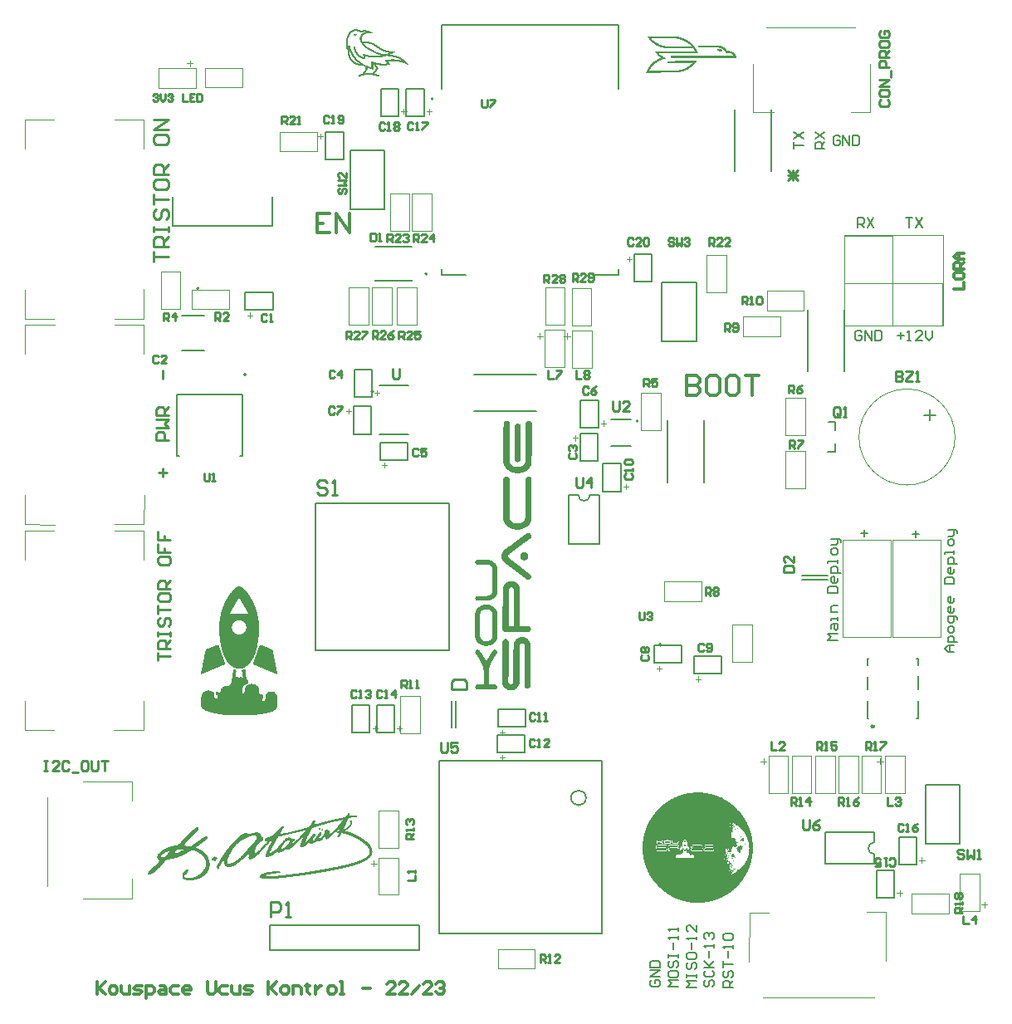
<source format=gto>
G04*
G04 #@! TF.GenerationSoftware,Altium Limited,Altium Designer,22.9.1 (49)*
G04*
G04 Layer_Color=65535*
%FSLAX25Y25*%
%MOIN*%
G70*
G04*
G04 #@! TF.SameCoordinates,F91FD0B8-2741-413C-87D7-DF85A8DA950D*
G04*
G04*
G04 #@! TF.FilePolarity,Positive*
G04*
G01*
G75*
%ADD10C,0.00787*%
%ADD11C,0.00394*%
%ADD12C,0.01181*%
%ADD13C,0.00500*%
%ADD14C,0.01000*%
G36*
X134209Y390642D02*
X134212Y390636D01*
X134224Y390633D01*
X134274Y390635D01*
X134292Y390632D01*
X134423Y390627D01*
X134438Y390621D01*
X134496Y390617D01*
X134529Y390614D01*
X134560Y390611D01*
X134572Y390608D01*
X134587Y390605D01*
X134647Y390599D01*
X134662Y390596D01*
X134680Y390593D01*
X134692Y390590D01*
X134719Y390587D01*
X134755Y390581D01*
X134772Y390576D01*
X134793Y390573D01*
X134821Y390569D01*
X134833Y390566D01*
X134850Y390561D01*
X134862Y390558D01*
X134895Y390555D01*
X134904Y390552D01*
X134925Y390546D01*
X134937Y390543D01*
X134961Y390540D01*
X134976Y390534D01*
X135012Y390528D01*
X135032Y390524D01*
X135051Y390516D01*
X135080Y390511D01*
X135092Y390509D01*
X135111Y390501D01*
X135137Y390496D01*
X135172Y390486D01*
X135199Y390480D01*
X135214Y390474D01*
X135226Y390471D01*
X135244Y390468D01*
X135265Y390459D01*
X135277Y390456D01*
X135295Y390453D01*
X135301Y390447D01*
X135313Y390444D01*
X135345Y390436D01*
X135349Y390432D01*
X135361Y390429D01*
X135381Y390424D01*
X135400Y390417D01*
X135412Y390414D01*
X135429Y390409D01*
X135445Y390402D01*
X135457Y390399D01*
X135496Y390384D01*
X135515Y390381D01*
X135530Y390372D01*
X135549Y390367D01*
X135575Y390357D01*
X135603Y390346D01*
X135617Y390342D01*
X135632Y390335D01*
X135653Y390326D01*
X135670Y390322D01*
X135674Y390318D01*
X135695Y390312D01*
X135722Y390299D01*
X135734Y390296D01*
X135740Y390293D01*
X135755Y390284D01*
X135773Y390281D01*
X135791Y390269D01*
X135809Y390266D01*
X135827Y390254D01*
X135845Y390251D01*
X135852Y390245D01*
X135866Y390239D01*
X135879Y390236D01*
X135885Y390230D01*
X135913Y390220D01*
X135918Y390215D01*
X135930Y390212D01*
X135945Y390206D01*
X135951Y390200D01*
X135979Y390190D01*
X135984Y390185D01*
X136000Y390181D01*
X136011Y390173D01*
X136026Y390167D01*
X136038Y390164D01*
X136047Y390155D01*
X136064Y390150D01*
X136077Y390140D01*
X136092Y390137D01*
X136098Y390131D01*
X136104Y390128D01*
X136113Y390125D01*
X136146Y390110D01*
X136191Y390089D01*
X136209Y390092D01*
X136219Y390095D01*
X136237Y390098D01*
X136267Y390110D01*
X136291Y390113D01*
X136312Y390122D01*
X136333Y390125D01*
X136372Y390137D01*
X136384Y390140D01*
X136405Y390143D01*
X136426Y390152D01*
X136461Y390157D01*
X136486Y390164D01*
X136498Y390167D01*
X136524Y390172D01*
X136549Y390179D01*
X136591Y390185D01*
X136622Y390194D01*
X136643Y390197D01*
X136670Y390200D01*
X136685Y390206D01*
X136757Y390215D01*
X136772Y390221D01*
X136784Y390224D01*
X136837Y390229D01*
X136849Y390232D01*
X136867Y390235D01*
X136882Y390238D01*
X136915Y390241D01*
X136942Y390244D01*
X136960Y390247D01*
X136972Y390250D01*
X136996Y390253D01*
X137068Y390259D01*
X137098Y390262D01*
X137112Y390266D01*
X137198Y390271D01*
X137202Y390272D01*
X137211Y390269D01*
X137240Y390274D01*
X137288Y390277D01*
X137303Y390280D01*
X137378Y390283D01*
X137729Y390284D01*
X137738Y390281D01*
X137753Y390278D01*
X137762Y390281D01*
X137816Y390278D01*
X137825Y390275D01*
X137882Y390272D01*
X137891Y390269D01*
X137914Y390271D01*
X137965Y390268D01*
X138001Y390265D01*
X138017Y390260D01*
X138067Y390256D01*
X138109Y390253D01*
X138133Y390250D01*
X138150Y390245D01*
X138187Y390241D01*
X138220Y390238D01*
X138238Y390235D01*
X138255Y390230D01*
X138294Y390227D01*
X138315Y390224D01*
X138327Y390221D01*
X138350Y390217D01*
X138366Y390212D01*
X138405Y390209D01*
X138420Y390203D01*
X138433Y390200D01*
X138470Y390196D01*
X138494Y390190D01*
X138511Y390185D01*
X138557Y390178D01*
X138571Y390173D01*
X138583Y390170D01*
X138604Y390167D01*
X138622Y390164D01*
X138643Y390155D01*
X138678Y390150D01*
X138693Y390144D01*
X138709Y390140D01*
X138733Y390137D01*
X138754Y390128D01*
X138766Y390125D01*
X138790Y390122D01*
X138812Y390113D01*
X138843Y390105D01*
X138863Y390098D01*
X138884Y390095D01*
X138903Y390087D01*
X138917Y390083D01*
X138936Y390078D01*
X138951Y390072D01*
X138965Y390068D01*
X138983Y390065D01*
X139010Y390053D01*
X139031Y390050D01*
X139046Y390041D01*
X139078Y390033D01*
X139082Y390029D01*
X139106Y390023D01*
X139136Y390011D01*
X139153Y390006D01*
X139163Y390002D01*
X139179Y389996D01*
X139190Y389993D01*
X139199Y389990D01*
X139221Y389981D01*
X139237Y389976D01*
X139242Y389972D01*
X139257Y389966D01*
X139272Y389963D01*
X139299Y389950D01*
X139311Y389948D01*
X139317Y389942D01*
X139329Y389938D01*
X139348Y389931D01*
X139353Y389926D01*
X139365Y389923D01*
X139384Y389916D01*
X139389Y389911D01*
X139401Y389908D01*
X139421Y389901D01*
X139425Y389896D01*
X139437Y389893D01*
X139452Y389887D01*
X139458Y389881D01*
X139478Y389877D01*
X139491Y389866D01*
X139509Y389863D01*
X139527Y389851D01*
X139544Y389847D01*
X139564Y389836D01*
X139597Y389821D01*
X139756Y389740D01*
X139783Y389725D01*
X139798Y389719D01*
X139813Y389710D01*
X139840Y389695D01*
X139849Y389692D01*
X139864Y389683D01*
X139879Y389677D01*
X139885Y389674D01*
X139894Y389665D01*
X139911Y389660D01*
X139921Y389653D01*
X139936Y389647D01*
X139943Y389644D01*
X139949Y389638D01*
X139964Y389632D01*
X139970Y389629D01*
X139976Y389623D01*
X139995Y389615D01*
X140015Y389605D01*
X140030Y389596D01*
X140087Y389565D01*
X140162Y389526D01*
X140168Y389520D01*
X140185Y389516D01*
X140198Y389505D01*
X140215Y389501D01*
X140222Y389493D01*
X140237Y389487D01*
X140243Y389484D01*
X140249Y389478D01*
X140273Y389469D01*
X140279Y389463D01*
X140295Y389457D01*
X140313Y389445D01*
X140325Y389442D01*
X140331Y389436D01*
X140350Y389429D01*
X140361Y389421D01*
X140436Y389382D01*
X140493Y389352D01*
X140499Y389346D01*
X140516Y389341D01*
X140520Y389337D01*
X140526Y389334D01*
X140535Y389331D01*
X140574Y389310D01*
X140580Y389304D01*
X140597Y389299D01*
X140601Y389295D01*
X140607Y389292D01*
X140628Y389280D01*
X140649Y389271D01*
X140655Y389268D01*
X140662Y389262D01*
X140685Y389253D01*
X140692Y389247D01*
X140731Y389229D01*
X140737Y389226D01*
X140743Y389219D01*
X140758Y389213D01*
X140764Y389211D01*
X140770Y389205D01*
X140789Y389197D01*
X140809Y389186D01*
X140824Y389177D01*
X140851Y389162D01*
X140866Y389156D01*
X140881Y389147D01*
X140908Y389132D01*
X140923Y389126D01*
X140929Y389123D01*
X140935Y389117D01*
X140947Y389114D01*
X140962Y389105D01*
X140989Y389090D01*
X141004Y389084D01*
X141010Y389081D01*
X141028Y389069D01*
X141056Y389057D01*
X141065Y389054D01*
X141066Y389047D01*
X141050Y389042D01*
X141019Y389045D01*
X140899Y389048D01*
X140559Y389051D01*
X140550Y389054D01*
X140538Y389051D01*
X140147Y389054D01*
X140138Y389057D01*
X139712Y389059D01*
X139458Y389057D01*
X139452Y389060D01*
X139443Y389057D01*
X139320Y389054D01*
X139311Y389051D01*
X139297Y389053D01*
X139287Y389051D01*
X139278Y389054D01*
X139266Y389051D01*
X139245Y389048D01*
X139156Y389044D01*
X139114Y389040D01*
X139084Y389037D01*
X139067Y389033D01*
X139005Y389029D01*
X138975Y389025D01*
X138951Y389022D01*
X138935Y389018D01*
X138858Y389011D01*
X138842Y389006D01*
X138816Y389001D01*
X138780Y388998D01*
X138765Y388995D01*
X138748Y388991D01*
X138726Y388986D01*
X138696Y388983D01*
X138681Y388980D01*
X138664Y388976D01*
X138652Y388973D01*
X138618Y388968D01*
X138601Y388964D01*
X138577Y388958D01*
X138545Y388953D01*
X138520Y388946D01*
X138508Y388943D01*
X138484Y388940D01*
X138469Y388934D01*
X138444Y388928D01*
X138420Y388925D01*
X138399Y388916D01*
X138371Y388911D01*
X138351Y388904D01*
X138327Y388898D01*
X138309Y388895D01*
X138288Y388886D01*
X138267Y388883D01*
X138246Y388874D01*
X138234Y388871D01*
X138214Y388866D01*
X138195Y388859D01*
X138183Y388856D01*
X138163Y388848D01*
X138150Y388843D01*
X138138Y388841D01*
X138118Y388833D01*
X138105Y388828D01*
X138088Y388824D01*
X138073Y388818D01*
X138059Y388813D01*
X138047Y388810D01*
X138020Y388798D01*
X138005Y388795D01*
X137978Y388783D01*
X137966Y388780D01*
X137960Y388774D01*
X137936Y388768D01*
X137909Y388756D01*
X137890Y388749D01*
X137885Y388744D01*
X137861Y388738D01*
X137855Y388732D01*
X137840Y388726D01*
X137828Y388723D01*
X137813Y388714D01*
X137801Y388711D01*
X137768Y388696D01*
X137647Y388639D01*
X137641Y388636D01*
X137635Y388630D01*
X137616Y388622D01*
X137611Y388618D01*
X137605Y388615D01*
X137554Y388588D01*
X137527Y388573D01*
X137506Y388561D01*
X137479Y388546D01*
X137473Y388540D01*
X137461Y388537D01*
X137455Y388531D01*
X137449Y388528D01*
X137428Y388516D01*
X137395Y388495D01*
X137389Y388492D01*
X137380Y388482D01*
X137365Y388476D01*
X137356Y388468D01*
X137335Y388456D01*
X137313Y388440D01*
X137280Y388419D01*
X137276Y388418D01*
X137273Y388412D01*
X137256Y388401D01*
X137250Y388395D01*
X137235Y388386D01*
X137229Y388380D01*
X137214Y388371D01*
X137208Y388365D01*
X137202Y388362D01*
X137193Y388353D01*
X137187Y388350D01*
X137160Y388329D01*
X137154Y388323D01*
X137148Y388320D01*
X137136Y388308D01*
X137130Y388305D01*
X137113Y388292D01*
X137103Y388284D01*
X137088Y388269D01*
X137082Y388266D01*
X137074Y388262D01*
X137071Y388255D01*
X137067Y388251D01*
X137061Y388248D01*
X137034Y388221D01*
X137028Y388218D01*
X137019Y388209D01*
X137013Y388206D01*
X137005Y388195D01*
X136996Y388189D01*
X136993Y388183D01*
X136983Y388176D01*
X136977Y388167D01*
X136961Y388158D01*
X136924Y388120D01*
X136921Y388114D01*
X136909Y388102D01*
X136906Y388096D01*
X136895Y388088D01*
X136889Y388080D01*
X136883Y388076D01*
X136868Y388058D01*
X136864Y388054D01*
X136862Y388049D01*
X136856Y388046D01*
X136841Y388028D01*
X136834Y388018D01*
X136828Y388015D01*
X136825Y388009D01*
X136813Y387997D01*
X136810Y387991D01*
X136798Y387979D01*
X136794Y387973D01*
X136785Y387964D01*
X136783Y387958D01*
X136769Y387941D01*
X136754Y387923D01*
X136743Y387907D01*
X136737Y387900D01*
X136728Y387885D01*
X136722Y387879D01*
X136719Y387873D01*
X136710Y387864D01*
X136707Y387855D01*
X136698Y387846D01*
X136686Y387825D01*
X136680Y387819D01*
X136677Y387810D01*
X136668Y387801D01*
X136662Y387786D01*
X136653Y387777D01*
X136629Y387735D01*
X136584Y387654D01*
X136578Y387639D01*
X136575Y387633D01*
X136563Y387606D01*
X136560Y387600D01*
X136554Y387594D01*
X136551Y387582D01*
X136536Y387548D01*
X136530Y387533D01*
X136521Y387512D01*
X136518Y387500D01*
X136512Y387494D01*
X136509Y387482D01*
X136504Y387466D01*
X136497Y387452D01*
X136494Y387440D01*
X136489Y387424D01*
X136482Y387407D01*
X136479Y387395D01*
X136474Y387376D01*
X136467Y387359D01*
X136464Y387338D01*
X136452Y387299D01*
X136449Y387278D01*
X136446Y387266D01*
X136437Y387236D01*
X136432Y387198D01*
X136429Y387186D01*
X136426Y387171D01*
X136422Y387155D01*
X136418Y387085D01*
X136413Y387070D01*
X136409Y387031D01*
X136407Y387022D01*
X136408Y387009D01*
X136407Y387001D01*
X136409Y386992D01*
X136407Y386971D01*
X136408Y386813D01*
X136407Y386808D01*
X136409Y386800D01*
X136407Y386790D01*
X136411Y386771D01*
X136414Y386735D01*
X136418Y386721D01*
X136423Y386651D01*
X136426Y386627D01*
X136434Y386601D01*
X136437Y386559D01*
X136440Y386550D01*
X136444Y386530D01*
X136449Y386514D01*
X136453Y386485D01*
X136456Y386473D01*
X136461Y386457D01*
X136464Y386444D01*
X136468Y386416D01*
X136474Y386401D01*
X136477Y386389D01*
X136480Y386371D01*
X136483Y386359D01*
X136491Y386342D01*
X136494Y386321D01*
X136501Y386302D01*
X136506Y386288D01*
X136509Y386276D01*
X136512Y386258D01*
X136521Y386237D01*
X136524Y386225D01*
X136531Y386205D01*
X136536Y386192D01*
X136540Y386175D01*
X136548Y386159D01*
X136551Y386147D01*
X136558Y386127D01*
X136563Y386123D01*
X136567Y386100D01*
X136581Y386069D01*
X136584Y386059D01*
X136593Y386038D01*
X136600Y386019D01*
X136605Y386014D01*
X136609Y385995D01*
X136620Y385975D01*
X136631Y385947D01*
X136635Y385942D01*
X136640Y385926D01*
X136644Y385915D01*
X136650Y385909D01*
X136655Y385890D01*
X136662Y385879D01*
X136665Y385870D01*
X136680Y385837D01*
X136761Y385678D01*
X136776Y385650D01*
X136783Y385635D01*
X136792Y385620D01*
X136802Y385601D01*
X136814Y385598D01*
X136849Y385602D01*
X136876Y385605D01*
X136909Y385608D01*
X136925Y385613D01*
X136946Y385616D01*
X136959Y385619D01*
X137011Y385623D01*
X137041Y385629D01*
X137065Y385632D01*
X137101Y385635D01*
X137155Y385641D01*
X137169Y385646D01*
X137226Y385649D01*
X137247Y385652D01*
X137298Y385658D01*
X137307Y385661D01*
X137383Y385664D01*
X137419Y385667D01*
X137428Y385670D01*
X137467Y385673D01*
X137476Y385676D01*
X137486Y385675D01*
X137511Y385678D01*
X137527Y385679D01*
X137536Y385676D01*
X137545Y385679D01*
X137620Y385682D01*
X137629Y385685D01*
X137649Y385683D01*
X137676Y385686D01*
X137745Y385689D01*
X137850Y385693D01*
X138315Y385694D01*
X138324Y385691D01*
X138493Y385688D01*
X138502Y385685D01*
X138520Y385682D01*
X138529Y385685D01*
X138560Y385681D01*
X138627Y385678D01*
X138634Y385676D01*
X138643Y385679D01*
X138673Y385676D01*
X138681Y385675D01*
X138694Y385676D01*
X138703Y385673D01*
X138715Y385670D01*
X138754Y385667D01*
X138763Y385664D01*
X138857Y385661D01*
X138872Y385655D01*
X138921Y385650D01*
X138963Y385647D01*
X138990Y385644D01*
X139007Y385640D01*
X139073Y385634D01*
X139094Y385631D01*
X139112Y385628D01*
X139121Y385625D01*
X139188Y385619D01*
X139207Y385614D01*
X139224Y385610D01*
X139263Y385607D01*
X139275Y385604D01*
X139296Y385601D01*
X139305Y385598D01*
X139341Y385592D01*
X139377Y385589D01*
X139392Y385583D01*
X139404Y385580D01*
X139442Y385575D01*
X139470Y385571D01*
X139485Y385565D01*
X139515Y385562D01*
X139535Y385557D01*
X139547Y385554D01*
X139564Y385550D01*
X139594Y385547D01*
X139606Y385544D01*
X139627Y385538D01*
X139639Y385535D01*
X139667Y385530D01*
X139679Y385527D01*
X139693Y385523D01*
X139714Y385520D01*
X139734Y385515D01*
X139750Y385510D01*
X139774Y385505D01*
X139797Y385500D01*
X139809Y385497D01*
X139825Y385492D01*
X139837Y385490D01*
X139858Y385487D01*
X139873Y385480D01*
X139885Y385477D01*
X139906Y385474D01*
X139926Y385467D01*
X139938Y385464D01*
X139956Y385461D01*
X139971Y385458D01*
X139988Y385450D01*
X140000Y385447D01*
X140021Y385444D01*
X140042Y385435D01*
X140063Y385432D01*
X140075Y385429D01*
X140096Y385420D01*
X140117Y385417D01*
X140137Y385410D01*
X140150Y385405D01*
X140177Y385399D01*
X140192Y385393D01*
X140228Y385384D01*
X140249Y385375D01*
X140272Y385371D01*
X140288Y385363D01*
X140301Y385360D01*
X140315Y385357D01*
X140343Y385345D01*
X140361Y385342D01*
X140382Y385333D01*
X140406Y385327D01*
X140412Y385321D01*
X140446Y385314D01*
X140460Y385306D01*
X140472Y385303D01*
X140489Y385298D01*
X140502Y385291D01*
X140514Y385288D01*
X140531Y385283D01*
X140547Y385276D01*
X140559Y385273D01*
X140589Y385261D01*
X140601Y385258D01*
X140628Y385246D01*
X140645Y385241D01*
X140671Y385231D01*
X140690Y385223D01*
X140695Y385219D01*
X140714Y385214D01*
X140725Y385210D01*
X140731Y385204D01*
X140758Y385198D01*
X140773Y385189D01*
X140797Y385180D01*
X140827Y385168D01*
X140848Y385159D01*
X140863Y385153D01*
X140884Y385144D01*
X140896Y385140D01*
X140905Y385132D01*
X140925Y385127D01*
X140929Y385122D01*
X140944Y385117D01*
X140964Y385109D01*
X140968Y385104D01*
X140997Y385094D01*
X141001Y385089D01*
X141013Y385086D01*
X141028Y385080D01*
X141034Y385074D01*
X141059Y385065D01*
X141080Y385056D01*
X141086Y385053D01*
X141101Y385044D01*
X141116Y385038D01*
X141122Y385032D01*
X141146Y385026D01*
X141155Y385017D01*
X141167Y385014D01*
X141182Y385005D01*
X141197Y384999D01*
X141212Y384990D01*
X141227Y384984D01*
X141242Y384975D01*
X141257Y384969D01*
X141263Y384966D01*
X141278Y384957D01*
X141293Y384951D01*
X141299Y384945D01*
X141314Y384939D01*
X141320Y384936D01*
X141326Y384930D01*
X141338Y384927D01*
X141353Y384918D01*
X141380Y384903D01*
X141395Y384897D01*
X141402Y384894D01*
X141408Y384888D01*
X141422Y384882D01*
X141428Y384879D01*
X141435Y384873D01*
X141454Y384865D01*
X141462Y384858D01*
X141481Y384850D01*
X141489Y384843D01*
X141508Y384835D01*
X141516Y384828D01*
X141531Y384822D01*
X141549Y384810D01*
X141582Y384792D01*
X141612Y384773D01*
X141633Y384762D01*
X141660Y384747D01*
X141666Y384740D01*
X141678Y384737D01*
X141687Y384728D01*
X141708Y384716D01*
X141735Y384701D01*
X141769Y384680D01*
X141774Y384677D01*
X141780Y384671D01*
X141808Y384656D01*
X141841Y384635D01*
X141847Y384632D01*
X141853Y384626D01*
X141895Y384602D01*
X141901Y384596D01*
X141922Y384584D01*
X141937Y384575D01*
X141943Y384569D01*
X141985Y384545D01*
X141991Y384539D01*
X142006Y384530D01*
X142012Y384524D01*
X142033Y384512D01*
X142054Y384497D01*
X142069Y384488D01*
X142075Y384482D01*
X142096Y384470D01*
X142141Y384440D01*
X142170Y384420D01*
X142202Y384398D01*
X142223Y384385D01*
X142232Y384377D01*
X142238Y384373D01*
X142244Y384367D01*
X142274Y384349D01*
X142280Y384346D01*
X142292Y384334D01*
X142307Y384325D01*
X142328Y384310D01*
X142357Y384291D01*
X142388Y384268D01*
X142418Y384247D01*
X142424Y384244D01*
X142433Y384235D01*
X142448Y384226D01*
X142499Y384190D01*
X142505Y384187D01*
X142515Y384178D01*
X142529Y384169D01*
X142535Y384163D01*
X142551Y384154D01*
X142557Y384148D01*
X142572Y384139D01*
X142578Y384133D01*
X142584Y384130D01*
X142593Y384121D01*
X142614Y384109D01*
X142630Y384095D01*
X142635Y384091D01*
X142650Y384082D01*
X142776Y383991D01*
X142790Y383984D01*
X142791Y383979D01*
X142797Y383976D01*
X142832Y383954D01*
X142833Y383949D01*
X142854Y383937D01*
X142860Y383931D01*
X142866Y383928D01*
X142894Y383907D01*
X142922Y383888D01*
X142933Y383880D01*
X142939Y383874D01*
X142954Y383865D01*
X143005Y383829D01*
X143011Y383826D01*
X143017Y383820D01*
X143023Y383817D01*
X143039Y383803D01*
X143056Y383793D01*
X143062Y383787D01*
X143077Y383778D01*
X143140Y383733D01*
X143178Y383707D01*
X143182Y383703D01*
X143203Y383691D01*
X143209Y383685D01*
X143224Y383676D01*
X143266Y383646D01*
X143300Y383624D01*
X143306Y383621D01*
X143315Y383612D01*
X143330Y383603D01*
X143351Y383588D01*
X143384Y383567D01*
X143390Y383564D01*
X143399Y383555D01*
X143408Y383552D01*
X143417Y383543D01*
X143438Y383531D01*
X143459Y383516D01*
X143492Y383495D01*
X143498Y383492D01*
X143501Y383486D01*
X143528Y383471D01*
X143543Y383462D01*
X143549Y383456D01*
X143570Y383444D01*
X143603Y383423D01*
X143609Y383420D01*
X143615Y383414D01*
X143631Y383405D01*
X143637Y383399D01*
X143651Y383393D01*
X143660Y383384D01*
X143682Y383372D01*
X143701Y383361D01*
X143703Y383357D01*
X143722Y383349D01*
X143733Y383339D01*
X143742Y383336D01*
X143760Y383324D01*
X143766Y383321D01*
X143772Y383315D01*
X143793Y383303D01*
X143799Y383297D01*
X143811Y383294D01*
X143820Y383284D01*
X143862Y383260D01*
X143868Y383255D01*
X143883Y383248D01*
X143889Y383242D01*
X143916Y383227D01*
X143937Y383215D01*
X143943Y383209D01*
X143955Y383206D01*
X143964Y383197D01*
X143979Y383191D01*
X143988Y383182D01*
X144008Y383175D01*
X144016Y383167D01*
X144027Y383164D01*
X144040Y383152D01*
X144052Y383149D01*
X144070Y383137D01*
X144085Y383128D01*
X144112Y383113D01*
X144133Y383101D01*
X144187Y383071D01*
X144208Y383059D01*
X144223Y383050D01*
X144235Y383047D01*
X144244Y383038D01*
X144259Y383032D01*
X144265Y383026D01*
X144280Y383020D01*
X144286Y383017D01*
X144292Y383011D01*
X144312Y383003D01*
X144316Y382999D01*
X144322Y382996D01*
X144368Y382972D01*
X144401Y382954D01*
X144416Y382948D01*
X144422Y382945D01*
X144452Y382927D01*
X144473Y382917D01*
X144479Y382914D01*
X144485Y382909D01*
X144497Y382906D01*
X144512Y382896D01*
X144527Y382891D01*
X144542Y382881D01*
X144563Y382869D01*
X144668Y382818D01*
X144680Y382815D01*
X144689Y382806D01*
X144706Y382802D01*
X144710Y382797D01*
X144716Y382794D01*
X144731Y382788D01*
X144737Y382785D01*
X144744Y382779D01*
X144767Y382770D01*
X144774Y382764D01*
X144793Y382760D01*
X144810Y382749D01*
X144829Y382742D01*
X144837Y382734D01*
X144855Y382731D01*
X144873Y382719D01*
X144885Y382716D01*
X144891Y382710D01*
X144906Y382704D01*
X144918Y382701D01*
X144936Y382689D01*
X144954Y382686D01*
X144963Y382677D01*
X144975Y382674D01*
X145008Y382659D01*
X145017Y382656D01*
X145032Y382647D01*
X145044Y382644D01*
X145059Y382635D01*
X145083Y382626D01*
X145104Y382617D01*
X145138Y382602D01*
X145147Y382599D01*
X145162Y382590D01*
X145178Y382585D01*
X145210Y382572D01*
X145264Y382548D01*
X145276Y382544D01*
X145309Y382529D01*
X145321Y382526D01*
X145327Y382521D01*
X145339Y382518D01*
X145359Y382510D01*
X145363Y382505D01*
X145375Y382502D01*
X145392Y382498D01*
X145411Y382487D01*
X145428Y382483D01*
X145432Y382478D01*
X145453Y382472D01*
X145468Y382466D01*
X145490Y382457D01*
X145504Y382454D01*
X145514Y382445D01*
X145536Y382441D01*
X145568Y382427D01*
X145580Y382424D01*
X145601Y382415D01*
X145613Y382412D01*
X145628Y382403D01*
X145640Y382400D01*
X145656Y382396D01*
X145661Y382391D01*
X145685Y382385D01*
X145712Y382373D01*
X145732Y382369D01*
X145745Y382361D01*
X145769Y382355D01*
X145796Y382343D01*
X145813Y382339D01*
X145829Y382331D01*
X145856Y382325D01*
X145884Y382313D01*
X145899Y382310D01*
X145920Y382301D01*
X145932Y382298D01*
X145951Y382290D01*
X145965Y382286D01*
X145981Y382281D01*
X146001Y382274D01*
X146013Y382271D01*
X146032Y382263D01*
X146046Y382259D01*
X146058Y382256D01*
X146078Y382248D01*
X146094Y382244D01*
X146106Y382241D01*
X146126Y382233D01*
X146139Y382229D01*
X146159Y382224D01*
X146174Y382218D01*
X146187Y382214D01*
X146214Y382208D01*
X146236Y382199D01*
X146258Y382194D01*
X146275Y382187D01*
X146306Y382179D01*
X146323Y382172D01*
X146348Y382167D01*
X146363Y382161D01*
X146377Y382156D01*
X146404Y382151D01*
X146419Y382144D01*
X146431Y382141D01*
X146454Y382137D01*
X146470Y382129D01*
X146482Y382126D01*
X146503Y382123D01*
X146524Y382114D01*
X146559Y382107D01*
X146578Y382099D01*
X146604Y382095D01*
X146628Y382086D01*
X146643Y382083D01*
X146661Y382080D01*
X146676Y382074D01*
X146688Y382071D01*
X146706Y382068D01*
X146721Y382065D01*
X146738Y382057D01*
X146759Y382054D01*
X146771Y382051D01*
X146801Y382042D01*
X146813Y382039D01*
X146834Y382036D01*
X146849Y382030D01*
X146861Y382027D01*
X146890Y382023D01*
X146924Y382012D01*
X146945Y382009D01*
X146962Y382005D01*
X146987Y381997D01*
X147016Y381993D01*
X147031Y381986D01*
X147046Y381983D01*
X147082Y381978D01*
X147108Y381970D01*
X147136Y381965D01*
X147160Y381960D01*
X147177Y381955D01*
X147219Y381949D01*
X147240Y381940D01*
X147281Y381935D01*
X147293Y381932D01*
X147318Y381925D01*
X147354Y381922D01*
X147363Y381919D01*
X147394Y381910D01*
X147430Y381907D01*
X147445Y381901D01*
X147466Y381898D01*
X147478Y381895D01*
X147508Y381892D01*
X147523Y381886D01*
X147565Y381880D01*
X147603Y381872D01*
X147619Y381868D01*
X147658Y381865D01*
X147667Y381862D01*
X147679Y381859D01*
X147715Y381853D01*
X147750Y381848D01*
X147767Y381844D01*
X147792Y381839D01*
X147828Y381836D01*
X147840Y381833D01*
X147858Y381830D01*
X147875Y381826D01*
X147918Y381821D01*
X147943Y381818D01*
X147956Y381814D01*
X148022Y381808D01*
X148034Y381805D01*
X148049Y381802D01*
X148058Y381799D01*
X148135Y381791D01*
X148147Y381788D01*
X148176Y381784D01*
X148185Y381781D01*
X148254Y381778D01*
X148269Y381771D01*
X148296Y381768D01*
X148302Y381765D01*
X148311Y381768D01*
X148320Y381765D01*
X148371Y381762D01*
X148380Y381759D01*
X148392Y381756D01*
X148474Y381750D01*
X148486Y381747D01*
X148516Y381744D01*
X148525Y381741D01*
X148580Y381737D01*
X148622Y381734D01*
X148653Y381731D01*
X148664Y381728D01*
X148672Y381726D01*
X148681Y381729D01*
X148702Y381723D01*
X148785Y381719D01*
X148857Y381713D01*
X148869Y381710D01*
X148950Y381707D01*
X148965Y381704D01*
X148970Y381702D01*
X148979Y381705D01*
X149000Y381702D01*
X149009Y381699D01*
X149057Y381696D01*
X149060Y381693D01*
X149069Y381696D01*
X149090Y381693D01*
X149174Y381690D01*
X149183Y381687D01*
X149196Y381684D01*
X149320Y381677D01*
X149359Y381674D01*
X149376Y381669D01*
X149504Y381662D01*
X149543Y381659D01*
X149559Y381654D01*
X149581Y381657D01*
X149596Y381651D01*
X149660Y381650D01*
X149662Y381651D01*
X149671Y381648D01*
X149726Y381644D01*
X149759Y381641D01*
X149777Y381638D01*
X149856Y381635D01*
X149880Y381632D01*
X149899Y381633D01*
X149914Y381627D01*
X149957Y381624D01*
X149966Y381621D01*
X149984Y381624D01*
X149993Y381621D01*
X150059Y381618D01*
X150060Y381613D01*
X150053Y381606D01*
X150014Y381585D01*
X149991Y381574D01*
X149990Y381570D01*
X149975Y381564D01*
X149935Y381543D01*
X149929Y381537D01*
X149914Y381534D01*
X149905Y381525D01*
X149886Y381517D01*
X149878Y381510D01*
X149862Y381505D01*
X149851Y381498D01*
X149830Y381486D01*
X149803Y381471D01*
X149752Y381444D01*
X149719Y381425D01*
X149692Y381411D01*
X149677Y381404D01*
X149671Y381401D01*
X149665Y381395D01*
X149645Y381388D01*
X149638Y381380D01*
X149618Y381373D01*
X149611Y381365D01*
X149599Y381362D01*
X149592Y381359D01*
X149574Y381347D01*
X149565Y381344D01*
X149559Y381338D01*
X149540Y381331D01*
X149523Y381320D01*
X149478Y381296D01*
X149424Y381266D01*
X149409Y381260D01*
X149403Y381257D01*
X149397Y381251D01*
X149382Y381245D01*
X149376Y381242D01*
X149370Y381236D01*
X149350Y381228D01*
X149343Y381221D01*
X149323Y381213D01*
X149319Y381209D01*
X149299Y381201D01*
X149292Y381194D01*
X149272Y381186D01*
X149262Y381179D01*
X149211Y381152D01*
X149156Y381122D01*
X149141Y381116D01*
X149135Y381113D01*
X149129Y381107D01*
X149110Y381099D01*
X149102Y381092D01*
X149083Y381084D01*
X149060Y381071D01*
X149054Y381068D01*
X149027Y381052D01*
X149021Y381047D01*
X149004Y381042D01*
X149000Y381037D01*
X148994Y381034D01*
X148973Y381022D01*
X148958Y381016D01*
X148943Y381007D01*
X148916Y380992D01*
X148901Y380986D01*
X148895Y380983D01*
X148889Y380977D01*
X148869Y380970D01*
X148862Y380962D01*
X148842Y380955D01*
X148777Y380920D01*
X148636Y380848D01*
X148621Y380842D01*
X148606Y380833D01*
X148597Y380830D01*
X148492Y380776D01*
X148477Y380770D01*
X148461Y380761D01*
X148452Y380758D01*
X148326Y380698D01*
X148293Y380682D01*
X148287Y380679D01*
X148281Y380674D01*
X148252Y380663D01*
X148248Y380659D01*
X148236Y380656D01*
X148221Y380646D01*
X148206Y380640D01*
X148194Y380637D01*
X148185Y380628D01*
X148168Y380624D01*
X148149Y380613D01*
X148137Y380610D01*
X148119Y380598D01*
X148103Y380595D01*
X148085Y380583D01*
X148070Y380580D01*
X148064Y380574D01*
X148049Y380568D01*
X148037Y380565D01*
X148031Y380559D01*
X148003Y380549D01*
X147998Y380544D01*
X147970Y380534D01*
X147965Y380529D01*
X147953Y380526D01*
X147920Y380511D01*
X147908Y380508D01*
X147902Y380502D01*
X147887Y380496D01*
X147866Y380487D01*
X147846Y380480D01*
X147843Y380470D01*
X147857Y380466D01*
X147896Y380463D01*
X147905Y380460D01*
X147917Y380457D01*
X147943Y380452D01*
X147973Y380449D01*
X147988Y380446D01*
X148006Y380443D01*
X148022Y380439D01*
X148069Y380434D01*
X148087Y380431D01*
X148103Y380427D01*
X148116Y380424D01*
X148158Y380421D01*
X148167Y380418D01*
X148183Y380413D01*
X148198Y380410D01*
X148228Y380407D01*
X148261Y380401D01*
X148274Y380398D01*
X148292Y380395D01*
X148322Y380392D01*
X148340Y380389D01*
X148352Y380386D01*
X148368Y380382D01*
X148409Y380377D01*
X148437Y380373D01*
X148447Y380370D01*
X148459Y380367D01*
X148502Y380362D01*
X148514Y380359D01*
X148529Y380356D01*
X148546Y380352D01*
X148585Y380349D01*
X148600Y380343D01*
X148625Y380338D01*
X148659Y380335D01*
X148674Y380332D01*
X148699Y380325D01*
X148758Y380317D01*
X148770Y380314D01*
X148786Y380310D01*
X148807Y380307D01*
X148835Y380304D01*
X148849Y380297D01*
X148901Y380292D01*
X148913Y380289D01*
X148934Y380282D01*
X148955Y380279D01*
X148983Y380275D01*
X148998Y380272D01*
X149024Y380264D01*
X149063Y380261D01*
X149084Y380252D01*
X149135Y380246D01*
X149150Y380240D01*
X149162Y380237D01*
X149193Y380234D01*
X149212Y380230D01*
X149225Y380225D01*
X149238Y380222D01*
X149272Y380218D01*
X149284Y380215D01*
X149310Y380207D01*
X149344Y380203D01*
X149370Y380195D01*
X149391Y380192D01*
X149410Y380188D01*
X149423Y380185D01*
X149439Y380180D01*
X149460Y380177D01*
X149478Y380174D01*
X149487Y380171D01*
X149508Y380165D01*
X149520Y380162D01*
X149547Y380159D01*
X149568Y380150D01*
X149599Y380147D01*
X149608Y380144D01*
X149629Y380138D01*
X149641Y380135D01*
X149662Y380132D01*
X149678Y380128D01*
X149692Y380123D01*
X149704Y380120D01*
X149728Y380117D01*
X149749Y380108D01*
X149770Y380105D01*
X149793Y380100D01*
X149812Y380093D01*
X149833Y380090D01*
X149850Y380085D01*
X149865Y380079D01*
X149880Y380076D01*
X149898Y380073D01*
X149913Y380067D01*
X149925Y380064D01*
X149943Y380061D01*
X149958Y380058D01*
X149975Y380051D01*
X149987Y380048D01*
X150011Y380045D01*
X150032Y380036D01*
X150044Y380033D01*
X150065Y380030D01*
X150086Y380021D01*
X150111Y380016D01*
X150127Y380010D01*
X150143Y380006D01*
X150175Y379998D01*
X150194Y379991D01*
X150217Y379986D01*
X150233Y379979D01*
X150275Y379970D01*
X150296Y379961D01*
X150318Y379958D01*
X150339Y379948D01*
X150351Y379945D01*
X150366Y379942D01*
X150387Y379934D01*
X150414Y379927D01*
X150435Y379919D01*
X150457Y379914D01*
X150474Y379906D01*
X150498Y379900D01*
X150519Y379891D01*
X150551Y379884D01*
X150567Y379876D01*
X150591Y379870D01*
X150612Y379861D01*
X150632Y379857D01*
X150648Y379849D01*
X150672Y379843D01*
X150699Y379831D01*
X150719Y379827D01*
X150736Y379819D01*
X150760Y379813D01*
X150775Y379804D01*
X150802Y379798D01*
X150817Y379789D01*
X150844Y379783D01*
X150850Y379777D01*
X150862Y379774D01*
X150879Y379770D01*
X150904Y379759D01*
X150921Y379754D01*
X150925Y379750D01*
X150940Y379744D01*
X150958Y379741D01*
X150964Y379735D01*
X150985Y379729D01*
X151000Y379723D01*
X151021Y379714D01*
X151033Y379711D01*
X151055Y379702D01*
X151074Y379694D01*
X151091Y379687D01*
X151107Y379682D01*
X151127Y379672D01*
X151143Y379667D01*
X151169Y379657D01*
X151196Y379645D01*
X151215Y379637D01*
X151232Y379630D01*
X151244Y379627D01*
X151250Y379624D01*
X151256Y379618D01*
X151268Y379615D01*
X151288Y379607D01*
X151292Y379603D01*
X151309Y379598D01*
X151324Y379592D01*
X151328Y379588D01*
X151345Y379583D01*
X151376Y379570D01*
X151409Y379555D01*
X151436Y379542D01*
X151452Y379536D01*
X151458Y379530D01*
X151482Y379524D01*
X151491Y379515D01*
X151515Y379509D01*
X151521Y379503D01*
X151536Y379497D01*
X151635Y379452D01*
X151641Y379449D01*
X151647Y379443D01*
X151659Y379440D01*
X151692Y379425D01*
X151698Y379422D01*
X151713Y379413D01*
X151728Y379407D01*
X151734Y379401D01*
X151758Y379392D01*
X151764Y379386D01*
X151776Y379383D01*
X151792Y379374D01*
X151801Y379371D01*
X151820Y379363D01*
X151828Y379356D01*
X151844Y379351D01*
X151858Y379341D01*
X151870Y379338D01*
X151879Y379329D01*
X151903Y379320D01*
X151909Y379314D01*
X151921Y379311D01*
X151936Y379302D01*
X151951Y379296D01*
X151957Y379293D01*
X151972Y379284D01*
X151987Y379278D01*
X151996Y379269D01*
X152013Y379264D01*
X152020Y379257D01*
X152044Y379248D01*
X152050Y379242D01*
X152152Y379187D01*
X152158Y379182D01*
X152173Y379179D01*
X152182Y379169D01*
X152202Y379162D01*
X152210Y379154D01*
X152255Y379130D01*
X152309Y379100D01*
X152315Y379094D01*
X152327Y379091D01*
X152336Y379082D01*
X152356Y379075D01*
X152363Y379067D01*
X152402Y379046D01*
X152408Y379040D01*
X152428Y379033D01*
X152435Y379025D01*
X152456Y379013D01*
X152483Y378998D01*
X152504Y378986D01*
X152510Y378980D01*
X152522Y378977D01*
X152534Y378965D01*
X152547Y378962D01*
X152559Y378950D01*
X152571Y378947D01*
X152580Y378938D01*
X152622Y378914D01*
X152628Y378908D01*
X152670Y378884D01*
X152676Y378878D01*
X152685Y378875D01*
X152694Y378866D01*
X152709Y378860D01*
X152715Y378854D01*
X152721Y378851D01*
X152736Y378842D01*
X152742Y378836D01*
X152757Y378826D01*
X152778Y378815D01*
X152784Y378808D01*
X152799Y378799D01*
X152820Y378787D01*
X152829Y378778D01*
X152844Y378769D01*
X152865Y378757D01*
X152874Y378748D01*
X152895Y378736D01*
X152909Y378729D01*
X152910Y378724D01*
X152917Y378721D01*
X152954Y378696D01*
X152978Y378681D01*
X152983Y378676D01*
X152992Y378673D01*
X153004Y378661D01*
X153019Y378652D01*
X153040Y378637D01*
X153080Y378611D01*
X153082Y378607D01*
X153097Y378598D01*
X153103Y378592D01*
X153124Y378580D01*
X153130Y378574D01*
X153136Y378571D01*
X153145Y378562D01*
X153160Y378553D01*
X153261Y378479D01*
X153265Y378475D01*
X153280Y378466D01*
X153318Y378437D01*
X153323Y378432D01*
X153338Y378423D01*
X153344Y378417D01*
X153350Y378414D01*
X153357Y378410D01*
X153359Y378405D01*
X153365Y378402D01*
X153381Y378389D01*
X153399Y378377D01*
X153404Y378372D01*
X153410Y378369D01*
X153419Y378360D01*
X153425Y378357D01*
X153434Y378348D01*
X153440Y378345D01*
X153456Y378332D01*
X153473Y378321D01*
X153482Y378312D01*
X153488Y378309D01*
X153491Y378303D01*
X153506Y378294D01*
X153512Y378288D01*
X153518Y378285D01*
X153535Y378272D01*
X153539Y378267D01*
X153545Y378264D01*
X153554Y378255D01*
X153560Y378252D01*
X153569Y378243D01*
X153575Y378240D01*
X153584Y378231D01*
X153590Y378228D01*
X153607Y378214D01*
X153617Y378204D01*
X153623Y378201D01*
X153635Y378189D01*
X153641Y378186D01*
X153658Y378172D01*
X153676Y378157D01*
X153687Y378150D01*
X153696Y378141D01*
X153702Y378138D01*
X153714Y378126D01*
X153720Y378123D01*
X153729Y378114D01*
X153735Y378111D01*
X153747Y378099D01*
X153753Y378096D01*
X153765Y378083D01*
X153771Y378081D01*
X153780Y378071D01*
X153786Y378068D01*
X153790Y378064D01*
X153793Y378058D01*
X153808Y378049D01*
X153810Y378044D01*
X153816Y378041D01*
X153832Y378028D01*
X153846Y378014D01*
X153852Y378011D01*
X153859Y378007D01*
X153863Y378001D01*
X153867Y377996D01*
X153873Y377993D01*
X153885Y377981D01*
X153891Y377978D01*
X153894Y377972D01*
X153900Y377969D01*
X153915Y377954D01*
X153921Y377951D01*
X153933Y377939D01*
X153939Y377936D01*
X153951Y377924D01*
X153957Y377921D01*
X153981Y377897D01*
X153987Y377894D01*
X154015Y377867D01*
X154021Y377864D01*
X154044Y377840D01*
X154051Y377837D01*
X154063Y377825D01*
X154069Y377822D01*
X154093Y377798D01*
X154099Y377795D01*
X154129Y377765D01*
X154135Y377762D01*
X154174Y377723D01*
X154180Y377719D01*
X154231Y377668D01*
X154237Y377665D01*
X154251Y377655D01*
X154252Y377650D01*
X154258Y377647D01*
X154266Y377640D01*
X154267Y377635D01*
X154273Y377632D01*
X154312Y377593D01*
X154318Y377590D01*
X154657Y377252D01*
X154660Y377246D01*
X154684Y377222D01*
X154685Y377217D01*
X154691Y377214D01*
X154699Y377207D01*
X154700Y377202D01*
X154706Y377199D01*
X154726Y377180D01*
X154727Y377175D01*
X154733Y377172D01*
X154756Y377150D01*
X154757Y377145D01*
X154763Y377142D01*
X154771Y377134D01*
X154772Y377130D01*
X154779Y377127D01*
X154798Y377107D01*
X154800Y377103D01*
X154806Y377100D01*
X154813Y377092D01*
X154815Y377088D01*
X154821Y377085D01*
X154828Y377077D01*
X154831Y377071D01*
X154843Y377059D01*
X154846Y377053D01*
X155018Y376882D01*
X155021Y376876D01*
X155195Y376701D01*
X155198Y376695D01*
X155379Y376515D01*
X155382Y376509D01*
X155550Y376340D01*
X155553Y376334D01*
X155558Y376327D01*
X155564Y376324D01*
X155579Y376306D01*
X155737Y376148D01*
X155740Y376142D01*
X155774Y376107D01*
X155780Y376104D01*
X155785Y376094D01*
X155771Y376092D01*
X155747Y376107D01*
X155729Y376110D01*
X155711Y376122D01*
X155693Y376125D01*
X155675Y376137D01*
X155657Y376140D01*
X155651Y376146D01*
X155622Y376157D01*
X155606Y376164D01*
X155586Y376172D01*
X155582Y376176D01*
X155570Y376179D01*
X155550Y376187D01*
X155546Y376191D01*
X155522Y376197D01*
X155512Y376206D01*
X155494Y376209D01*
X155476Y376221D01*
X155454Y376226D01*
X155446Y376234D01*
X155434Y376237D01*
X155415Y376244D01*
X155410Y376249D01*
X155398Y376252D01*
X155379Y376259D01*
X155374Y376264D01*
X155362Y376267D01*
X155347Y376273D01*
X155341Y376279D01*
X155322Y376283D01*
X155302Y376294D01*
X155290Y376297D01*
X155257Y376312D01*
X155248Y376315D01*
X155227Y376324D01*
X155194Y376339D01*
X155182Y376342D01*
X155167Y376351D01*
X155155Y376354D01*
X155128Y376366D01*
X155112Y376372D01*
X155091Y376381D01*
X155076Y376387D01*
X155070Y376393D01*
X155058Y376396D01*
X155042Y376400D01*
X155037Y376405D01*
X155022Y376411D01*
X155010Y376414D01*
X154995Y376423D01*
X154983Y376426D01*
X154950Y376441D01*
X154941Y376444D01*
X154887Y376468D01*
X154875Y376471D01*
X154860Y376480D01*
X154840Y376488D01*
X154824Y376495D01*
X154812Y376498D01*
X154797Y376507D01*
X154788Y376510D01*
X154776Y376513D01*
X154770Y376516D01*
X154715Y376540D01*
X154696Y376548D01*
X154691Y376552D01*
X154667Y376558D01*
X154661Y376564D01*
X154646Y376570D01*
X154630Y376575D01*
X154625Y376579D01*
X154596Y376590D01*
X154583Y376597D01*
X154567Y376602D01*
X154562Y376606D01*
X154524Y376620D01*
X154520Y376625D01*
X154508Y376628D01*
X154481Y376640D01*
X154461Y376647D01*
X154448Y376655D01*
X154431Y376659D01*
X154411Y376670D01*
X154395Y376674D01*
X154375Y376685D01*
X154359Y376689D01*
X154354Y376694D01*
X154339Y376700D01*
X154327Y376703D01*
X154312Y376712D01*
X154300Y376715D01*
X154267Y376730D01*
X154222Y376748D01*
X154201Y376757D01*
X154168Y376772D01*
X154156Y376775D01*
X154141Y376784D01*
X154129Y376787D01*
X154096Y376802D01*
X154069Y376814D01*
X154052Y376819D01*
X154048Y376823D01*
X154033Y376829D01*
X154016Y376834D01*
X154011Y376838D01*
X153990Y376844D01*
X153957Y376859D01*
X153945Y376862D01*
X153930Y376871D01*
X153911Y376876D01*
X153906Y376880D01*
X153891Y376886D01*
X153875Y376891D01*
X153855Y376901D01*
X153835Y376906D01*
X153831Y376910D01*
X153810Y376916D01*
X153783Y376928D01*
X153771Y376931D01*
X153744Y376943D01*
X153724Y376951D01*
X153708Y376958D01*
X153688Y376963D01*
X153674Y376971D01*
X153663Y376974D01*
X153643Y376981D01*
X153638Y376986D01*
X153611Y376992D01*
X153584Y377004D01*
X153572Y377007D01*
X153551Y377016D01*
X153539Y377019D01*
X153512Y377031D01*
X153496Y377035D01*
X153479Y377043D01*
X153467Y377046D01*
X153428Y377061D01*
X153413Y377064D01*
X153407Y377070D01*
X153371Y377079D01*
X153344Y377091D01*
X153329Y377094D01*
X153323Y377100D01*
X153288Y377107D01*
X153284Y377112D01*
X153262Y377118D01*
X153223Y377133D01*
X153205Y377136D01*
X153199Y377142D01*
X153180Y377147D01*
X153168Y377150D01*
X153151Y377157D01*
X153127Y377163D01*
X153106Y377172D01*
X153094Y377175D01*
X153077Y377180D01*
X153061Y377187D01*
X153049Y377190D01*
X153031Y377193D01*
X153004Y377205D01*
X152986Y377208D01*
X152965Y377217D01*
X152953Y377220D01*
X152938Y377223D01*
X152917Y377232D01*
X152904Y377235D01*
X152888Y377240D01*
X152868Y377247D01*
X152849Y377252D01*
X152834Y377258D01*
X152801Y377267D01*
X152786Y377273D01*
X152769Y377277D01*
X152751Y377280D01*
X152730Y377289D01*
X152718Y377292D01*
X152701Y377297D01*
X152682Y377304D01*
X152656Y377309D01*
X152640Y377316D01*
X152628Y377320D01*
X152601Y377326D01*
X152586Y377331D01*
X152574Y377334D01*
X152556Y377338D01*
X152534Y377346D01*
X152522Y377349D01*
X152501Y377353D01*
X152480Y377362D01*
X152455Y377366D01*
X152440Y377372D01*
X152423Y377377D01*
X152402Y377380D01*
X152381Y377389D01*
X152369Y377392D01*
X152345Y377395D01*
X152324Y377404D01*
X152312Y377407D01*
X152288Y377410D01*
X152267Y377419D01*
X152246Y377422D01*
X152234Y377425D01*
X152219Y377431D01*
X152207Y377434D01*
X152185Y377437D01*
X152146Y377449D01*
X152125Y377452D01*
X152086Y377464D01*
X152061Y377468D01*
X152049Y377471D01*
X152035Y377476D01*
X152023Y377479D01*
X151999Y377482D01*
X151978Y377491D01*
X151934Y377498D01*
X151918Y377503D01*
X151894Y377509D01*
X151873Y377512D01*
X151864Y377515D01*
X151843Y377521D01*
X151811Y377525D01*
X151785Y377533D01*
X151773Y377536D01*
X151749Y377539D01*
X151740Y377542D01*
X151719Y377548D01*
X151707Y377551D01*
X151674Y377554D01*
X151653Y377563D01*
X151623Y377566D01*
X151591Y377574D01*
X151575Y377578D01*
X151554Y377581D01*
X151530Y377584D01*
X151515Y377590D01*
X151494Y377593D01*
X151482Y377596D01*
X151455Y377599D01*
X151439Y377605D01*
X151427Y377608D01*
X151387Y377613D01*
X151361Y377620D01*
X151331Y377623D01*
X151312Y377628D01*
X151295Y377632D01*
X151270Y377637D01*
X151240Y377640D01*
X151224Y377643D01*
X151199Y377650D01*
X151155Y377655D01*
X151137Y377658D01*
X151121Y377662D01*
X151109Y377665D01*
X151067Y377668D01*
X151058Y377671D01*
X151038Y377676D01*
X151026Y377679D01*
X150993Y377682D01*
X150966Y377685D01*
X150952Y377690D01*
X150931Y377693D01*
X150919Y377695D01*
X150877Y377698D01*
X150868Y377701D01*
X150850Y377705D01*
X150841Y377708D01*
X150788Y377712D01*
X150773Y377715D01*
X150755Y377718D01*
X150743Y377721D01*
X150716Y377724D01*
X150683Y377727D01*
X150659Y377730D01*
X150645Y377735D01*
X150599Y377739D01*
X150566Y377742D01*
X150533Y377748D01*
X150492Y377753D01*
X150435Y377756D01*
X150420Y377762D01*
X150384Y377765D01*
X150375Y377768D01*
X150300Y377771D01*
X150284Y377777D01*
X150154Y377787D01*
X150137Y377792D01*
X150069Y377796D01*
X150021Y377799D01*
X149982Y377802D01*
X149966Y377807D01*
X149832Y377814D01*
X149790Y377817D01*
X149738Y377820D01*
X149722Y377825D01*
X149596Y377828D01*
X149586Y377831D01*
X149577Y377828D01*
X149532Y377831D01*
X149523Y377834D01*
X149445Y377837D01*
X149436Y377840D01*
X149072Y377843D01*
X149063Y377846D01*
X149042Y377849D01*
X148708Y377846D01*
X148699Y377843D01*
X148325Y377838D01*
X148308Y377834D01*
X148230Y377831D01*
X148221Y377828D01*
X148186Y377829D01*
X148156Y377826D01*
X148045Y377823D01*
X148030Y377820D01*
X148007Y377819D01*
X147998Y377822D01*
X147983Y377816D01*
X147973Y377814D01*
X147941Y377816D01*
X147932Y377813D01*
X147837Y377808D01*
X147795Y377805D01*
X147779Y377801D01*
X147705Y377796D01*
X147630Y377790D01*
X147613Y377786D01*
X147543Y377781D01*
X147509Y377778D01*
X147482Y377775D01*
X147470Y377772D01*
X147437Y377769D01*
X147386Y377766D01*
X147371Y377763D01*
X147347Y377760D01*
X147332Y377757D01*
X147305Y377754D01*
X147257Y377751D01*
X147245Y377748D01*
X147237Y377747D01*
X147231Y377750D01*
X147216Y377744D01*
X147167Y377739D01*
X147136Y377736D01*
X147124Y377733D01*
X147063Y377723D01*
X147058Y377718D01*
X147067Y377703D01*
X147076Y377694D01*
X147085Y377679D01*
X147091Y377673D01*
X147094Y377667D01*
X147103Y377658D01*
X147115Y377637D01*
X147129Y377620D01*
X147139Y377604D01*
X147152Y377586D01*
X147153Y377581D01*
X147159Y377578D01*
X147169Y377562D01*
X147176Y377556D01*
X147185Y377540D01*
X147206Y377510D01*
X147209Y377504D01*
X147218Y377495D01*
X147227Y377480D01*
X147233Y377474D01*
X147242Y377459D01*
X147248Y377453D01*
X147257Y377438D01*
X147315Y377359D01*
X147330Y377334D01*
X147335Y377330D01*
X147344Y377315D01*
X147350Y377309D01*
X147359Y377294D01*
X147365Y377288D01*
X147368Y377279D01*
X147380Y377267D01*
X147383Y377261D01*
X147395Y377243D01*
X147398Y377237D01*
X147407Y377228D01*
X147410Y377222D01*
X147419Y377213D01*
X147428Y377198D01*
X147434Y377192D01*
X147443Y377177D01*
X147449Y377171D01*
X147461Y377150D01*
X147475Y377133D01*
X147485Y377116D01*
X147494Y377107D01*
X147497Y377098D01*
X147506Y377089D01*
X147515Y377074D01*
X147521Y377068D01*
X147530Y377053D01*
X147582Y376981D01*
X147585Y376975D01*
X147594Y376966D01*
X147603Y376951D01*
X147609Y376945D01*
X147618Y376930D01*
X147624Y376924D01*
X147633Y376909D01*
X147639Y376903D01*
X147642Y376897D01*
X147684Y376837D01*
X147687Y376831D01*
X147696Y376822D01*
X147699Y376816D01*
X147708Y376807D01*
X147720Y376785D01*
X147726Y376780D01*
X147729Y376774D01*
X147738Y376764D01*
X147747Y376749D01*
X147783Y376698D01*
X147786Y376692D01*
X147795Y376683D01*
X147804Y376668D01*
X147810Y376662D01*
X147819Y376647D01*
X147825Y376641D01*
X147834Y376626D01*
X147840Y376620D01*
X147849Y376605D01*
X147864Y376584D01*
X147900Y376533D01*
X147904Y376527D01*
X147913Y376518D01*
X147922Y376503D01*
X147927Y376497D01*
X147937Y376479D01*
X147929Y376471D01*
X147891Y376467D01*
X147879Y376464D01*
X147863Y376459D01*
X147851Y376456D01*
X147821Y376453D01*
X147782Y376441D01*
X147744Y376437D01*
X147732Y376434D01*
X147717Y376428D01*
X147693Y376425D01*
X147675Y376421D01*
X147651Y376415D01*
X147634Y376411D01*
X147607Y376408D01*
X147598Y376405D01*
X147574Y376399D01*
X147553Y376396D01*
X147521Y376389D01*
X147505Y376384D01*
X147475Y376381D01*
X147463Y376378D01*
X147433Y376369D01*
X147403Y376366D01*
X147391Y376363D01*
X147361Y376354D01*
X147324Y376351D01*
X147315Y376348D01*
X147300Y376342D01*
X147248Y376334D01*
X147222Y376327D01*
X147201Y376324D01*
X147174Y376321D01*
X147159Y376315D01*
X147088Y376304D01*
X147072Y376300D01*
X147060Y376297D01*
X147016Y376292D01*
X147000Y376288D01*
X146963Y376282D01*
X146933Y376279D01*
X146924Y376276D01*
X146912Y376273D01*
X146890Y376268D01*
X146854Y376265D01*
X146824Y376259D01*
X146811Y376256D01*
X146771Y376252D01*
X146739Y376247D01*
X146727Y376244D01*
X146709Y376241D01*
X146682Y376238D01*
X146649Y376235D01*
X146637Y376232D01*
X146622Y376229D01*
X146604Y376226D01*
X146574Y376223D01*
X146541Y376220D01*
X146515Y376216D01*
X146506Y376213D01*
X146454Y376208D01*
X146423Y376205D01*
X146390Y376199D01*
X146363Y376196D01*
X146321Y376193D01*
X146294Y376190D01*
X146270Y376187D01*
X146258Y376184D01*
X146225Y376181D01*
X146165Y376178D01*
X146150Y376175D01*
X146123Y376172D01*
X146108Y376169D01*
X146103Y376167D01*
X146094Y376170D01*
X146075Y376166D01*
X146058Y376164D01*
X146049Y376167D01*
X146037Y376164D01*
X145989Y376161D01*
X145980Y376158D01*
X145959Y376161D01*
X145944Y376155D01*
X145855Y376151D01*
X145801Y376148D01*
X145753Y376145D01*
X145738Y376142D01*
X145677Y376139D01*
X145605Y376136D01*
X145521Y376133D01*
X145431Y376130D01*
X145419Y376127D01*
X145286Y376124D01*
X144834Y376122D01*
X144825Y376125D01*
X144689Y376128D01*
X144680Y376131D01*
X144512Y376134D01*
X144503Y376137D01*
X144379Y376140D01*
X144365Y376146D01*
X144330Y376145D01*
X144318Y376148D01*
X144261Y376151D01*
X144212Y376154D01*
X144154Y376158D01*
X144151Y376161D01*
X144142Y376158D01*
X144130Y376161D01*
X144100Y376164D01*
X144030Y376167D01*
X144025Y376170D01*
X144016Y376167D01*
X144003Y376170D01*
X143994Y376173D01*
X143955Y376176D01*
X143946Y376179D01*
X143862Y376182D01*
X143847Y376188D01*
X143803Y376193D01*
X143731Y376199D01*
X143718Y376203D01*
X143671Y376208D01*
X143638Y376211D01*
X143614Y376214D01*
X143600Y376219D01*
X143554Y376223D01*
X143521Y376226D01*
X143503Y376229D01*
X143488Y376232D01*
X143475Y376235D01*
X143446Y376238D01*
X143418Y376241D01*
X143385Y376247D01*
X143370Y376250D01*
X143337Y376253D01*
X143313Y376256D01*
X143300Y376261D01*
X143288Y376264D01*
X143227Y376270D01*
X143218Y376273D01*
X143206Y376276D01*
X143181Y376280D01*
X143148Y376283D01*
X143136Y376286D01*
X143119Y376291D01*
X143077Y376297D01*
X143053Y376300D01*
X143038Y376306D01*
X143008Y376309D01*
X142982Y376313D01*
X142966Y376318D01*
X142954Y376321D01*
X142924Y376324D01*
X142912Y376327D01*
X142892Y376331D01*
X142875Y376336D01*
X142854Y376339D01*
X142829Y376343D01*
X142812Y376348D01*
X142800Y376351D01*
X142757Y376358D01*
X142733Y376364D01*
X142696Y376370D01*
X142684Y376373D01*
X142659Y376381D01*
X142627Y376385D01*
X142615Y376389D01*
X142599Y376393D01*
X142587Y376396D01*
X142564Y376400D01*
X142552Y376403D01*
X142535Y376408D01*
X142515Y376411D01*
X142495Y376415D01*
X142469Y376423D01*
X142448Y376426D01*
X142432Y376431D01*
X142418Y376435D01*
X142406Y376438D01*
X142381Y376443D01*
X142346Y376453D01*
X142322Y376456D01*
X142307Y376462D01*
X142286Y376468D01*
X142262Y376471D01*
X142241Y376480D01*
X142229Y376483D01*
X142205Y376486D01*
X142184Y376495D01*
X142155Y376500D01*
X142135Y376507D01*
X142123Y376510D01*
X142105Y376513D01*
X142101Y376509D01*
X142104Y376497D01*
X142110Y376491D01*
X142113Y376485D01*
X142122Y376476D01*
X142131Y376461D01*
X142137Y376455D01*
X142146Y376440D01*
X142158Y376418D01*
X142167Y376410D01*
X142176Y376395D01*
X142182Y376389D01*
X142191Y376373D01*
X142202Y376354D01*
X142206Y376352D01*
X142209Y376346D01*
X142223Y376330D01*
X142227Y376319D01*
X142233Y376313D01*
X142236Y376307D01*
X142244Y376294D01*
X142250Y376291D01*
X142265Y376267D01*
X142275Y376250D01*
X142281Y376244D01*
X142290Y376229D01*
X142305Y376208D01*
X142325Y376179D01*
X142335Y376163D01*
X142366Y376121D01*
X142396Y376076D01*
X142409Y376059D01*
X142424Y376035D01*
X142435Y376018D01*
X142441Y376012D01*
X142450Y375997D01*
X142480Y375955D01*
X142492Y375934D01*
X142498Y375928D01*
X142507Y375913D01*
X142513Y375907D01*
X142522Y375892D01*
X142528Y375886D01*
X142531Y375877D01*
X142540Y375868D01*
X142549Y375853D01*
X142555Y375847D01*
X142564Y375832D01*
X142576Y375811D01*
X142585Y375802D01*
X142594Y375787D01*
X142600Y375781D01*
X142609Y375766D01*
X142639Y375724D01*
X142651Y375703D01*
X142657Y375697D01*
X142660Y375691D01*
X142669Y375681D01*
X142681Y375660D01*
X142711Y375618D01*
X142733Y375585D01*
X142736Y375579D01*
X142745Y375570D01*
X142754Y375555D01*
X142760Y375549D01*
X142769Y375534D01*
X142799Y375492D01*
X142811Y375471D01*
X142817Y375465D01*
X142820Y375459D01*
X142829Y375450D01*
X142841Y375429D01*
X142871Y375387D01*
X142896Y375349D01*
X142901Y375345D01*
X142913Y375324D01*
X142919Y375318D01*
X142922Y375308D01*
X142931Y375300D01*
X142940Y375285D01*
X142946Y375278D01*
X142955Y375263D01*
X142967Y375242D01*
X142976Y375233D01*
X142979Y375227D01*
X142988Y375218D01*
X143000Y375197D01*
X143014Y375181D01*
X143029Y375157D01*
X143033Y375152D01*
X143036Y375143D01*
X143045Y375134D01*
X143054Y375119D01*
X143067Y375101D01*
X143070Y375095D01*
X143076Y375089D01*
X143078Y375083D01*
X143094Y375062D01*
X143096Y375056D01*
X143105Y375047D01*
X143115Y375032D01*
X143130Y375011D01*
X143160Y374966D01*
X143163Y374957D01*
X143160Y374942D01*
X143148Y374929D01*
X143145Y374923D01*
X143136Y374915D01*
X143133Y374908D01*
X143096Y374860D01*
X143068Y374823D01*
X143057Y374806D01*
X143051Y374800D01*
X143048Y374794D01*
X143035Y374778D01*
X143029Y374766D01*
X143023Y374763D01*
X143012Y374746D01*
X142969Y374687D01*
X142964Y374683D01*
X142952Y374662D01*
X142946Y374656D01*
X142943Y374650D01*
X142934Y374641D01*
X142931Y374635D01*
X142903Y374597D01*
X142895Y374587D01*
X142889Y374581D01*
X142880Y374566D01*
X142865Y374545D01*
X142859Y374538D01*
X142856Y374533D01*
X142847Y374523D01*
X142838Y374508D01*
X142832Y374502D01*
X142823Y374487D01*
X142817Y374481D01*
X142814Y374475D01*
X142808Y374469D01*
X142805Y374463D01*
X142791Y374447D01*
X142781Y374430D01*
X142775Y374424D01*
X142766Y374409D01*
X142760Y374403D01*
X142751Y374388D01*
X142745Y374382D01*
X142742Y374376D01*
X142729Y374364D01*
X142720Y374349D01*
X142692Y374311D01*
X142687Y374307D01*
X142678Y374292D01*
X142650Y374254D01*
X142645Y374250D01*
X142636Y374235D01*
X142630Y374229D01*
X142621Y374214D01*
X142615Y374208D01*
X142612Y374201D01*
X142606Y374196D01*
X142603Y374189D01*
X142590Y374173D01*
X142579Y374156D01*
X142573Y374150D01*
X142570Y374144D01*
X142555Y374123D01*
X142552Y374117D01*
X142540Y374105D01*
X142537Y374099D01*
X142528Y374090D01*
X142519Y374075D01*
X142490Y374038D01*
X142486Y374033D01*
X142477Y374018D01*
X142448Y373980D01*
X142444Y373976D01*
X142435Y373961D01*
X142429Y373955D01*
X142420Y373940D01*
X142414Y373934D01*
X142411Y373928D01*
X142402Y373919D01*
X142393Y373904D01*
X142387Y373898D01*
X142378Y373883D01*
X142372Y373877D01*
X142369Y373871D01*
X142340Y373833D01*
X142332Y373822D01*
X142326Y373816D01*
X142317Y373801D01*
X142311Y373796D01*
X142302Y373780D01*
X142296Y373774D01*
X142293Y373768D01*
X142287Y373762D01*
X142284Y373756D01*
X142271Y373740D01*
X142260Y373723D01*
X142254Y373717D01*
X142251Y373711D01*
X142242Y373702D01*
X142235Y373686D01*
X142229Y373683D01*
X142218Y373666D01*
X142212Y373660D01*
X142209Y373654D01*
X142200Y373645D01*
X142197Y373639D01*
X142182Y373618D01*
X142179Y373612D01*
X142167Y373600D01*
X142158Y373585D01*
X142152Y373579D01*
X142143Y373564D01*
X142137Y373558D01*
X142134Y373552D01*
X142125Y373543D01*
X142116Y373528D01*
X142110Y373522D01*
X142101Y373507D01*
X142095Y373501D01*
X142092Y373495D01*
X142083Y373486D01*
X142074Y373471D01*
X142068Y373465D01*
X142059Y373449D01*
X142053Y373444D01*
X142044Y373429D01*
X142038Y373422D01*
X142035Y373416D01*
X142026Y373407D01*
X142017Y373392D01*
X142008Y373383D01*
X142005Y373377D01*
X141999Y373371D01*
X141987Y373350D01*
X141978Y373341D01*
X141974Y373335D01*
X141965Y373326D01*
X141956Y373311D01*
X141950Y373305D01*
X141941Y373290D01*
X141935Y373284D01*
X141932Y373278D01*
X141923Y373269D01*
X141914Y373254D01*
X141908Y373248D01*
X141905Y373242D01*
X141884Y373215D01*
X141854Y373173D01*
X141848Y373167D01*
X141839Y373152D01*
X141826Y373135D01*
X141815Y373119D01*
X141806Y373110D01*
X141803Y373104D01*
X141797Y373098D01*
X141794Y373092D01*
X141785Y373077D01*
X141776Y373067D01*
X141773Y373061D01*
X141764Y373053D01*
X141755Y373037D01*
X141749Y373031D01*
X141740Y373016D01*
X141734Y373010D01*
X141731Y373004D01*
X141722Y372995D01*
X141713Y372980D01*
X141707Y372974D01*
X141698Y372959D01*
X141692Y372953D01*
X141689Y372947D01*
X141680Y372938D01*
X141671Y372923D01*
X141665Y372917D01*
X141662Y372911D01*
X141618Y372852D01*
X141611Y372842D01*
X141604Y372836D01*
X141606Y372819D01*
X141618Y372816D01*
X141647Y372812D01*
X141659Y372809D01*
X141684Y372801D01*
X141713Y372797D01*
X141732Y372789D01*
X141744Y372786D01*
X141769Y372783D01*
X141783Y372777D01*
X141805Y372771D01*
X141829Y372768D01*
X141844Y372762D01*
X141868Y372756D01*
X141889Y372753D01*
X141904Y372747D01*
X141928Y372741D01*
X141947Y372737D01*
X141967Y372729D01*
X141993Y372725D01*
X142027Y372714D01*
X142059Y372707D01*
X142078Y372699D01*
X142101Y372694D01*
X142117Y372687D01*
X142138Y372684D01*
X142150Y372681D01*
X142172Y372672D01*
X142193Y372669D01*
X142212Y372661D01*
X142226Y372657D01*
X142248Y372652D01*
X142263Y372646D01*
X142277Y372642D01*
X142304Y372636D01*
X142325Y372627D01*
X142348Y372622D01*
X142364Y372615D01*
X142376Y372612D01*
X142393Y372607D01*
X142412Y372600D01*
X142439Y372594D01*
X142460Y372585D01*
X142472Y372582D01*
X142489Y372577D01*
X142493Y372573D01*
X142528Y372565D01*
X142554Y372555D01*
X142573Y372550D01*
X142599Y372540D01*
X142617Y372537D01*
X142644Y372524D01*
X142656Y372521D01*
X142677Y372513D01*
X142701Y372506D01*
X142722Y372498D01*
X142739Y372493D01*
X142764Y372482D01*
X142781Y372478D01*
X142806Y372467D01*
X142823Y372463D01*
X142836Y372455D01*
X142860Y372449D01*
X142881Y372440D01*
X142894Y372437D01*
X142921Y372425D01*
X142937Y372421D01*
X142942Y372416D01*
X142954Y372413D01*
X142963Y372410D01*
X142982Y372403D01*
X142987Y372398D01*
X143006Y372394D01*
X143021Y372388D01*
X143038Y372380D01*
X143053Y372377D01*
X143068Y372368D01*
X143087Y372364D01*
X143092Y372359D01*
X143098Y372356D01*
X143107Y372353D01*
X143119Y372350D01*
X143146Y372338D01*
X143166Y372330D01*
X143170Y372326D01*
X143190Y372322D01*
X143221Y372308D01*
X143233Y372305D01*
X143239Y372299D01*
X143261Y372293D01*
X143288Y372281D01*
X143321Y372266D01*
X143337Y372261D01*
X143342Y372257D01*
X143357Y372251D01*
X143373Y372246D01*
X143381Y372239D01*
X143400Y372234D01*
X143420Y372224D01*
X143432Y372221D01*
X143438Y372218D01*
X143453Y372209D01*
X143470Y372204D01*
X143474Y372200D01*
X143489Y372194D01*
X143516Y372182D01*
X143531Y372176D01*
X143536Y372171D01*
X143533Y372156D01*
X143521Y372129D01*
X143518Y372123D01*
X143509Y372102D01*
X143494Y372069D01*
X143482Y372042D01*
X143451Y371976D01*
X143448Y371964D01*
X143439Y371954D01*
X143435Y371935D01*
X143430Y371930D01*
X143427Y371924D01*
X143424Y371915D01*
X143418Y371900D01*
X143409Y371885D01*
X143406Y371873D01*
X143397Y371858D01*
X143388Y371834D01*
X143379Y371813D01*
X143349Y371747D01*
X143346Y371741D01*
X143322Y371687D01*
X143307Y371654D01*
X143295Y371627D01*
X143289Y371612D01*
X143283Y371606D01*
X143277Y371585D01*
X143274Y371579D01*
X143268Y371572D01*
X143265Y371560D01*
X143259Y371545D01*
X143244Y371518D01*
X143236Y371517D01*
X143218Y371529D01*
X143199Y371533D01*
X143182Y371544D01*
X143170Y371547D01*
X143143Y371559D01*
X143110Y371574D01*
X143095Y371580D01*
X143074Y371589D01*
X143041Y371604D01*
X143029Y371607D01*
X143023Y371613D01*
X143011Y371616D01*
X142991Y371624D01*
X142987Y371628D01*
X142975Y371631D01*
X142955Y371639D01*
X142951Y371643D01*
X142939Y371646D01*
X142919Y371654D01*
X142914Y371658D01*
X142895Y371663D01*
X142875Y371673D01*
X142859Y371678D01*
X142827Y371691D01*
X142815Y371694D01*
X142794Y371703D01*
X142775Y371711D01*
X142758Y371718D01*
X142742Y371723D01*
X142728Y371730D01*
X142704Y371736D01*
X142698Y371742D01*
X142677Y371748D01*
X142638Y371763D01*
X142623Y371766D01*
X142617Y371773D01*
X142593Y371778D01*
X142566Y371791D01*
X142548Y371794D01*
X142542Y371800D01*
X142520Y371806D01*
X142508Y371809D01*
X142487Y371818D01*
X142475Y371821D01*
X142448Y371833D01*
X142421Y371839D01*
X142400Y371848D01*
X142384Y371852D01*
X142369Y371858D01*
X142335Y371870D01*
X142319Y371875D01*
X142307Y371878D01*
X142287Y371885D01*
X142262Y371893D01*
X142250Y371896D01*
X142229Y371905D01*
X142217Y371908D01*
X142197Y371915D01*
X142173Y371921D01*
X142158Y371927D01*
X142145Y371932D01*
X142132Y371935D01*
X142114Y371938D01*
X142093Y371947D01*
X142081Y371950D01*
X142065Y371954D01*
X142045Y371962D01*
X142014Y371970D01*
X141997Y371977D01*
X141973Y371980D01*
X141946Y371992D01*
X141922Y371995D01*
X141901Y372004D01*
X141866Y372012D01*
X141851Y372018D01*
X141835Y372022D01*
X141814Y372025D01*
X141793Y372034D01*
X141767Y372039D01*
X141732Y372049D01*
X141707Y372054D01*
X141690Y372061D01*
X141669Y372064D01*
X141645Y372070D01*
X141630Y372076D01*
X141609Y372079D01*
X141597Y372082D01*
X141567Y372091D01*
X141555Y372094D01*
X141529Y372099D01*
X141504Y372106D01*
X141483Y372109D01*
X141471Y372112D01*
X141441Y372122D01*
X141412Y372126D01*
X141377Y372136D01*
X141344Y372140D01*
X141329Y372146D01*
X141305Y372151D01*
X141278Y372154D01*
X141269Y372158D01*
X141254Y372164D01*
X141224Y372167D01*
X141204Y372171D01*
X141179Y372179D01*
X141141Y372183D01*
X141129Y372186D01*
X141116Y372191D01*
X141104Y372194D01*
X141068Y372197D01*
X141059Y372200D01*
X141037Y372206D01*
X141007Y372209D01*
X140995Y372212D01*
X140971Y372215D01*
X140962Y372218D01*
X140950Y372221D01*
X140929Y372224D01*
X140902Y372227D01*
X140893Y372230D01*
X140856Y372237D01*
X140825Y372240D01*
X140810Y372243D01*
X140792Y372246D01*
X140780Y372249D01*
X140756Y372252D01*
X140729Y372255D01*
X140711Y372258D01*
X140695Y372263D01*
X140655Y372266D01*
X140634Y372269D01*
X140610Y372272D01*
X140595Y372278D01*
X140540Y372282D01*
X140513Y372285D01*
X140495Y372288D01*
X140482Y372291D01*
X140458Y372294D01*
X140416Y372297D01*
X140392Y372300D01*
X140377Y372303D01*
X140337Y372308D01*
X140297Y372311D01*
X140254Y372316D01*
X140237Y372320D01*
X140180Y372323D01*
X140168Y372326D01*
X140099Y372329D01*
X140090Y372332D01*
X140078Y372335D01*
X139947Y372342D01*
X139918Y372344D01*
X139912Y372341D01*
X139897Y372347D01*
X139885Y372350D01*
X139876Y372347D01*
X139840Y372350D01*
X139831Y372353D01*
X139693Y372356D01*
X139684Y372359D01*
X139675Y372356D01*
X139609Y372359D01*
X139600Y372362D01*
X139464Y372365D01*
X139455Y372368D01*
X139091Y372365D01*
X139082Y372362D01*
X138959Y372359D01*
X138950Y372356D01*
X138732Y372352D01*
X138714Y372349D01*
X138625Y372344D01*
X138613Y372341D01*
X138518Y372337D01*
X138506Y372334D01*
X138499Y372332D01*
X138490Y372335D01*
X138466Y372329D01*
X138392Y372324D01*
X138356Y372322D01*
X138329Y372319D01*
X138317Y372316D01*
X138284Y372312D01*
X138241Y372309D01*
X138211Y372306D01*
X138183Y372302D01*
X138174Y372299D01*
X138115Y372294D01*
X138114Y372293D01*
X138105Y372296D01*
X138090Y372290D01*
X138063Y372287D01*
X138053Y372284D01*
X137996Y372281D01*
X137977Y372276D01*
X137962Y372273D01*
X137944Y372270D01*
X137883Y372264D01*
X137872Y372261D01*
X137841Y372255D01*
X137808Y372252D01*
X137790Y372249D01*
X137765Y372245D01*
X137756Y372242D01*
X137725Y372239D01*
X137683Y372233D01*
X137668Y372227D01*
X137628Y372222D01*
X137610Y372219D01*
X137595Y372216D01*
X137578Y372212D01*
X137548Y372209D01*
X137529Y372204D01*
X137504Y372198D01*
X137447Y372189D01*
X137431Y372185D01*
X137419Y372182D01*
X137389Y372179D01*
X137380Y372176D01*
X137344Y372167D01*
X137317Y372164D01*
X137301Y372158D01*
X137265Y372151D01*
X137240Y372147D01*
X137225Y372141D01*
X137213Y372138D01*
X137189Y372135D01*
X137164Y372129D01*
X137148Y372124D01*
X137119Y372120D01*
X137085Y372109D01*
X137056Y372105D01*
X137022Y372094D01*
X136993Y372090D01*
X136978Y372084D01*
X136966Y372081D01*
X136933Y372075D01*
X136913Y372067D01*
X136885Y372063D01*
X136870Y372057D01*
X136853Y372052D01*
X136832Y372049D01*
X136813Y372042D01*
X136796Y372037D01*
X136770Y372033D01*
X136754Y372025D01*
X136742Y372022D01*
X136721Y372019D01*
X136706Y372013D01*
X136682Y372007D01*
X136665Y372003D01*
X136646Y371995D01*
X136625Y371992D01*
X136605Y371985D01*
X136591Y371980D01*
X136569Y371976D01*
X136554Y371970D01*
X136540Y371965D01*
X136518Y371960D01*
X136501Y371953D01*
X136489Y371950D01*
X136471Y371947D01*
X136450Y371938D01*
X136438Y371935D01*
X136422Y371930D01*
X136407Y371924D01*
X136395Y371921D01*
X136379Y371918D01*
X136366Y371911D01*
X136342Y371905D01*
X136327Y371902D01*
X136306Y371893D01*
X136286Y371888D01*
X136273Y371881D01*
X136261Y371878D01*
X136243Y371875D01*
X136228Y371866D01*
X136215Y371863D01*
X136197Y371860D01*
X136191Y371854D01*
X136155Y371845D01*
X136134Y371836D01*
X136122Y371833D01*
X136095Y371821D01*
X136077Y371818D01*
X136050Y371806D01*
X136033Y371801D01*
X136017Y371794D01*
X136005Y371791D01*
X135966Y371776D01*
X135949Y371771D01*
X135945Y371766D01*
X135921Y371761D01*
X135894Y371748D01*
X135877Y371744D01*
X135852Y371733D01*
X135839Y371730D01*
X135824Y371721D01*
X135800Y371715D01*
X135794Y371709D01*
X135773Y371703D01*
X135761Y371700D01*
X135755Y371694D01*
X135731Y371688D01*
X135725Y371685D01*
X135704Y371676D01*
X135689Y371670D01*
X135668Y371661D01*
X135656Y371658D01*
X135641Y371649D01*
X135629Y371646D01*
X135596Y371631D01*
X135584Y371628D01*
X135569Y371619D01*
X135552Y371615D01*
X135533Y371604D01*
X135516Y371600D01*
X135512Y371595D01*
X135496Y371589D01*
X135485Y371586D01*
X135469Y371577D01*
X135457Y371574D01*
X135424Y371559D01*
X135415Y371556D01*
X135388Y371544D01*
X135355Y371529D01*
X135328Y371517D01*
X135313Y371511D01*
X135307Y371505D01*
X135283Y371499D01*
X135272Y371500D01*
X135266Y371515D01*
X135263Y371524D01*
X135257Y371530D01*
X135247Y371559D01*
X135242Y371563D01*
X135232Y371592D01*
X135194Y371675D01*
X135167Y371732D01*
X135161Y371747D01*
X135152Y371768D01*
X135143Y371783D01*
X135137Y371798D01*
X135134Y371810D01*
X135125Y371819D01*
X135120Y371839D01*
X135113Y371849D01*
X135110Y371858D01*
X135080Y371924D01*
X135077Y371936D01*
X135068Y371946D01*
X135065Y371957D01*
X135059Y371973D01*
X135053Y371979D01*
X135048Y371995D01*
X135038Y372015D01*
X135032Y372030D01*
X135023Y372051D01*
X134993Y372117D01*
X134984Y372132D01*
X134981Y372141D01*
X134984Y372150D01*
X135015Y372164D01*
X135048Y372179D01*
X135063Y372188D01*
X135078Y372194D01*
X135090Y372197D01*
X135097Y372203D01*
X135117Y372209D01*
X135124Y372212D01*
X135130Y372218D01*
X135154Y372224D01*
X135172Y372236D01*
X135187Y372239D01*
X135202Y372248D01*
X135214Y372251D01*
X135247Y372266D01*
X135259Y372269D01*
X135265Y372275D01*
X135298Y372287D01*
X135319Y372296D01*
X135328Y372299D01*
X135349Y372308D01*
X135364Y372314D01*
X135385Y372323D01*
X135397Y372326D01*
X135412Y372335D01*
X135424Y372338D01*
X135451Y372350D01*
X135464Y372353D01*
X135491Y372365D01*
X135510Y372373D01*
X135527Y372380D01*
X135546Y372385D01*
X135551Y372389D01*
X135566Y372395D01*
X135582Y372400D01*
X135608Y372410D01*
X135624Y372415D01*
X135629Y372419D01*
X135650Y372425D01*
X135659Y372428D01*
X135680Y372437D01*
X135709Y372448D01*
X135722Y372452D01*
X135761Y372467D01*
X135778Y372472D01*
X135794Y372479D01*
X135806Y372482D01*
X135837Y372495D01*
X135856Y372499D01*
X135876Y372510D01*
X135898Y372514D01*
X135915Y372521D01*
X135939Y372528D01*
X135960Y372537D01*
X135984Y372543D01*
X136005Y372552D01*
X136029Y372558D01*
X136050Y372567D01*
X136070Y372571D01*
X136095Y372582D01*
X136115Y372586D01*
X136140Y372597D01*
X136161Y372600D01*
X136188Y372612D01*
X136211Y372616D01*
X136228Y372624D01*
X136240Y372627D01*
X136258Y372630D01*
X136279Y372639D01*
X136291Y372642D01*
X136307Y372646D01*
X136324Y372654D01*
X136352Y372658D01*
X136369Y372666D01*
X136381Y372669D01*
X136400Y372673D01*
X136411Y372678D01*
X136420Y372681D01*
X136432Y372684D01*
X136450Y372687D01*
X136471Y372696D01*
X136492Y372699D01*
X136521Y372709D01*
X136533Y372712D01*
X136561Y372717D01*
X136583Y372726D01*
X136605Y372731D01*
X136620Y372737D01*
X136640Y372744D01*
X136653Y372758D01*
X136662Y372773D01*
X136668Y372779D01*
X136671Y372785D01*
X136677Y372791D01*
X136680Y372797D01*
X136694Y372813D01*
X136704Y372830D01*
X136710Y372836D01*
X136719Y372851D01*
X136725Y372857D01*
X136734Y372872D01*
X136740Y372878D01*
X136743Y372884D01*
X136752Y372893D01*
X136761Y372908D01*
X136767Y372914D01*
X136776Y372929D01*
X136783Y372935D01*
X136785Y372941D01*
X136794Y372950D01*
X136807Y372971D01*
X136813Y372977D01*
X136816Y372983D01*
X136825Y372992D01*
X136834Y373007D01*
X136840Y373013D01*
X136849Y373028D01*
X136855Y373034D01*
X136864Y373049D01*
X136870Y373056D01*
X136873Y373061D01*
X136882Y373071D01*
X136891Y373086D01*
X136897Y373092D01*
X136906Y373107D01*
X136912Y373113D01*
X136921Y373128D01*
X136927Y373134D01*
X136934Y373147D01*
X136939Y373149D01*
X136951Y373170D01*
X136957Y373176D01*
X136960Y373182D01*
X136969Y373191D01*
X136978Y373206D01*
X136984Y373212D01*
X136993Y373227D01*
X136999Y373233D01*
X137008Y373248D01*
X137014Y373254D01*
X137017Y373260D01*
X137026Y373269D01*
X137038Y373290D01*
X137044Y373296D01*
X137047Y373302D01*
X137056Y373311D01*
X137065Y373326D01*
X137071Y373332D01*
X137080Y373347D01*
X137086Y373353D01*
X137089Y373359D01*
X137098Y373368D01*
X137107Y373383D01*
X137113Y373389D01*
X137122Y373404D01*
X137128Y373410D01*
X137131Y373416D01*
X137146Y373438D01*
X137150Y373444D01*
X137159Y373452D01*
X137162Y373459D01*
X137171Y373468D01*
X137180Y373483D01*
X137186Y373489D01*
X137195Y373504D01*
X137201Y373510D01*
X137210Y373525D01*
X137216Y373531D01*
X137225Y373546D01*
X137231Y373552D01*
X137240Y373567D01*
X137246Y373573D01*
X137249Y373579D01*
X137258Y373588D01*
X137267Y373603D01*
X137273Y373609D01*
X137282Y373624D01*
X137288Y373630D01*
X137297Y373645D01*
X137303Y373651D01*
X137312Y373666D01*
X137318Y373672D01*
X137321Y373678D01*
X137330Y373687D01*
X137339Y373702D01*
X137345Y373708D01*
X137354Y373723D01*
X137360Y373729D01*
X137363Y373735D01*
X137372Y373744D01*
X137381Y373759D01*
X137387Y373765D01*
X137396Y373780D01*
X137402Y373786D01*
X137411Y373801D01*
X137417Y373808D01*
X137426Y373822D01*
X137432Y373829D01*
X137435Y373835D01*
X137444Y373844D01*
X137453Y373859D01*
X137459Y373865D01*
X137468Y373880D01*
X137474Y373886D01*
X137477Y373892D01*
X137507Y373934D01*
X137511Y373940D01*
X137516Y373943D01*
X137525Y373958D01*
X137531Y373964D01*
X137541Y373979D01*
X137547Y373985D01*
X137556Y374000D01*
X137562Y374006D01*
X137571Y374021D01*
X137577Y374027D01*
X137586Y374042D01*
X137592Y374048D01*
X137595Y374054D01*
X137604Y374063D01*
X137613Y374078D01*
X137619Y374084D01*
X137628Y374099D01*
X137634Y374105D01*
X137637Y374111D01*
X137652Y374132D01*
X137655Y374138D01*
X137664Y374147D01*
X137667Y374153D01*
X137676Y374162D01*
X137685Y374178D01*
X137691Y374184D01*
X137700Y374199D01*
X137706Y374205D01*
X137709Y374211D01*
X137745Y374259D01*
X137775Y374301D01*
X137786Y374317D01*
X137790Y374319D01*
X137802Y374340D01*
X137808Y374346D01*
X137811Y374352D01*
X137820Y374361D01*
X137829Y374376D01*
X137835Y374382D01*
X137844Y374397D01*
X137850Y374403D01*
X137859Y374418D01*
X137865Y374424D01*
X137868Y374430D01*
X137878Y374439D01*
X137890Y374460D01*
X137896Y374466D01*
X137899Y374472D01*
X137910Y374484D01*
X137920Y374499D01*
X137935Y374520D01*
X137948Y374537D01*
X137953Y374541D01*
X137962Y374556D01*
X137983Y374587D01*
X137986Y374593D01*
X137995Y374602D01*
X137998Y374608D01*
X138019Y374635D01*
X138040Y374665D01*
X138043Y374671D01*
X138052Y374680D01*
X138055Y374686D01*
X138059Y374693D01*
X138064Y374695D01*
X138067Y374701D01*
X138070Y374710D01*
X138067Y374743D01*
X138055Y374770D01*
X138052Y374788D01*
X138040Y374815D01*
X138037Y374833D01*
X138025Y374860D01*
X138022Y374878D01*
X138013Y374899D01*
X138010Y374911D01*
X138002Y374931D01*
X137998Y374945D01*
X137995Y374957D01*
X137986Y374978D01*
X137980Y375002D01*
X137971Y375023D01*
X137968Y375035D01*
X137963Y375051D01*
X137956Y375068D01*
X137953Y375080D01*
X137948Y375097D01*
X137941Y375113D01*
X137936Y375133D01*
X137930Y375148D01*
X137926Y375161D01*
X137923Y375173D01*
X137914Y375194D01*
X137910Y375206D01*
X137906Y375223D01*
X137899Y375239D01*
X137896Y375251D01*
X137891Y375268D01*
X137883Y375285D01*
X137881Y375296D01*
X137876Y375313D01*
X137868Y375330D01*
X137864Y375349D01*
X137858Y375364D01*
X137853Y375378D01*
X137850Y375390D01*
X137841Y375411D01*
X137838Y375423D01*
X137834Y375439D01*
X137826Y375456D01*
X137823Y375468D01*
X137819Y375484D01*
X137811Y375501D01*
X137808Y375513D01*
X137799Y375528D01*
X137783Y375539D01*
X137738Y375560D01*
X137725Y375563D01*
X137716Y375572D01*
X137700Y375576D01*
X137680Y375587D01*
X137661Y375594D01*
X137653Y375602D01*
X137638Y375605D01*
X137632Y375611D01*
X137617Y375617D01*
X137602Y375626D01*
X137587Y375632D01*
X137575Y375635D01*
X137569Y375641D01*
X137554Y375647D01*
X137310Y375770D01*
X137283Y375785D01*
X137268Y375791D01*
X137253Y375800D01*
X137238Y375806D01*
X137223Y375815D01*
X137202Y375827D01*
X137187Y375833D01*
X137172Y375842D01*
X137157Y375849D01*
X137151Y375851D01*
X137142Y375861D01*
X137125Y375865D01*
X137118Y375873D01*
X137098Y375880D01*
X137094Y375885D01*
X137088Y375888D01*
X137037Y375915D01*
X136983Y375945D01*
X136961Y375957D01*
X136928Y375975D01*
X136919Y375978D01*
X136891Y375982D01*
X136874Y375987D01*
X136755Y375991D01*
X136689Y375994D01*
X136638Y375997D01*
X136626Y376000D01*
X136600Y376002D01*
X136591Y375999D01*
X136576Y376005D01*
X136471Y376008D01*
X136462Y376011D01*
X136414Y376014D01*
X136405Y376017D01*
X136402D01*
X136393Y376014D01*
X136376Y376018D01*
X136328Y376022D01*
X136315Y376023D01*
X136306Y376020D01*
X136285Y376023D01*
X136271Y376025D01*
X136258Y376023D01*
X136249Y376026D01*
X136237Y376029D01*
X136200Y376032D01*
X136191Y376035D01*
X136172Y376033D01*
X136094Y376040D01*
X136077Y376044D01*
X136019Y376048D01*
X135943Y376055D01*
X135931Y376058D01*
X135904Y376061D01*
X135868Y376064D01*
X135829Y376067D01*
X135802Y376070D01*
X135788Y376074D01*
X135727Y376079D01*
X135697Y376082D01*
X135672Y376085D01*
X135656Y376089D01*
X135650Y376086D01*
X135641Y376089D01*
X135629Y376092D01*
X135563Y376095D01*
X135554Y376098D01*
X135533Y376101D01*
X135521Y376104D01*
X135482Y376107D01*
X135444Y376112D01*
X135427Y376116D01*
X135361Y376122D01*
X135340Y376125D01*
X135322Y376128D01*
X135313Y376131D01*
X135274Y376134D01*
X135262Y376137D01*
X135226Y376140D01*
X135217Y376143D01*
X135194Y376148D01*
X135134Y376154D01*
X135122Y376157D01*
X135086Y376163D01*
X135062Y376166D01*
X135044Y376169D01*
X135008Y376178D01*
X134984Y376181D01*
X134969Y376184D01*
X134943Y376191D01*
X134922Y376194D01*
X134899Y376199D01*
X134874Y376206D01*
X134845Y376211D01*
X134811Y376221D01*
X134782Y376226D01*
X134748Y376237D01*
X134722Y376241D01*
X134687Y376252D01*
X134665Y376256D01*
X134645Y376264D01*
X134624Y376267D01*
X134605Y376274D01*
X134588Y376279D01*
X134576Y376282D01*
X134556Y376286D01*
X134540Y376294D01*
X134514Y376298D01*
X134499Y376304D01*
X134486Y376309D01*
X134463Y376313D01*
X134438Y376324D01*
X134415Y376328D01*
X134399Y376336D01*
X134387Y376339D01*
X134370Y376343D01*
X134353Y376351D01*
X134341Y376354D01*
X134326Y376357D01*
X134305Y376366D01*
X134281Y376372D01*
X134275Y376378D01*
X134256Y376382D01*
X134241Y376389D01*
X134224Y376396D01*
X134206Y376399D01*
X134179Y376411D01*
X134167Y376414D01*
X134146Y376423D01*
X134134Y376426D01*
X134107Y376438D01*
X134095Y376441D01*
X134068Y376453D01*
X134048Y376461D01*
X134044Y376465D01*
X134032Y376468D01*
X134015Y376473D01*
X134011Y376477D01*
X133990Y376483D01*
X133956Y376498D01*
X133929Y376510D01*
X133910Y376518D01*
X133905Y376522D01*
X133893Y376525D01*
X133878Y376531D01*
X133872Y376537D01*
X133848Y376543D01*
X133839Y376552D01*
X133815Y376558D01*
X133809Y376564D01*
X133794Y376570D01*
X133761Y376586D01*
X133752Y376589D01*
X133746Y376594D01*
X133722Y376604D01*
X133716Y376609D01*
X133696Y376617D01*
X133677Y376628D01*
X133657Y376635D01*
X133653Y376640D01*
X133637Y376646D01*
X133632Y376652D01*
X133616Y376658D01*
X133607Y376661D01*
X133601Y376667D01*
X133577Y376676D01*
X133571Y376682D01*
X133552Y376689D01*
X133544Y376697D01*
X133525Y376704D01*
X133520Y376709D01*
X133505Y376715D01*
X133499Y376718D01*
X133493Y376724D01*
X133478Y376730D01*
X133472Y376733D01*
X133463Y376742D01*
X133447Y376746D01*
X133439Y376754D01*
X133412Y376769D01*
X133370Y376793D01*
X133343Y376808D01*
X133337Y376814D01*
X133322Y376820D01*
X133316Y376826D01*
X133274Y376850D01*
X133267Y376856D01*
X133253Y376862D01*
X133244Y376871D01*
X133228Y376877D01*
X133222Y376883D01*
X133201Y376895D01*
X133195Y376901D01*
X133180Y376910D01*
X133159Y376922D01*
X133153Y376928D01*
X133138Y376937D01*
X133117Y376950D01*
X133108Y376958D01*
X133102Y376961D01*
X133081Y376976D01*
X133075Y376979D01*
X133069Y376986D01*
X133054Y376995D01*
X133048Y377001D01*
X133033Y377010D01*
X133027Y377016D01*
X133012Y377025D01*
X133006Y377031D01*
X132991Y377040D01*
X132970Y377055D01*
X132964Y377061D01*
X132953Y377065D01*
X132952Y377070D01*
X132946Y377073D01*
X132929Y377086D01*
X132913Y377097D01*
X132907Y377103D01*
X132901Y377106D01*
X132891Y377115D01*
X132877Y377124D01*
X132868Y377133D01*
X132861Y377136D01*
X132852Y377145D01*
X132846Y377148D01*
X132830Y377162D01*
X132819Y377169D01*
X132813Y377175D01*
X132807Y377178D01*
X132795Y377190D01*
X132789Y377193D01*
X132777Y377205D01*
X132771Y377208D01*
X132765Y377214D01*
X132759Y377217D01*
X132744Y377232D01*
X132738Y377235D01*
X132729Y377244D01*
X132723Y377247D01*
X132712Y377255D01*
X132710Y377261D01*
X132699Y377268D01*
X132690Y377277D01*
X132684Y377280D01*
X132660Y377304D01*
X132654Y377307D01*
X132637Y377321D01*
X132624Y377334D01*
X132618Y377338D01*
X132591Y377365D01*
X132585Y377368D01*
X132546Y377407D01*
X132540Y377410D01*
X132470Y377479D01*
X132455Y377488D01*
X132382Y377562D01*
X132379Y377568D01*
X132374Y377575D01*
X132368Y377578D01*
X132361Y377589D01*
X132306Y377643D01*
X132303Y377649D01*
X132261Y377691D01*
X132258Y377697D01*
X132225Y377730D01*
X132222Y377736D01*
X132207Y377751D01*
X132204Y377757D01*
X132192Y377769D01*
X132189Y377775D01*
X132177Y377787D01*
X132174Y377793D01*
X132170Y377798D01*
X132165Y377799D01*
X132162Y377805D01*
X132150Y377817D01*
X132147Y377823D01*
X132135Y377835D01*
X132132Y377841D01*
X132120Y377853D01*
X132115Y377864D01*
X132109Y377867D01*
X132102Y377877D01*
X132093Y377887D01*
X132090Y377892D01*
X132078Y377905D01*
X132075Y377911D01*
X132069Y377917D01*
X132066Y377923D01*
X132060Y377929D01*
X132057Y377935D01*
X132048Y377944D01*
X132045Y377950D01*
X132033Y377962D01*
X132030Y377968D01*
X132021Y377977D01*
X132012Y377992D01*
X132006Y377998D01*
X132003Y378004D01*
X131994Y378013D01*
X131991Y378019D01*
X131977Y378035D01*
X131969Y378046D01*
X131964Y378052D01*
X131955Y378067D01*
X131948Y378073D01*
X131946Y378079D01*
X131936Y378088D01*
X131927Y378103D01*
X131921Y378109D01*
X131914Y378126D01*
X131908Y378129D01*
X131897Y378145D01*
X131891Y378151D01*
X131882Y378166D01*
X131867Y378187D01*
X131861Y378193D01*
X131854Y378210D01*
X131849Y378211D01*
X131837Y378232D01*
X131822Y378254D01*
X131810Y378274D01*
X131804Y378280D01*
X131795Y378296D01*
X131789Y378302D01*
X131780Y378317D01*
X131768Y378338D01*
X131762Y378344D01*
X131738Y378386D01*
X131732Y378392D01*
X131723Y378407D01*
X131708Y378434D01*
X131702Y378440D01*
X131699Y378449D01*
X131690Y378458D01*
X131687Y378470D01*
X131681Y378476D01*
X131678Y378482D01*
X131666Y378503D01*
X131660Y378509D01*
X131654Y378524D01*
X131648Y378530D01*
X131640Y378550D01*
X131633Y378557D01*
X131627Y378572D01*
X131615Y378590D01*
X131612Y378599D01*
X131603Y378608D01*
X131598Y378625D01*
X131588Y378636D01*
X131583Y378652D01*
X131576Y378660D01*
X131568Y378679D01*
X131560Y378687D01*
X131553Y378706D01*
X131542Y378726D01*
X131539Y378732D01*
X131533Y378738D01*
X131527Y378753D01*
X131449Y378912D01*
X131425Y378963D01*
X131422Y378969D01*
X131401Y379014D01*
X131394Y379034D01*
X131386Y379042D01*
X131383Y379060D01*
X131371Y379078D01*
X131366Y379097D01*
X131362Y379102D01*
X131359Y379108D01*
X131356Y379117D01*
X131353Y379129D01*
X131350Y379135D01*
X131344Y379141D01*
X131341Y379153D01*
X131333Y379172D01*
X131326Y379189D01*
X131314Y379219D01*
X131306Y379239D01*
X131299Y379255D01*
X131296Y379267D01*
X131284Y379294D01*
X131281Y379306D01*
X131269Y379333D01*
X131264Y379350D01*
X131260Y379354D01*
X131254Y379376D01*
X131251Y379387D01*
X131245Y379394D01*
X131239Y379418D01*
X131227Y379445D01*
X131223Y379463D01*
X131211Y379490D01*
X131207Y379506D01*
X131201Y379521D01*
X131196Y379535D01*
X131192Y379552D01*
X131181Y379577D01*
X131178Y379595D01*
X131169Y379616D01*
X131165Y379636D01*
X131159Y379651D01*
X131154Y379664D01*
X131150Y379684D01*
X131144Y379699D01*
X131139Y379712D01*
X131135Y379735D01*
X131127Y379751D01*
X131124Y379764D01*
X131120Y379786D01*
X131112Y379803D01*
X131108Y379828D01*
X131105Y379840D01*
X131097Y379857D01*
X131094Y379878D01*
X131091Y379890D01*
X131085Y379905D01*
X131082Y379917D01*
X131079Y379938D01*
X131067Y379977D01*
X131063Y380003D01*
X131057Y380018D01*
X131054Y380030D01*
X131048Y380063D01*
X131043Y380076D01*
X131037Y380100D01*
X131034Y380121D01*
X131031Y380131D01*
X131025Y380152D01*
X131019Y380194D01*
X131013Y380209D01*
X131007Y380245D01*
X131002Y380267D01*
X130996Y380292D01*
X130990Y380331D01*
X130987Y380343D01*
X130983Y380359D01*
X130980Y380380D01*
X130977Y380410D01*
X130971Y380425D01*
X130960Y380499D01*
X130956Y380516D01*
X130951Y380544D01*
X130948Y380580D01*
X130944Y380609D01*
X130941Y380618D01*
X130938Y380630D01*
X130933Y380682D01*
X130930Y380707D01*
X130926Y380723D01*
X130920Y380804D01*
X130917Y380816D01*
X130914Y380840D01*
X130911Y380850D01*
X130906Y380914D01*
X130900Y380980D01*
X130896Y380997D01*
X130891Y381083D01*
X130890Y381090D01*
X130893Y381099D01*
X130890Y381132D01*
X130887Y381141D01*
X130884Y381192D01*
X130881Y381201D01*
X130878Y381385D01*
X130875Y381511D01*
X130872Y381520D01*
X130875Y381662D01*
X130878Y381671D01*
X130881Y381975D01*
X130884Y381983D01*
X130887Y381996D01*
X130890Y382059D01*
X130893Y382068D01*
X130890Y382089D01*
X130893Y382098D01*
X130896Y382185D01*
X130899Y382194D01*
X130902Y382206D01*
X130906Y382268D01*
X130912Y382343D01*
X130917Y382360D01*
X130924Y382448D01*
X130927Y382472D01*
X130932Y382486D01*
X130939Y382566D01*
X130942Y382590D01*
X130947Y382606D01*
X130950Y382645D01*
X130954Y382671D01*
X130959Y382699D01*
X130962Y382709D01*
X130966Y382749D01*
X130969Y382773D01*
X130974Y382787D01*
X130977Y382799D01*
X130981Y382845D01*
X130984Y382860D01*
X130989Y382874D01*
X130995Y382916D01*
X130998Y382940D01*
X131001Y382949D01*
X131007Y382964D01*
X131004Y382979D01*
X130999Y382981D01*
X130992Y382973D01*
X130989Y382967D01*
X130984Y382963D01*
X130978Y382960D01*
X130966Y382942D01*
X130950Y382925D01*
X130947Y382919D01*
X130935Y382907D01*
X130932Y382901D01*
X130920Y382889D01*
X130917Y382883D01*
X130905Y382871D01*
X130902Y382865D01*
X130893Y382859D01*
X130890Y382853D01*
X130878Y382841D01*
X130875Y382835D01*
X130863Y382823D01*
X130859Y382817D01*
X130851Y382808D01*
X130848Y382802D01*
X130843Y382794D01*
X130837Y382791D01*
X130833Y382787D01*
X130830Y382781D01*
X130817Y382769D01*
X130816Y382764D01*
X130810Y382761D01*
X130802Y382751D01*
X130790Y382739D01*
X130787Y382733D01*
X130778Y382723D01*
X130775Y382717D01*
X130763Y382705D01*
X130760Y382699D01*
X130745Y382684D01*
X130742Y382678D01*
X130730Y382666D01*
X130727Y382660D01*
X130703Y382636D01*
X130694Y382621D01*
X130676Y382603D01*
X130673Y382597D01*
X130661Y382585D01*
X130658Y382579D01*
X130643Y382564D01*
X130640Y382558D01*
X130619Y382537D01*
X130616Y382531D01*
X130602Y382515D01*
X130589Y382501D01*
X130586Y382495D01*
X130574Y382483D01*
X130571Y382477D01*
X130566Y382472D01*
X130562Y382471D01*
X130559Y382465D01*
X130545Y382448D01*
X130535Y382438D01*
X130532Y382432D01*
X130520Y382420D01*
X130517Y382414D01*
X130509Y382403D01*
X130503Y382400D01*
X130496Y382390D01*
X130487Y382381D01*
X130483Y382375D01*
X130477Y382372D01*
X130474Y382366D01*
X130467Y382355D01*
X130458Y382358D01*
X130453Y382372D01*
X130447Y382396D01*
X130444Y382417D01*
X130441Y382435D01*
X130435Y382450D01*
X130431Y382478D01*
X130425Y382511D01*
X130417Y382531D01*
X130414Y382567D01*
X130411Y382576D01*
X130402Y382606D01*
X130399Y382636D01*
X130393Y382651D01*
X130390Y382663D01*
X130387Y382693D01*
X130384Y382705D01*
X130378Y382720D01*
X130375Y382733D01*
X130371Y382767D01*
X130368Y382779D01*
X130363Y382796D01*
X130360Y382808D01*
X130356Y382836D01*
X130353Y382848D01*
X130348Y382865D01*
X130345Y382886D01*
X130342Y382898D01*
X130339Y382916D01*
X130333Y382931D01*
X130326Y382981D01*
X130318Y383006D01*
X130315Y383018D01*
X130312Y383048D01*
X130309Y383057D01*
X130303Y383072D01*
X130298Y383107D01*
X130289Y383143D01*
X130283Y383182D01*
X130280Y383194D01*
X130276Y383211D01*
X130270Y383253D01*
X130267Y383265D01*
X130261Y383286D01*
X130253Y383339D01*
X130250Y383351D01*
X130246Y383367D01*
X130243Y383388D01*
X130240Y383418D01*
X130234Y383433D01*
X130229Y383462D01*
X130226Y383495D01*
X130222Y383512D01*
X130219Y383533D01*
X130216Y383545D01*
X130213Y383575D01*
X130208Y383600D01*
X130205Y383612D01*
X130202Y383628D01*
X130196Y383688D01*
X130192Y383704D01*
X130187Y383730D01*
X130184Y383763D01*
X130181Y383790D01*
X130177Y383819D01*
X130174Y383827D01*
X130171Y383876D01*
X130168Y383897D01*
X130162Y383933D01*
X130159Y383945D01*
X130156Y384002D01*
X130153Y384023D01*
X130150Y384032D01*
X130145Y384076D01*
X130142Y384118D01*
X130139Y384154D01*
X130136Y384187D01*
X130132Y384201D01*
X130127Y384277D01*
X130121Y384361D01*
X130116Y384375D01*
X130112Y384476D01*
X130106Y384596D01*
X130102Y384613D01*
X130098Y384823D01*
X130096Y384995D01*
X130093Y385001D01*
X130096Y385010D01*
X130094Y385092D01*
X130097Y385107D01*
X130100Y385402D01*
X130103Y385477D01*
X130106Y385490D01*
X130115Y385661D01*
X130120Y385717D01*
X130123Y385726D01*
X130127Y385796D01*
X130133Y385877D01*
X130138Y385894D01*
X130145Y385986D01*
X130148Y386010D01*
X130153Y386023D01*
X130150Y386032D01*
X130153Y386041D01*
X130156Y386053D01*
X130159Y386120D01*
X130165Y386135D01*
X130169Y386175D01*
X130172Y386211D01*
X130175Y386229D01*
X130178Y386245D01*
X130181Y386257D01*
X130184Y386281D01*
X130187Y386314D01*
X130190Y386326D01*
X130196Y386356D01*
X130199Y386374D01*
X130202Y386404D01*
X130205Y386419D01*
X130208Y386437D01*
X130213Y386454D01*
X130216Y386493D01*
X130222Y386508D01*
X130226Y386533D01*
X130231Y386574D01*
X130243Y386616D01*
X130246Y386649D01*
X130249Y386658D01*
X130255Y386679D01*
X130258Y386691D01*
X130261Y386724D01*
X130264Y386733D01*
X130270Y386754D01*
X130273Y386766D01*
X130276Y386793D01*
X130282Y386808D01*
X130285Y386821D01*
X130289Y386849D01*
X130292Y386861D01*
X130300Y386887D01*
X130305Y386915D01*
X130312Y386941D01*
X130315Y386953D01*
X130320Y386979D01*
X130327Y386998D01*
X130330Y387019D01*
X130335Y387036D01*
X130342Y387061D01*
X130345Y387073D01*
X130348Y387091D01*
X130357Y387112D01*
X130362Y387141D01*
X130369Y387160D01*
X130372Y387173D01*
X130380Y387204D01*
X130387Y387224D01*
X130390Y387245D01*
X130399Y387266D01*
X130407Y387297D01*
X130414Y387317D01*
X130422Y387349D01*
X130429Y387365D01*
X130434Y387388D01*
X130440Y387403D01*
X130444Y387416D01*
X130449Y387436D01*
X130459Y387461D01*
X130464Y387484D01*
X130472Y387500D01*
X130474Y387512D01*
X130479Y387529D01*
X130487Y387545D01*
X130490Y387558D01*
X130502Y387588D01*
X130506Y387607D01*
X130517Y387633D01*
X130520Y387645D01*
X130529Y387666D01*
X130532Y387678D01*
X130544Y387708D01*
X130550Y387729D01*
X130553Y387735D01*
X130562Y387756D01*
X130565Y387768D01*
X130574Y387789D01*
X130581Y387809D01*
X130589Y387825D01*
X130593Y387842D01*
X130604Y387861D01*
X130607Y387876D01*
X130616Y387891D01*
X130622Y387915D01*
X130628Y387922D01*
X130634Y387943D01*
X130649Y387976D01*
X130652Y387988D01*
X130658Y387994D01*
X130664Y388015D01*
X130667Y388021D01*
X130673Y388027D01*
X130678Y388046D01*
X130688Y388066D01*
X130696Y388086D01*
X130714Y388122D01*
X130721Y388141D01*
X130724Y388150D01*
X130730Y388156D01*
X130733Y388168D01*
X130739Y388183D01*
X130745Y388189D01*
X130754Y388213D01*
X130760Y388219D01*
X130765Y388239D01*
X130772Y388249D01*
X130778Y388264D01*
X130787Y388280D01*
X130793Y388295D01*
X130796Y388301D01*
X130805Y388316D01*
X130811Y388331D01*
X130820Y388346D01*
X130826Y388361D01*
X130833Y388367D01*
X130835Y388379D01*
X130844Y388394D01*
X130851Y388409D01*
X130859Y388424D01*
X130866Y388439D01*
X130869Y388445D01*
X130878Y388454D01*
X130882Y388471D01*
X130890Y388478D01*
X130897Y388498D01*
X130905Y388505D01*
X130912Y388525D01*
X130917Y388529D01*
X130923Y388544D01*
X130926Y388550D01*
X130932Y388556D01*
X130938Y388571D01*
X130941Y388577D01*
X130947Y388583D01*
X130971Y388628D01*
X130977Y388634D01*
X130984Y388654D01*
X130992Y388662D01*
X131016Y388707D01*
X131022Y388713D01*
X131028Y388728D01*
X131034Y388734D01*
X131046Y388755D01*
X131052Y388761D01*
X131055Y388773D01*
X131064Y388782D01*
X131073Y388797D01*
X131085Y388818D01*
X131097Y388836D01*
X131100Y388842D01*
X131106Y388848D01*
X131118Y388869D01*
X131124Y388875D01*
X131127Y388887D01*
X131139Y388899D01*
X131142Y388908D01*
X131151Y388917D01*
X131160Y388932D01*
X131172Y388953D01*
X131181Y388962D01*
X131190Y388977D01*
X131196Y388983D01*
X131200Y388992D01*
X131209Y389001D01*
X131218Y389017D01*
X131223Y389022D01*
X131233Y389037D01*
X131239Y389044D01*
X131248Y389059D01*
X131254Y389065D01*
X131263Y389080D01*
X131269Y389086D01*
X131272Y389095D01*
X131284Y389107D01*
X131287Y389113D01*
X131296Y389122D01*
X131305Y389137D01*
X131311Y389143D01*
X131320Y389158D01*
X131326Y389164D01*
X131329Y389170D01*
X131338Y389179D01*
X131341Y389185D01*
X131356Y389206D01*
X131359Y389212D01*
X131368Y389218D01*
X131375Y389232D01*
X131380Y389233D01*
X131383Y389239D01*
X131396Y389256D01*
X131404Y389266D01*
X131410Y389272D01*
X131413Y389278D01*
X131418Y389286D01*
X131424Y389289D01*
X131431Y389299D01*
X131440Y389308D01*
X131443Y389314D01*
X131455Y389326D01*
X131458Y389332D01*
X131467Y389341D01*
X131470Y389347D01*
X131482Y389359D01*
X131485Y389365D01*
X131497Y389377D01*
X131500Y389384D01*
X131524Y389407D01*
X131527Y389414D01*
X131542Y389429D01*
X131545Y389435D01*
X131560Y389450D01*
X131563Y389456D01*
X131576Y389468D01*
X131577Y389472D01*
X131583Y389475D01*
X131598Y389493D01*
X131615Y389510D01*
X131618Y389516D01*
X131678Y389576D01*
X131681Y389582D01*
X131775Y389677D01*
X131781Y389680D01*
X131839Y389737D01*
X131845Y389740D01*
X131881Y389776D01*
X131887Y389779D01*
X131899Y389791D01*
X131903Y389793D01*
X131906Y389799D01*
X131911Y389803D01*
X131917Y389806D01*
X131933Y389820D01*
X131947Y389833D01*
X131953Y389836D01*
X131968Y389851D01*
X131974Y389854D01*
X131986Y389866D01*
X131992Y389869D01*
X132004Y389881D01*
X132010Y389884D01*
X132019Y389893D01*
X132025Y389896D01*
X132037Y389908D01*
X132043Y389911D01*
X132052Y389920D01*
X132058Y389923D01*
X132070Y389935D01*
X132076Y389938D01*
X132085Y389948D01*
X132100Y389956D01*
X132109Y389966D01*
X132115Y389969D01*
X132124Y389978D01*
X132131Y389981D01*
X132179Y390017D01*
X132185Y390023D01*
X132200Y390032D01*
X132221Y390047D01*
X132227Y390053D01*
X132242Y390062D01*
X132263Y390077D01*
X132308Y390107D01*
X132346Y390132D01*
X132442Y390193D01*
X132460Y390202D01*
X132467Y390209D01*
X132487Y390217D01*
X132494Y390224D01*
X132510Y390230D01*
X132518Y390239D01*
X132534Y390242D01*
X132543Y390251D01*
X132562Y390259D01*
X132570Y390266D01*
X132585Y390272D01*
X132600Y390281D01*
X132615Y390287D01*
X132621Y390293D01*
X132645Y390302D01*
X132651Y390308D01*
X132675Y390318D01*
X132681Y390323D01*
X132701Y390331D01*
X132720Y390342D01*
X132729Y390345D01*
X132744Y390354D01*
X132764Y390361D01*
X132768Y390366D01*
X132792Y390375D01*
X132846Y390399D01*
X132866Y390406D01*
X132870Y390411D01*
X132882Y390414D01*
X132897Y390420D01*
X132919Y390429D01*
X132931Y390432D01*
X132946Y390441D01*
X132965Y390445D01*
X132991Y390456D01*
X133030Y390471D01*
X133048Y390474D01*
X133063Y390483D01*
X133087Y390489D01*
X133108Y390498D01*
X133140Y390506D01*
X133144Y390510D01*
X133156Y390513D01*
X133179Y390517D01*
X133194Y390524D01*
X133210Y390528D01*
X133242Y390536D01*
X133262Y390543D01*
X133290Y390548D01*
X133302Y390551D01*
X133316Y390555D01*
X133328Y390558D01*
X133349Y390561D01*
X133358Y390564D01*
X133379Y390570D01*
X133400Y390573D01*
X133425Y390578D01*
X133439Y390582D01*
X133451Y390585D01*
X133487Y390588D01*
X133496Y390591D01*
X133508Y390594D01*
X133544Y390600D01*
X133579Y390605D01*
X133603Y390608D01*
X133616Y390612D01*
X133665Y390615D01*
X133677Y390618D01*
X133723Y390623D01*
X133735Y390626D01*
X133768Y390629D01*
X133865Y390632D01*
X133877Y390635D01*
X133881Y390636D01*
X133890Y390633D01*
X133938Y390636D01*
X133943Y390641D01*
X133944Y390645D01*
X134209Y390642D01*
D02*
G37*
G36*
X279658Y384097D02*
X279689Y384086D01*
X279851Y384070D01*
X280054Y384055D01*
X280085Y384044D01*
X280127Y384034D01*
X280252Y384013D01*
X280331Y383998D01*
X280419Y383971D01*
X280492Y383961D01*
X280628Y383919D01*
X280722Y383898D01*
X280743Y383877D01*
X280863Y383851D01*
X280879Y383836D01*
X280952Y383815D01*
X280993Y383804D01*
X281087Y383763D01*
X281129Y383752D01*
X281150Y383731D01*
X281233Y383700D01*
X281327Y383658D01*
X281380Y383627D01*
X281411Y383617D01*
X281567Y383533D01*
X281661Y383481D01*
X281734Y383439D01*
X281755Y383418D01*
X281797Y383408D01*
X281839Y383366D01*
X281891Y383335D01*
X281964Y383293D01*
X281985Y383272D01*
X282037Y383241D01*
X282058Y383220D01*
X282110Y383189D01*
X282131Y383168D01*
X282152Y383157D01*
X282193Y383116D01*
X282214Y383105D01*
X282246Y383074D01*
X282266Y383064D01*
X282324Y383017D01*
X282360Y382991D01*
X282433Y382917D01*
X282454Y382907D01*
X282773Y382589D01*
X282783Y382568D01*
X282867Y382484D01*
X282877Y382464D01*
X282908Y382432D01*
X282919Y382411D01*
X282966Y382354D01*
X283018Y382291D01*
X283075Y382213D01*
X283086Y382192D01*
X283117Y382161D01*
X283148Y382109D01*
X283169Y382088D01*
X283201Y382036D01*
X283237Y381968D01*
X283310Y381947D01*
X283341Y381957D01*
X284061Y381947D01*
X284114Y381926D01*
X284265Y381910D01*
X284328Y381900D01*
X284411Y381879D01*
X284468Y381863D01*
X284552Y381853D01*
X284625Y381822D01*
X284667Y381811D01*
X284740Y381801D01*
X284834Y381759D01*
X284886Y381749D01*
X284959Y381717D01*
X285001Y381707D01*
X285094Y381665D01*
X285209Y381613D01*
X285262Y381592D01*
X285282Y381571D01*
X285324Y381561D01*
X285376Y381529D01*
X285449Y381488D01*
X285543Y381436D01*
X285564Y381415D01*
X285616Y381383D01*
X285637Y381363D01*
X285689Y381331D01*
X285820Y381232D01*
X285835Y381216D01*
X285856Y381206D01*
X285908Y381154D01*
X285929Y381143D01*
X286133Y380940D01*
X286143Y380919D01*
X286216Y380846D01*
X286227Y380825D01*
X286268Y380783D01*
X286300Y380731D01*
X286321Y380710D01*
X286352Y380658D01*
X286373Y380637D01*
X286404Y380585D01*
X286446Y380512D01*
X286467Y380491D01*
X286508Y380418D01*
X286529Y380366D01*
X286540Y380345D01*
X286571Y380293D01*
X286592Y380241D01*
X286613Y380220D01*
X286623Y380178D01*
X286644Y380126D01*
X286665Y380105D01*
X286681Y380037D01*
X286696Y380001D01*
X286717Y379948D01*
X286728Y379907D01*
X286754Y379839D01*
X286769Y379782D01*
X286795Y379672D01*
X286811Y379625D01*
X286822Y379583D01*
X286837Y379463D01*
X286863Y379375D01*
X286874Y379333D01*
X286884Y379228D01*
X286895Y379197D01*
X286905Y379155D01*
X286926Y379103D01*
X286915Y379062D01*
X286712Y379056D01*
X286681Y379067D01*
X262418Y379077D01*
X262387Y379088D01*
X262324Y379098D01*
X262293Y379088D01*
X260764Y379093D01*
X260717Y379088D01*
X260691Y379103D01*
X260681Y379145D01*
X260691Y379907D01*
X262460Y379912D01*
X262491Y379902D01*
X262533Y379912D01*
X274628Y379902D01*
X274659Y379891D01*
X274701Y379902D01*
X285799Y379896D01*
X285820Y379907D01*
X285809Y379959D01*
X285788Y379980D01*
X285762Y380048D01*
X285736Y380074D01*
X285695Y380147D01*
X285642Y380220D01*
X285622Y380241D01*
X285611Y380262D01*
X285580Y380293D01*
X285569Y380314D01*
X285486Y380397D01*
X285455Y380449D01*
X285439Y380465D01*
X285418Y380475D01*
X285376Y380517D01*
X285355Y380528D01*
X285314Y380569D01*
X285293Y380580D01*
X285251Y380622D01*
X285230Y380632D01*
X285199Y380663D01*
X285147Y380695D01*
X285126Y380715D01*
X285011Y380778D01*
X284959Y380809D01*
X284907Y380830D01*
X284886Y380851D01*
X284802Y380883D01*
X284781Y380903D01*
X284740Y380914D01*
X284682Y380929D01*
X284635Y380956D01*
X284594Y380966D01*
X284494Y381002D01*
X284453Y381013D01*
X284401Y381023D01*
X284280Y381060D01*
X284208Y381070D01*
X284124Y381091D01*
X284067Y381107D01*
X283931Y381117D01*
X283847Y381128D01*
X283811Y381133D01*
X283780Y381122D01*
X283195Y381112D01*
X283164Y381102D01*
X283091Y381081D01*
X283049Y381070D01*
X282924Y381060D01*
X282872Y381039D01*
X282820Y381049D01*
X282783Y381086D01*
X282762Y381138D01*
X282741Y381159D01*
X282720Y381211D01*
X282710Y381232D01*
X282689Y381253D01*
X282663Y381321D01*
X282637Y381347D01*
X282611Y381415D01*
X282574Y381451D01*
X282564Y381493D01*
X282522Y381535D01*
X282512Y381566D01*
X282480Y381597D01*
X282439Y381670D01*
X282418Y381691D01*
X282407Y381712D01*
X282376Y381743D01*
X282345Y381796D01*
X282324Y381817D01*
X282313Y381837D01*
X282282Y381869D01*
X282272Y381890D01*
X282230Y381931D01*
X282220Y381952D01*
X282126Y382046D01*
X282115Y382067D01*
X281912Y382270D01*
X281891Y382281D01*
X281807Y382364D01*
X281786Y382375D01*
X281734Y382427D01*
X281713Y382437D01*
X281682Y382469D01*
X281661Y382479D01*
X281630Y382510D01*
X281578Y382542D01*
X281557Y382563D01*
X281505Y382594D01*
X281442Y382636D01*
X281421Y382646D01*
X281400Y382667D01*
X281348Y382698D01*
X281275Y382740D01*
X281254Y382761D01*
X281202Y382782D01*
X281181Y382803D01*
X281113Y382829D01*
X281098Y382844D01*
X281077Y382855D01*
X281025Y382876D01*
X280826Y382970D01*
X280774Y382991D01*
X280701Y383022D01*
X280649Y383032D01*
X280597Y383064D01*
X280529Y383079D01*
X280477Y383100D01*
X280419Y383116D01*
X280378Y383126D01*
X280320Y383142D01*
X280273Y383157D01*
X280232Y383168D01*
X280148Y383178D01*
X280096Y383199D01*
X280054Y383210D01*
X279981Y383220D01*
X279861Y383236D01*
X279809Y383246D01*
X279746Y383257D01*
X279621Y383267D01*
X278875Y383272D01*
X278844Y383262D01*
X271622Y383251D01*
X271591Y383241D01*
X271565Y383257D01*
X271554Y383298D01*
X271549Y384044D01*
X271560Y384065D01*
X271602Y384076D01*
X271654Y384065D01*
X271685Y384076D01*
X272739D01*
X275029Y384070D01*
X275082Y384081D01*
X278859Y384091D01*
X278906Y384107D01*
X279658Y384097D01*
D02*
G37*
G36*
X280534Y382698D02*
X280566Y382688D01*
X280639Y382667D01*
X280722Y382646D01*
X280795Y382615D01*
X280868Y382573D01*
X280920Y382542D01*
X280941Y382521D01*
X280993Y382490D01*
X281014Y382469D01*
X281035Y382458D01*
X281061Y382443D01*
X281072Y382422D01*
X281113Y382380D01*
X281124Y382359D01*
X281155Y382328D01*
X281218Y382192D01*
X281233Y382135D01*
X281239Y381983D01*
X281228Y381952D01*
X281218Y381910D01*
X281202Y381853D01*
X281176Y381827D01*
X281150Y381769D01*
X281129Y381759D01*
X281103Y381723D01*
X281066Y381697D01*
X281046Y381676D01*
X281004Y381665D01*
X280910Y381623D01*
X280805Y381613D01*
X280644Y381629D01*
X280607Y381644D01*
X280576Y381655D01*
X280534Y381665D01*
X280472Y381676D01*
X280378Y381717D01*
X280310Y381743D01*
X280294Y381759D01*
X280226Y381775D01*
X280158Y381811D01*
X280132Y381817D01*
X280127Y381822D01*
X280085Y381832D01*
X280065Y381853D01*
X279965Y381890D01*
X279950Y381905D01*
X279877Y381926D01*
X279856Y381937D01*
X279679Y382020D01*
X279585Y382062D01*
X279470Y382114D01*
X279418Y382135D01*
X279397Y382156D01*
X279355Y382166D01*
X279303Y382187D01*
X279282Y382208D01*
X279214Y382224D01*
X279178Y382249D01*
X279125Y382270D01*
X279031Y382312D01*
X278964Y382338D01*
X278948Y382354D01*
X278865Y382385D01*
X278812Y382417D01*
X278755Y382432D01*
X278739Y382448D01*
X278718Y382458D01*
X278703Y382474D01*
X278708Y382500D01*
X278974Y382526D01*
X279063Y382552D01*
X279282Y382573D01*
X279313Y382583D01*
X279376Y382594D01*
X279407Y382604D01*
X279558Y382620D01*
X279658Y382636D01*
X279689Y382646D01*
X279762Y382657D01*
X279866Y382667D01*
X279939Y382677D01*
X279971Y382688D01*
X280054Y382698D01*
X280085Y382709D01*
X280534Y382698D01*
D02*
G37*
G36*
X251179Y387822D02*
X262450Y387812D01*
X262481Y387801D01*
X262564Y387780D01*
X262731Y387770D01*
X262815Y387749D01*
X262893Y387733D01*
X262987Y387723D01*
X263071Y387713D01*
X263112Y387702D01*
X263164Y387692D01*
X263222Y387676D01*
X263342Y387660D01*
X263384Y387650D01*
X263441Y387634D01*
X263483Y387624D01*
X263587Y387613D01*
X263639Y387593D01*
X263707Y387577D01*
X263832Y387556D01*
X263900Y387530D01*
X263973Y387519D01*
X264031Y387504D01*
X264119Y387478D01*
X264161Y387467D01*
X264224Y387457D01*
X264297Y387425D01*
X264385Y387410D01*
X264438Y387389D01*
X264495Y387373D01*
X264563Y387358D01*
X264620Y387332D01*
X264662Y387321D01*
X264724Y387311D01*
X264818Y387269D01*
X264881Y387259D01*
X264954Y387227D01*
X265038Y387206D01*
X265111Y387175D01*
X265178Y387159D01*
X265194Y387144D01*
X265246Y387123D01*
X265309Y387112D01*
X265361Y387081D01*
X265445Y387060D01*
X265497Y387029D01*
X265539Y387018D01*
X265591Y386998D01*
X265664Y386966D01*
X265705Y386956D01*
X265726Y386935D01*
X265826Y386898D01*
X265872Y386872D01*
X265935Y386862D01*
X265966Y386831D01*
X266008Y386820D01*
X266123Y386768D01*
X266165Y386758D01*
X266196Y386726D01*
X266253Y386711D01*
X266269Y386695D01*
X266290Y386685D01*
X266321Y386674D01*
X266389Y386648D01*
X266415Y386622D01*
X266472Y386606D01*
X266488Y386591D01*
X266540Y386570D01*
X266676Y386497D01*
X266697Y386476D01*
X266754Y386460D01*
X266770Y386445D01*
X266791Y386434D01*
X266864Y386392D01*
X266979Y386330D01*
X267125Y386246D01*
X267219Y386194D01*
X267239Y386173D01*
X267281Y386163D01*
X267323Y386121D01*
X267365Y386111D01*
X267406Y386069D01*
X267448Y386058D01*
X267479Y386027D01*
X267532Y385996D01*
X267552Y385975D01*
X267699Y385892D01*
X267720Y385871D01*
X267740Y385860D01*
X267772Y385829D01*
X267845Y385787D01*
X267866Y385766D01*
X267886Y385756D01*
X267918Y385724D01*
X267991Y385683D01*
X268012Y385662D01*
X268033Y385651D01*
X268053Y385631D01*
X268074Y385620D01*
X268132Y385573D01*
X268194Y385531D01*
X268210Y385516D01*
X268231Y385505D01*
X268262Y385474D01*
X268283Y385464D01*
X268314Y385432D01*
X268335Y385422D01*
X268393Y385375D01*
X268408Y385359D01*
X268429Y385349D01*
X268471Y385307D01*
X268492Y385297D01*
X268523Y385265D01*
X268544Y385255D01*
X268565Y385224D01*
X268586Y385213D01*
X268627Y385172D01*
X268648Y385161D01*
X268706Y385114D01*
X268753Y385067D01*
X268774Y385057D01*
X268867Y384963D01*
X268888Y384952D01*
X269128Y384712D01*
X269149Y384702D01*
X269248Y384603D01*
X269259Y384582D01*
X269488Y384352D01*
X269499Y384331D01*
X269603Y384227D01*
X269614Y384206D01*
X269697Y384123D01*
X269728Y384070D01*
X269760Y384039D01*
X269765Y384024D01*
X269786Y384013D01*
X269812Y383977D01*
X269843Y383945D01*
X269853Y383924D01*
X269895Y383883D01*
X269906Y383862D01*
X269937Y383830D01*
X269947Y383810D01*
X269994Y383752D01*
X270021Y383716D01*
X270041Y383695D01*
X270052Y383674D01*
X270120Y383575D01*
X270135Y383570D01*
X270146Y383549D01*
X270193Y383491D01*
X270229Y383434D01*
X270328Y383303D01*
X270344Y383288D01*
X270386Y383215D01*
X270474Y383084D01*
X270579Y382917D01*
X270594Y382902D01*
X270615Y382850D01*
X270636Y382829D01*
X270720Y382683D01*
X270741Y382662D01*
X270767Y382594D01*
X270793Y382568D01*
X270814Y382516D01*
X270834Y382495D01*
X270855Y382443D01*
X270866Y382422D01*
X270928Y382317D01*
X270949Y382265D01*
X270981Y382213D01*
X271001Y382161D01*
X271012Y382140D01*
X271043Y382088D01*
X271064Y382036D01*
X271085Y382015D01*
X271116Y381931D01*
X271137Y381910D01*
X271168Y381827D01*
X271189Y381806D01*
X271210Y381723D01*
X271241Y381691D01*
X271257Y381623D01*
X271294Y381556D01*
X271320Y381488D01*
X271335Y381472D01*
X271346Y381430D01*
X271367Y381378D01*
X271388Y381357D01*
X271398Y381316D01*
X271419Y381263D01*
X271450Y381190D01*
X271481Y381138D01*
X271492Y381107D01*
X271502Y381065D01*
X271492Y381034D01*
X255891Y381023D01*
X255880Y380992D01*
X255886Y380966D01*
X255907Y380956D01*
X255974Y380888D01*
X255985Y380867D01*
X256355Y380496D01*
X256376Y380486D01*
X256501Y380361D01*
X256522Y380350D01*
X256564Y380309D01*
X256585Y380298D01*
X256627Y380256D01*
X256647Y380246D01*
X256689Y380204D01*
X256710Y380194D01*
X256752Y380152D01*
X256773Y380142D01*
X256814Y380100D01*
X256835Y380089D01*
X256867Y380058D01*
X256888Y380048D01*
X256919Y380016D01*
X256971Y379985D01*
X256992Y379964D01*
X257013Y379954D01*
X257054Y379912D01*
X257107Y379881D01*
X257211Y379808D01*
X257232Y379797D01*
X257263Y379766D01*
X257315Y379735D01*
X257336Y379714D01*
X257482Y379630D01*
X257503Y379609D01*
X257555Y379578D01*
X257628Y379536D01*
X257649Y379516D01*
X257717Y379489D01*
X257743Y379463D01*
X257795Y379442D01*
X257827Y379411D01*
X257884Y379395D01*
X257910Y379369D01*
X257983Y379328D01*
X258077Y379275D01*
X258150Y379234D01*
X258338Y379129D01*
X258359Y379109D01*
X258401Y379098D01*
X258421Y379077D01*
X258442Y379067D01*
X258515Y379025D01*
X258609Y378973D01*
X258625Y378936D01*
X258609Y378921D01*
X258536Y378910D01*
X258479Y378894D01*
X258421Y378869D01*
X258322Y378853D01*
X258270Y378832D01*
X258213Y378816D01*
X258145Y378801D01*
X258093Y378780D01*
X258035Y378764D01*
X257973Y378754D01*
X257921Y378733D01*
X257848Y378712D01*
X257785Y378701D01*
X257712Y378670D01*
X257639Y378660D01*
X257571Y378634D01*
X257524Y378618D01*
X257482Y378608D01*
X257425Y378592D01*
X257367Y378566D01*
X257289Y378550D01*
X257237Y378529D01*
X257190Y378514D01*
X257091Y378477D01*
X257044Y378462D01*
X256987Y378446D01*
X256898Y378409D01*
X256846Y378399D01*
X256825Y378378D01*
X256752Y378357D01*
X256658Y378315D01*
X256616Y378305D01*
X256595Y378294D01*
X256522Y378263D01*
X256470Y378242D01*
X256397Y378211D01*
X256053Y378054D01*
X256032Y378044D01*
X256011Y378023D01*
X255927Y377992D01*
X255907Y377971D01*
X255865Y377961D01*
X255844Y377950D01*
X255792Y377919D01*
X255740Y377898D01*
X255687Y377867D01*
X255635Y377846D01*
X255604Y377815D01*
X255562Y377804D01*
X255500Y377762D01*
X255364Y377689D01*
X255312Y377658D01*
X255291Y377647D01*
X255270Y377627D01*
X255176Y377574D01*
X255124Y377543D01*
X255103Y377522D01*
X255035Y377496D01*
X254999Y377460D01*
X254946Y377428D01*
X254879Y377392D01*
X254873Y377376D01*
X254853Y377366D01*
X254800Y377334D01*
X254780Y377314D01*
X254727Y377282D01*
X254623Y377209D01*
X254571Y377178D01*
X254550Y377157D01*
X254529Y377147D01*
X254498Y377115D01*
X254477Y377105D01*
X254383Y377032D01*
X254315Y376985D01*
X254310Y376969D01*
X254289Y376959D01*
X254232Y376912D01*
X254195Y376886D01*
X254174Y376865D01*
X254153Y376854D01*
X254127Y376839D01*
X254117Y376818D01*
X254080Y376792D01*
X254049Y376761D01*
X254028Y376750D01*
X253987Y376708D01*
X253966Y376698D01*
X253924Y376656D01*
X253903Y376646D01*
X253851Y376593D01*
X253835Y376588D01*
X253825Y376568D01*
X253788Y376541D01*
X253746Y376500D01*
X253726Y376489D01*
X253705Y376458D01*
X253684Y376447D01*
X253658Y376411D01*
X253626Y376390D01*
X253616Y376369D01*
X253579Y376343D01*
X253538Y376301D01*
X253522Y376296D01*
X253512Y376275D01*
X253496Y376260D01*
X253475Y376249D01*
X253449Y376213D01*
X253418Y376192D01*
X253407Y376171D01*
X253365Y376129D01*
X253355Y376108D01*
X253324Y376087D01*
X253313Y376067D01*
X253298Y376051D01*
X253277Y376041D01*
X253251Y376004D01*
X253219Y375983D01*
X253209Y375962D01*
X253167Y375920D01*
X253157Y375900D01*
X253136Y375889D01*
X253126Y375868D01*
X253073Y375816D01*
X253063Y375795D01*
X253032Y375764D01*
X253021Y375743D01*
X252995Y375707D01*
X252974Y375696D01*
X252948Y375660D01*
X252917Y375628D01*
X252906Y375607D01*
X252875Y375576D01*
X252865Y375555D01*
X252823Y375514D01*
X252813Y375493D01*
X252739Y375399D01*
X252718Y375378D01*
X252708Y375357D01*
X252677Y375326D01*
X252645Y375273D01*
X252625Y375253D01*
X252593Y375200D01*
X252572Y375180D01*
X252541Y375127D01*
X252520Y375107D01*
X252489Y375054D01*
X252468Y375033D01*
X252437Y374981D01*
X252369Y374882D01*
X252259Y374710D01*
X252249Y374689D01*
X252228Y374668D01*
X252207Y374616D01*
X252186Y374595D01*
X252134Y374501D01*
X252092Y374428D01*
X252071Y374407D01*
X252061Y374366D01*
X252019Y374303D01*
X252009Y374261D01*
X251978Y374230D01*
X251957Y374178D01*
X251946Y374157D01*
X251925Y374136D01*
X251905Y374063D01*
X251931Y374037D01*
X256590Y374053D01*
X261735Y374073D01*
X261792Y374089D01*
X262815Y374099D01*
X262846Y374110D01*
X262888Y374099D01*
X263013Y374120D01*
X263107Y374131D01*
X263138Y374141D01*
X263415Y374157D01*
X263457Y374167D01*
X263509Y374178D01*
X263571Y374188D01*
X263676Y374199D01*
X263838Y374225D01*
X263890Y374246D01*
X264036Y374256D01*
X264088Y374277D01*
X264130Y374287D01*
X264203Y374298D01*
X264302Y374313D01*
X264354Y374334D01*
X264396Y374345D01*
X264479Y374355D01*
X264521Y374366D01*
X264589Y374392D01*
X264688Y374407D01*
X264740Y374428D01*
X264798Y374444D01*
X264907Y374470D01*
X264975Y374496D01*
X265058Y374506D01*
X265111Y374538D01*
X265152Y374548D01*
X265231Y374564D01*
X265319Y374600D01*
X265377Y374616D01*
X265465Y374653D01*
X265518Y374663D01*
X265612Y374705D01*
X265653Y374715D01*
X265726Y374746D01*
X265768Y374757D01*
X265789Y374767D01*
X265862Y374799D01*
X265930Y374825D01*
X265946Y374840D01*
X265987Y374851D01*
X266102Y374903D01*
X266144Y374913D01*
X266196Y374945D01*
X266264Y374971D01*
X266279Y374987D01*
X266321Y374997D01*
X266540Y375101D01*
X266593Y375133D01*
X266686Y375185D01*
X266739Y375206D01*
X266791Y375237D01*
X266822Y375247D01*
X266874Y375279D01*
X266968Y375331D01*
X267041Y375373D01*
X267135Y375425D01*
X267156Y375446D01*
X267198Y375456D01*
X267229Y375487D01*
X267375Y375571D01*
X267396Y375592D01*
X267448Y375623D01*
X267542Y375675D01*
X267563Y375696D01*
X267615Y375727D01*
X267636Y375748D01*
X267667Y375759D01*
X267693Y375774D01*
X267699Y375790D01*
X267751Y375821D01*
X267772Y375842D01*
X267824Y375873D01*
X267845Y375894D01*
X267897Y375926D01*
X267918Y375946D01*
X267970Y375978D01*
X267991Y375999D01*
X268043Y376030D01*
X268064Y376051D01*
X268085Y376061D01*
X268116Y376093D01*
X268137Y376103D01*
X268194Y376150D01*
X268231Y376176D01*
X268252Y376197D01*
X268273Y376207D01*
X268314Y376249D01*
X268335Y376260D01*
X268377Y376301D01*
X268398Y376312D01*
X268440Y376354D01*
X268460Y376364D01*
X268502Y376406D01*
X268523Y376416D01*
X268565Y376458D01*
X268586Y376468D01*
X268669Y376552D01*
X268690Y376562D01*
X268826Y376698D01*
X268847Y376708D01*
X269128Y376990D01*
X269149Y377000D01*
X269165Y377016D01*
X269175Y377037D01*
X269186Y377068D01*
X269180Y377094D01*
X269066Y377084D01*
X269055Y377094D01*
X269024Y377084D01*
X267918Y377074D01*
X263457Y377058D01*
X260848Y377047D01*
X259147Y377037D01*
X259121Y377032D01*
X259095Y377047D01*
X259084Y377089D01*
X259095Y377851D01*
X259110Y377867D01*
X259246Y377856D01*
X260842Y377867D01*
X260874Y377877D01*
X263462Y377888D01*
X263493Y377898D01*
X266013Y377893D01*
X266066Y377903D01*
X268575Y377908D01*
X268606Y377898D01*
X268648Y377908D01*
X270975Y377898D01*
X270981Y377882D01*
X270960Y377861D01*
X270949Y377841D01*
X270897Y377788D01*
X270887Y377767D01*
X270845Y377726D01*
X270834Y377705D01*
X270803Y377674D01*
X270793Y377653D01*
X270720Y377559D01*
X270699Y377538D01*
X270688Y377517D01*
X270647Y377475D01*
X270636Y377454D01*
X270605Y377423D01*
X270594Y377402D01*
X270574Y377381D01*
X270563Y377361D01*
X270542Y377340D01*
X270532Y377319D01*
X270500Y377288D01*
X270490Y377267D01*
X270448Y377225D01*
X270438Y377204D01*
X270396Y377162D01*
X270386Y377141D01*
X270354Y377110D01*
X270328Y377063D01*
X270307Y377053D01*
X270281Y377016D01*
X270250Y376985D01*
X270240Y376964D01*
X270198Y376922D01*
X270187Y376901D01*
X270146Y376860D01*
X270135Y376839D01*
X270052Y376755D01*
X270041Y376734D01*
X269947Y376641D01*
X269937Y376620D01*
X269368Y376051D01*
X269347Y376041D01*
X269222Y375915D01*
X269201Y375905D01*
X269149Y375853D01*
X269128Y375842D01*
X269087Y375800D01*
X269066Y375790D01*
X269024Y375748D01*
X269003Y375738D01*
X268987Y375722D01*
X268982Y375707D01*
X268961Y375696D01*
X268930Y375665D01*
X268909Y375654D01*
X268867Y375613D01*
X268847Y375602D01*
X268805Y375560D01*
X268753Y375529D01*
X268732Y375508D01*
X268711Y375498D01*
X268669Y375456D01*
X268648Y375446D01*
X268617Y375414D01*
X268565Y375383D01*
X268544Y375362D01*
X268523Y375352D01*
X268466Y375305D01*
X268387Y375247D01*
X268367Y375237D01*
X268346Y375216D01*
X268325Y375206D01*
X268252Y375153D01*
X268231Y375143D01*
X268199Y375112D01*
X268147Y375080D01*
X268127Y375060D01*
X268053Y375018D01*
X267980Y374966D01*
X267907Y374924D01*
X267834Y374872D01*
X267688Y374788D01*
X267657Y374757D01*
X267615Y374746D01*
X267594Y374726D01*
X267573Y374715D01*
X267427Y374632D01*
X267145Y374475D01*
X266989Y374402D01*
X266968Y374392D01*
X266947Y374371D01*
X266864Y374340D01*
X266843Y374319D01*
X266775Y374292D01*
X266728Y374266D01*
X266645Y374235D01*
X266624Y374214D01*
X266566Y374199D01*
X266530Y374183D01*
X266509Y374162D01*
X266441Y374146D01*
X266373Y374110D01*
X266305Y374084D01*
X266290Y374068D01*
X266248Y374058D01*
X266180Y374032D01*
X266165Y374016D01*
X266071Y373995D01*
X266019Y373964D01*
X265935Y373943D01*
X265914Y373922D01*
X265872Y373912D01*
X265773Y373875D01*
X265726Y373860D01*
X265669Y373844D01*
X265617Y373823D01*
X265570Y373807D01*
X265512Y373792D01*
X265460Y373771D01*
X265413Y373755D01*
X265356Y373739D01*
X265288Y373713D01*
X265178Y373687D01*
X265121Y373661D01*
X265022Y373645D01*
X264970Y373625D01*
X264912Y373609D01*
X264839Y373599D01*
X264704Y373557D01*
X264615Y373541D01*
X264573Y373531D01*
X264485Y373505D01*
X264391Y373494D01*
X264338Y373473D01*
X264213Y373452D01*
X264114Y373437D01*
X264057Y373421D01*
X263978Y373406D01*
X263853Y373395D01*
X263796Y373379D01*
X263754Y373369D01*
X263618Y373359D01*
X263577Y373348D01*
X263462Y373338D01*
X263451Y373327D01*
X263420Y373338D01*
X263368Y373317D01*
X263170Y373306D01*
X263128Y373296D01*
X262851Y373280D01*
X262804Y373265D01*
X262199Y373254D01*
X260811Y373244D01*
X256590Y373228D01*
X256548Y373218D01*
X253971Y373207D01*
X250684Y373197D01*
X250658Y373192D01*
X250621Y373218D01*
X250631Y373291D01*
X250663Y373322D01*
X250678Y373390D01*
X250715Y373458D01*
X250725Y373499D01*
X250767Y373593D01*
X250793Y373661D01*
X250809Y373677D01*
X250819Y373719D01*
X250840Y373771D01*
X250871Y373844D01*
X250924Y373959D01*
X250934Y374000D01*
X250955Y374021D01*
X250976Y374073D01*
X250986Y374105D01*
X251018Y374157D01*
X251028Y374199D01*
X251038Y374219D01*
X251070Y374272D01*
X251091Y374324D01*
X251112Y374345D01*
X251122Y374386D01*
X251153Y374439D01*
X251205Y374533D01*
X251226Y374585D01*
X251237Y374606D01*
X251299Y374710D01*
X251404Y374898D01*
X251445Y374971D01*
X251451Y374976D01*
X251466Y374992D01*
X251487Y375044D01*
X251508Y375065D01*
X251560Y375159D01*
X251633Y375273D01*
X251644Y375294D01*
X251665Y375315D01*
X251727Y375419D01*
X251738Y375440D01*
X251769Y375472D01*
X251800Y375524D01*
X251852Y375597D01*
X251978Y375774D01*
X251988Y375795D01*
X252019Y375827D01*
X252030Y375847D01*
X252061Y375879D01*
X252071Y375900D01*
X252118Y375957D01*
X252145Y375993D01*
X252166Y376014D01*
X252176Y376035D01*
X252218Y376077D01*
X252228Y376098D01*
X252275Y376155D01*
X252291Y376171D01*
X252301Y376192D01*
X252322Y376213D01*
X252332Y376234D01*
X252348Y376249D01*
X252364Y376254D01*
X252374Y376275D01*
X252426Y376327D01*
X252437Y376348D01*
X252479Y376390D01*
X252489Y376411D01*
X252510Y376421D01*
X252520Y376442D01*
X252572Y376494D01*
X252583Y376515D01*
X252708Y376641D01*
X252718Y376661D01*
X252745Y376698D01*
X252765Y376708D01*
X252781Y376724D01*
X252792Y376745D01*
X252828Y376771D01*
X252838Y376792D01*
X252859Y376802D01*
X252886Y376828D01*
X252891Y376844D01*
X252912Y376854D01*
X252927Y376870D01*
X252938Y376891D01*
X252979Y376922D01*
X252990Y376943D01*
X253032Y376974D01*
X253042Y376995D01*
X253146Y377079D01*
X253225Y377157D01*
X253245Y377168D01*
X253298Y377220D01*
X253313Y377225D01*
X253324Y377246D01*
X253360Y377272D01*
X253392Y377303D01*
X253413Y377314D01*
X253439Y377350D01*
X253475Y377376D01*
X253496Y377397D01*
X253517Y377408D01*
X253559Y377449D01*
X253579Y377460D01*
X253621Y377501D01*
X253642Y377512D01*
X253673Y377543D01*
X253694Y377554D01*
X253720Y377569D01*
X253731Y377590D01*
X253783Y377621D01*
X253793Y377642D01*
X253851Y377679D01*
X253872Y377700D01*
X253924Y377731D01*
X253945Y377752D01*
X253966Y377762D01*
X253997Y377794D01*
X254049Y377825D01*
X254070Y377846D01*
X254122Y377877D01*
X254143Y377898D01*
X254164Y377908D01*
X254237Y377961D01*
X254258Y377971D01*
X254289Y378002D01*
X254320Y378013D01*
X254352Y378044D01*
X254425Y378086D01*
X254498Y378138D01*
X254571Y378180D01*
X254592Y378201D01*
X254738Y378284D01*
X254759Y378305D01*
X254790Y378315D01*
X254853Y378357D01*
X254905Y378388D01*
X254999Y378441D01*
X255072Y378482D01*
X255166Y378535D01*
X255343Y378628D01*
X255364Y378649D01*
X255421Y378665D01*
X255468Y378701D01*
X255526Y378717D01*
X255573Y378754D01*
X255625Y378764D01*
X255646Y378785D01*
X255698Y378806D01*
X255740Y378816D01*
X255761Y378837D01*
X255813Y378858D01*
X255907Y378900D01*
X256021Y378952D01*
X256089Y378978D01*
X256136Y379004D01*
X256193Y379020D01*
X256209Y379035D01*
X256261Y379056D01*
X256303Y379067D01*
X256397Y379109D01*
X256439Y379119D01*
X256460Y379140D01*
X256543Y379161D01*
X256590Y379187D01*
X256580Y379239D01*
X256564Y379255D01*
X256512Y379286D01*
X256491Y379307D01*
X256439Y379338D01*
X256418Y379359D01*
X256397Y379369D01*
X256355Y379411D01*
X256334Y379421D01*
X256293Y379463D01*
X256241Y379495D01*
X256220Y379516D01*
X256199Y379526D01*
X256157Y379568D01*
X256136Y379578D01*
X256063Y379651D01*
X256042Y379661D01*
X255990Y379714D01*
X255938Y379745D01*
X255854Y379829D01*
X255839Y379834D01*
X255828Y379855D01*
X255792Y379881D01*
X255327Y380345D01*
X255317Y380366D01*
X255286Y380397D01*
X255280Y380413D01*
X255260Y380423D01*
X255234Y380449D01*
X255223Y380470D01*
X255181Y380512D01*
X255171Y380533D01*
X255129Y380575D01*
X255119Y380595D01*
X255066Y380648D01*
X255056Y380669D01*
X255025Y380700D01*
X255014Y380721D01*
X254973Y380763D01*
X254962Y380783D01*
X254931Y380815D01*
X254920Y380836D01*
X254879Y380877D01*
X254868Y380898D01*
X254837Y380929D01*
X254806Y380982D01*
X254785Y381002D01*
X254753Y381055D01*
X254733Y381076D01*
X254722Y381096D01*
X254691Y381128D01*
X254660Y381180D01*
X254639Y381201D01*
X254607Y381253D01*
X254587Y381274D01*
X254555Y381326D01*
X254534Y381347D01*
X254503Y381399D01*
X254482Y381420D01*
X254472Y381451D01*
X254430Y381493D01*
X254399Y381545D01*
X254294Y381691D01*
X254226Y381790D01*
X254190Y381827D01*
X254195Y381853D01*
X254237Y381863D01*
X270198Y381869D01*
X270208Y381910D01*
X270167Y381952D01*
X270141Y382020D01*
X270114Y382046D01*
X270088Y382114D01*
X270062Y382140D01*
X270036Y382208D01*
X270010Y382234D01*
X269885Y382453D01*
X269864Y382474D01*
X269812Y382568D01*
X269723Y382698D01*
X269707Y382714D01*
X269676Y382766D01*
X269608Y382865D01*
X269572Y382923D01*
X269551Y382944D01*
X269541Y382964D01*
X266389Y382975D01*
X262507Y382985D01*
X262450Y383001D01*
X258755Y383011D01*
X258724Y383022D01*
X258515Y383032D01*
X258484Y383043D01*
X258442Y383053D01*
X258176Y383079D01*
X258124Y383090D01*
X258077Y383105D01*
X257947Y383121D01*
X257853Y383131D01*
X257764Y383157D01*
X257691Y383168D01*
X257592Y383184D01*
X257524Y383210D01*
X257420Y383220D01*
X257378Y383230D01*
X257326Y383251D01*
X257284Y383262D01*
X257148Y383283D01*
X257075Y383314D01*
X256987Y383330D01*
X256934Y383350D01*
X256877Y383366D01*
X256799Y383382D01*
X256741Y383408D01*
X256700Y383418D01*
X256632Y383434D01*
X256580Y383455D01*
X256533Y383471D01*
X256470Y383481D01*
X256449Y383502D01*
X256366Y383523D01*
X256308Y383538D01*
X256293Y383554D01*
X256220Y383575D01*
X256178Y383585D01*
X256157Y383606D01*
X256115Y383617D01*
X256058Y383632D01*
X256011Y383658D01*
X255938Y383679D01*
X255917Y383690D01*
X255844Y383721D01*
X255802Y383731D01*
X255781Y383752D01*
X255708Y383773D01*
X255687Y383784D01*
X255635Y383815D01*
X255578Y383830D01*
X255510Y383867D01*
X255468Y383877D01*
X255447Y383898D01*
X255427Y383909D01*
X255395Y383919D01*
X255327Y383945D01*
X255312Y383961D01*
X255244Y383987D01*
X255228Y384003D01*
X255176Y384024D01*
X254936Y384149D01*
X254654Y384305D01*
X254581Y384347D01*
X254487Y384399D01*
X254467Y384420D01*
X254435Y384431D01*
X254404Y384462D01*
X254352Y384483D01*
X254331Y384504D01*
X254310Y384514D01*
X254258Y384545D01*
X254237Y384566D01*
X254164Y384608D01*
X254033Y384697D01*
X253945Y384754D01*
X253924Y384775D01*
X253872Y384806D01*
X253814Y384853D01*
X253731Y384905D01*
X253715Y384921D01*
X253694Y384931D01*
X253653Y384973D01*
X253632Y384984D01*
X253611Y385004D01*
X253590Y385015D01*
X253533Y385062D01*
X253480Y385093D01*
X253475Y385109D01*
X253454Y385119D01*
X253402Y385172D01*
X253381Y385182D01*
X253350Y385213D01*
X253298Y385244D01*
X253266Y385276D01*
X253245Y385286D01*
X253193Y385338D01*
X253178Y385344D01*
X253172Y385359D01*
X253152Y385370D01*
X253089Y385432D01*
X253068Y385443D01*
X252985Y385526D01*
X252964Y385537D01*
X252953Y385558D01*
X252933Y385568D01*
X252875Y385615D01*
X252713Y385777D01*
X252693Y385787D01*
X252572Y385907D01*
X252562Y385928D01*
X252364Y386126D01*
X252353Y386147D01*
X252322Y386178D01*
X252312Y386199D01*
X252218Y386293D01*
X252207Y386314D01*
X252124Y386398D01*
X252113Y386419D01*
X252061Y386471D01*
X252051Y386492D01*
X252019Y386523D01*
X252009Y386544D01*
X251967Y386585D01*
X251957Y386606D01*
X251925Y386638D01*
X251915Y386659D01*
X251873Y386700D01*
X251863Y386721D01*
X251821Y386763D01*
X251790Y386815D01*
X251769Y386836D01*
X251759Y386857D01*
X251727Y386888D01*
X251717Y386909D01*
X251675Y386951D01*
X251665Y386982D01*
X251633Y387013D01*
X251602Y387066D01*
X251571Y387097D01*
X251539Y387149D01*
X251466Y387253D01*
X251456Y387274D01*
X251425Y387305D01*
X251393Y387358D01*
X251341Y387431D01*
X251320Y387452D01*
X251289Y387504D01*
X251185Y387650D01*
X251106Y387770D01*
X251085Y387780D01*
X251080Y387806D01*
X251106Y387832D01*
X251179Y387822D01*
D02*
G37*
G36*
X199271Y232403D02*
X199453Y232372D01*
X199529Y232342D01*
X199635Y232296D01*
X199711Y232251D01*
X199855Y232152D01*
X199885Y232137D01*
X199901Y232107D01*
X199923Y232084D01*
X199954Y232069D01*
X200037Y231985D01*
X200052Y231955D01*
X200098Y231910D01*
X200113Y231879D01*
X200189Y231773D01*
X200204Y231728D01*
X200250Y231621D01*
X200288Y231523D01*
X200310Y231439D01*
X200325Y231379D01*
X200310Y223929D01*
X200295Y223884D01*
X200280Y222124D01*
Y222109D01*
X200265Y218012D01*
X200250Y217967D01*
X200234Y217800D01*
X200189Y217694D01*
X200174Y217633D01*
X200083Y217466D01*
X200052Y217436D01*
X200007Y217360D01*
X199946Y217299D01*
X199931Y217269D01*
X199878Y217216D01*
X199847Y217201D01*
X199787Y217140D01*
X199757Y217125D01*
X199711Y217079D01*
X199635Y217034D01*
X199559Y217003D01*
X199529Y216988D01*
X199423Y216943D01*
X199362Y216928D01*
X199279Y216905D01*
X199218Y216890D01*
X199097Y216875D01*
X198937Y216867D01*
X198892Y216882D01*
X198755Y216897D01*
X198679Y216928D01*
X198565Y216950D01*
X198383Y217041D01*
X198361Y217064D01*
X198285Y217110D01*
X198255Y217140D01*
X198224Y217155D01*
X198141Y217224D01*
X198065Y217299D01*
X198050Y217330D01*
X197989Y217390D01*
X197974Y217421D01*
X197943Y217451D01*
X197853Y217648D01*
X197815Y217747D01*
X197792Y217815D01*
X197777Y217876D01*
X197761Y218210D01*
X197777Y222003D01*
X197799Y227275D01*
X197815Y229050D01*
X197830Y231189D01*
X197845Y231371D01*
X197860Y231492D01*
X197890Y231568D01*
X197913Y231637D01*
X197951Y231735D01*
X197989Y231773D01*
X198004Y231834D01*
X198065Y231894D01*
X198080Y231925D01*
X198126Y231970D01*
X198141Y232001D01*
X198285Y232145D01*
X198315Y232160D01*
X198421Y232236D01*
X198452Y232251D01*
X198482Y232281D01*
X198603Y232327D01*
X198710Y232372D01*
X198854Y232395D01*
X198930Y232410D01*
X199225Y232418D01*
X199271Y232403D01*
D02*
G37*
G36*
X194902Y233525D02*
X194977Y233495D01*
X195084Y233465D01*
X195159Y233434D01*
X195296Y233359D01*
X195326Y233328D01*
X195402Y233283D01*
X195433Y233252D01*
X195463Y233237D01*
X195637Y233063D01*
X195653Y233032D01*
X195728Y232926D01*
X195819Y232729D01*
X195835Y232668D01*
X195865Y232592D01*
X195880Y232532D01*
X195895Y232107D01*
X195880Y229042D01*
X195857Y224104D01*
X195827Y220569D01*
X195819Y219879D01*
X195835Y219833D01*
X195819Y219788D01*
X195835Y217390D01*
X195850Y217345D01*
X195880Y217132D01*
X195903Y216988D01*
X195933Y216913D01*
X195948Y216852D01*
X195964Y216776D01*
X195994Y216700D01*
X196032Y216617D01*
X196047Y216556D01*
X196093Y216480D01*
X196199Y216283D01*
X196229Y216252D01*
X196290Y216146D01*
X196320Y216116D01*
X196343Y216063D01*
X196373Y216048D01*
X196426Y215964D01*
X196472Y215919D01*
X196487Y215888D01*
X196737Y215638D01*
X196768Y215623D01*
X196828Y215562D01*
X196859Y215547D01*
X196942Y215479D01*
X197026Y215426D01*
X197132Y215365D01*
X197162Y215335D01*
X197223Y215319D01*
X197253Y215289D01*
X197329Y215259D01*
X197496Y215183D01*
X197557Y215168D01*
X197663Y215122D01*
X197784Y215092D01*
X197860Y215062D01*
X197921Y215046D01*
X198141Y215008D01*
X198224Y214986D01*
X198330Y214970D01*
X198565Y214948D01*
X198770Y214925D01*
X198877Y214910D01*
X199347Y214925D01*
X199392Y214940D01*
X199597Y214963D01*
X199779Y214978D01*
X199855Y214993D01*
X199939Y215016D01*
X200045Y215031D01*
X200105Y215046D01*
X200197Y215062D01*
X200303Y215107D01*
X200416Y215130D01*
X200515Y215183D01*
X200599Y215206D01*
X200697Y215259D01*
X200758Y215274D01*
X200803Y215319D01*
X200879Y215350D01*
X200909Y215380D01*
X201016Y215441D01*
X201122Y215517D01*
X201258Y215623D01*
X201342Y215691D01*
X201494Y215843D01*
X201509Y215873D01*
X201585Y215949D01*
X201600Y215979D01*
X201645Y216025D01*
X201660Y216055D01*
X201706Y216101D01*
X201752Y216177D01*
X201782Y216207D01*
X201797Y216252D01*
X201843Y216298D01*
X201881Y216397D01*
X201919Y216435D01*
X201941Y216518D01*
X201964Y216541D01*
X201994Y216617D01*
X202010Y216677D01*
X202070Y216814D01*
X202085Y216935D01*
X202131Y217041D01*
X202169Y217368D01*
X202184Y217459D01*
X202199Y217610D01*
X202214Y219386D01*
X202222Y219423D01*
X202207Y219469D01*
X202214Y220023D01*
X202207Y220091D01*
X202222Y220136D01*
X202237Y227070D01*
X202252Y227115D01*
X202275Y230597D01*
X202283Y231318D01*
X202267Y231364D01*
X202283Y231424D01*
X202298Y232532D01*
X202358Y232683D01*
X202381Y232767D01*
X202404Y232790D01*
X202419Y232820D01*
X202480Y232926D01*
X202556Y233032D01*
X202586Y233063D01*
X202601Y233093D01*
X202647Y233123D01*
X202662Y233154D01*
X202715Y233192D01*
X202776Y233252D01*
X202806Y233267D01*
X202836Y233298D01*
X203064Y233404D01*
X203170Y233450D01*
X203276Y233465D01*
X203428Y233480D01*
X203587Y233488D01*
X203739Y233472D01*
X203860Y233457D01*
X203921Y233442D01*
X204005Y233404D01*
X204103Y233366D01*
X204126Y233343D01*
X204232Y233283D01*
X204369Y233176D01*
X204543Y233002D01*
X204589Y232926D01*
X204649Y232820D01*
X204695Y232714D01*
X204755Y232562D01*
X204771Y232410D01*
X204786Y232168D01*
X204771Y230377D01*
X204755Y224688D01*
Y224673D01*
X204740Y221927D01*
X204725Y219818D01*
X204710Y218801D01*
X204695Y216571D01*
X204680Y216526D01*
X204664Y216374D01*
X204649Y216328D01*
X204619Y216146D01*
X204596Y216048D01*
X204566Y215972D01*
X204551Y215911D01*
X204536Y215835D01*
X204505Y215759D01*
X204482Y215691D01*
X204445Y215593D01*
X204407Y215524D01*
X204384Y215441D01*
X204361Y215418D01*
X204346Y215388D01*
X204331Y215342D01*
X204285Y215266D01*
X204209Y215130D01*
X204149Y215024D01*
X204118Y214993D01*
X204073Y214917D01*
X204043Y214887D01*
X203997Y214811D01*
X203967Y214781D01*
X203921Y214705D01*
X203891Y214675D01*
X203876Y214644D01*
X203830Y214599D01*
X203815Y214568D01*
X203754Y214508D01*
X203739Y214477D01*
X203603Y214341D01*
X203587Y214311D01*
X203367Y214091D01*
X203337Y214075D01*
X203216Y213954D01*
X203185Y213939D01*
X203125Y213878D01*
X203094Y213863D01*
X203034Y213802D01*
X203003Y213787D01*
X202973Y213757D01*
X202942Y213742D01*
X202859Y213673D01*
X202776Y213620D01*
X202745Y213590D01*
X202669Y213544D01*
X202563Y213484D01*
X202533Y213453D01*
X202321Y213332D01*
X202184Y213256D01*
X201805Y213074D01*
X201638Y212998D01*
X201577Y212983D01*
X201547Y212953D01*
X201425Y212922D01*
X201395Y212907D01*
X201289Y212862D01*
X201205Y212839D01*
X201122Y212801D01*
X201061Y212786D01*
X200970Y212771D01*
X200864Y212725D01*
X200803Y212710D01*
X200712Y212695D01*
X200636Y212664D01*
X200576Y212649D01*
X200470Y212634D01*
X200409Y212619D01*
X200303Y212589D01*
X200242Y212573D01*
X200052Y212551D01*
X199931Y212520D01*
X199726Y212498D01*
X199438Y212482D01*
X199332Y212467D01*
X198998Y212452D01*
X198626Y212475D01*
X198201Y212505D01*
X198110Y212520D01*
X198050Y212536D01*
X197974Y212551D01*
X197769Y212573D01*
X197617Y212619D01*
X197557Y212634D01*
X197428Y212657D01*
X197352Y212687D01*
X197268Y212710D01*
X197155Y212733D01*
X197071Y212771D01*
X197010Y212786D01*
X196927Y212809D01*
X196844Y212846D01*
X196722Y212877D01*
X196692Y212907D01*
X196631Y212922D01*
X196532Y212960D01*
X196449Y212998D01*
X196351Y213036D01*
X196328Y213059D01*
X196206Y213104D01*
X196176Y213135D01*
X196115Y213150D01*
X196039Y213195D01*
X195766Y213347D01*
X195660Y213408D01*
X195630Y213438D01*
X195584Y213453D01*
X195478Y213529D01*
X195448Y213544D01*
X195417Y213575D01*
X195342Y213620D01*
X195311Y213651D01*
X195235Y213696D01*
X195205Y213726D01*
X195175Y213742D01*
X195114Y213802D01*
X195084Y213818D01*
X195038Y213863D01*
X195008Y213878D01*
X194924Y213947D01*
X194902Y213969D01*
X194879Y213977D01*
X194864Y214007D01*
X194773Y214083D01*
X194613Y214242D01*
X194583Y214258D01*
X194545Y214311D01*
X194424Y214432D01*
X194409Y214462D01*
X194348Y214523D01*
X194333Y214553D01*
X194287Y214599D01*
X194272Y214629D01*
X194211Y214690D01*
X194196Y214720D01*
X194151Y214766D01*
X194135Y214796D01*
X194060Y214902D01*
X194044Y214933D01*
X193999Y214978D01*
X193953Y215054D01*
X193893Y215160D01*
X193862Y215191D01*
X193726Y215448D01*
X193695Y215524D01*
X193680Y215555D01*
X193635Y215631D01*
X193612Y215714D01*
X193589Y215737D01*
X193559Y215813D01*
X193536Y215911D01*
X193513Y215934D01*
X193483Y216040D01*
X193468Y216131D01*
X193422Y216237D01*
X193407Y216344D01*
X193384Y216457D01*
X193362Y216541D01*
X193347Y216647D01*
X193331Y216844D01*
X193316Y217178D01*
X193309Y217838D01*
X193324Y219643D01*
X193339Y223983D01*
X193354Y227442D01*
X193369Y230006D01*
X193384Y231750D01*
X193400Y232448D01*
X193415Y232585D01*
X193430Y232646D01*
X193460Y232721D01*
X193483Y232790D01*
X193589Y232987D01*
X193620Y233017D01*
X193635Y233048D01*
X193695Y233108D01*
X193711Y233138D01*
X193809Y233237D01*
X193840Y233252D01*
X193900Y233313D01*
X193976Y233359D01*
X194204Y233465D01*
X194264Y233480D01*
X194340Y233510D01*
X194401Y233525D01*
X194598Y233541D01*
X194902Y233525D01*
D02*
G37*
G36*
X194742Y211140D02*
X194818Y211124D01*
X194909Y211109D01*
X194985Y211094D01*
X195197Y210988D01*
X195220Y210965D01*
X195281Y210950D01*
X195304Y210927D01*
X195311Y210905D01*
X195342Y210889D01*
X195379Y210867D01*
X195395Y210836D01*
X195448Y210798D01*
X195531Y210715D01*
X195546Y210685D01*
X195592Y210639D01*
X195607Y210609D01*
X195668Y210518D01*
X195744Y210351D01*
X195759Y210290D01*
X195789Y210214D01*
X195804Y210154D01*
X195819Y209911D01*
X195797Y203258D01*
X195766Y199723D01*
X195751Y197129D01*
X195744Y194891D01*
X195759Y194845D01*
X195774Y194648D01*
X195789Y194603D01*
X195804Y194451D01*
X195819Y194390D01*
X195835Y194299D01*
X195865Y194223D01*
X195880Y194163D01*
X195903Y194064D01*
X195956Y193935D01*
X196032Y193768D01*
X196047Y193738D01*
X196077Y193708D01*
X196153Y193571D01*
X196305Y193359D01*
X196373Y193275D01*
X196411Y193222D01*
X196472Y193161D01*
X196487Y193131D01*
X196532Y193101D01*
X196548Y193070D01*
X196571Y193048D01*
X196601Y193032D01*
X196722Y192911D01*
X196798Y192866D01*
X196828Y192835D01*
X196904Y192790D01*
X196935Y192759D01*
X197010Y192714D01*
X197147Y192638D01*
X197374Y192532D01*
X197420Y192517D01*
X197526Y192471D01*
X197587Y192456D01*
X197693Y192410D01*
X197754Y192395D01*
X197875Y192380D01*
X197951Y192350D01*
X198133Y192319D01*
X198308Y192297D01*
X198368Y192281D01*
X198459Y192266D01*
X198656Y192251D01*
X199225Y192244D01*
X199271Y192259D01*
X199499Y192274D01*
X199544Y192289D01*
X199757Y192319D01*
X199901Y192342D01*
X199961Y192357D01*
X200045Y192380D01*
X200151Y192395D01*
X200250Y192433D01*
X200318Y192456D01*
X200378Y192471D01*
X200515Y192532D01*
X200591Y192562D01*
X200621Y192592D01*
X200743Y192638D01*
X200773Y192668D01*
X200985Y192790D01*
X201016Y192820D01*
X201046Y192835D01*
X201130Y192903D01*
X201183Y192941D01*
X201228Y192987D01*
X201258Y193002D01*
X201418Y193161D01*
X201433Y193192D01*
X201494Y193252D01*
X201509Y193283D01*
X201570Y193343D01*
X201585Y193374D01*
X201630Y193419D01*
X201676Y193495D01*
X201706Y193526D01*
X201721Y193571D01*
X201782Y193662D01*
X201827Y193738D01*
X201858Y193814D01*
X201934Y193981D01*
X201949Y194041D01*
X201994Y194148D01*
X202032Y194307D01*
X202055Y194390D01*
X202070Y194451D01*
X202093Y194671D01*
X202116Y194876D01*
X202131Y194936D01*
X202146Y200095D01*
X202161Y202886D01*
X202176Y205132D01*
X202184Y205443D01*
X202176Y206179D01*
X202191Y206224D01*
X202214Y209979D01*
X202229Y210146D01*
X202260Y210222D01*
X202298Y210351D01*
X202343Y210427D01*
X202404Y210533D01*
X202548Y210722D01*
X202639Y210813D01*
X202669Y210829D01*
X202715Y210874D01*
X202867Y210965D01*
X203034Y211041D01*
X203125Y211056D01*
X203201Y211087D01*
X203307Y211102D01*
X203747Y211087D01*
X203853Y211041D01*
X203944Y211026D01*
X204035Y210965D01*
X204096Y210950D01*
X204141Y210905D01*
X204217Y210859D01*
X204262Y210813D01*
X204293Y210798D01*
X204452Y210639D01*
X204467Y210609D01*
X204543Y210503D01*
X204619Y210336D01*
X204680Y210199D01*
X204695Y210093D01*
X204710Y209850D01*
X204695Y204646D01*
X204680Y201946D01*
X204657Y198555D01*
X204642Y196780D01*
X204634Y196044D01*
X204649Y196029D01*
X204634Y195983D01*
X204619Y193874D01*
X204604Y193829D01*
X204589Y193708D01*
X204573Y193662D01*
X204558Y193601D01*
X204520Y193381D01*
X204482Y193283D01*
X204452Y193146D01*
X204407Y193040D01*
X204391Y192979D01*
X204376Y192949D01*
X204331Y192843D01*
X204209Y192615D01*
X204134Y192479D01*
X204073Y192372D01*
X204043Y192342D01*
X203997Y192266D01*
X203921Y192160D01*
X203891Y192130D01*
X203845Y192054D01*
X203815Y192024D01*
X203800Y191993D01*
X203754Y191948D01*
X203739Y191917D01*
X203678Y191857D01*
X203663Y191826D01*
X203527Y191690D01*
X203512Y191659D01*
X203307Y191455D01*
X203276Y191439D01*
X203140Y191303D01*
X203109Y191288D01*
X203049Y191227D01*
X203018Y191212D01*
X202973Y191166D01*
X202942Y191151D01*
X202897Y191106D01*
X202867Y191090D01*
X202783Y191022D01*
X202700Y190969D01*
X202556Y190870D01*
X202472Y190817D01*
X202366Y190757D01*
X202336Y190726D01*
X202275Y190711D01*
X202229Y190666D01*
X202131Y190628D01*
X202093Y190590D01*
X202032Y190575D01*
X201956Y190529D01*
X201881Y190499D01*
X201805Y190453D01*
X201729Y190423D01*
X201592Y190362D01*
X201494Y190324D01*
X201471Y190302D01*
X201372Y190279D01*
X201296Y190248D01*
X201274Y190226D01*
X201114Y190188D01*
X201031Y190150D01*
X200970Y190135D01*
X200887Y190112D01*
X200788Y190074D01*
X200614Y190036D01*
X200515Y189998D01*
X200356Y189975D01*
X200227Y189937D01*
X200121Y189922D01*
X199901Y189884D01*
X199840Y189869D01*
X199719Y189854D01*
X199279Y189824D01*
X198603Y189816D01*
X198558Y189831D01*
X198156Y189854D01*
X198065Y189869D01*
X197913Y189900D01*
X197822Y189915D01*
X197701Y189930D01*
X197640Y189945D01*
X197511Y189983D01*
X197367Y190006D01*
X197291Y190036D01*
X197208Y190059D01*
X197094Y190082D01*
X197010Y190120D01*
X196950Y190135D01*
X196866Y190157D01*
X196783Y190195D01*
X196661Y190226D01*
X196525Y190286D01*
X196464Y190302D01*
X196434Y190332D01*
X196290Y190385D01*
X196267Y190408D01*
X196206Y190423D01*
X195857Y190605D01*
X195721Y190681D01*
X195615Y190742D01*
X195584Y190772D01*
X195478Y190832D01*
X195372Y190908D01*
X195228Y191007D01*
X195175Y191045D01*
X195144Y191075D01*
X195069Y191121D01*
X195038Y191151D01*
X195008Y191166D01*
X194947Y191227D01*
X194917Y191242D01*
X194856Y191303D01*
X194826Y191318D01*
X194765Y191379D01*
X194735Y191394D01*
X194704Y191439D01*
X194674Y191455D01*
X194636Y191492D01*
X194629Y191515D01*
X194598Y191530D01*
X194424Y191705D01*
X194409Y191735D01*
X194287Y191857D01*
X194272Y191887D01*
X194211Y191948D01*
X194196Y191978D01*
X194151Y192024D01*
X194105Y192099D01*
X194060Y192145D01*
X194044Y192175D01*
X193999Y192221D01*
X193984Y192266D01*
X193908Y192372D01*
X193893Y192403D01*
X193847Y192448D01*
X193832Y192509D01*
X193787Y192554D01*
X193726Y192661D01*
X193559Y193010D01*
X193483Y193176D01*
X193460Y193260D01*
X193422Y193343D01*
X193407Y193404D01*
X193392Y193495D01*
X193347Y193601D01*
X193309Y193821D01*
X193286Y193905D01*
X193255Y194208D01*
X193240Y194588D01*
X193263Y200451D01*
X193271Y204130D01*
Y204146D01*
X193286Y206027D01*
X193301Y207681D01*
X193316Y209046D01*
X193301Y209091D01*
X193316Y209137D01*
X193331Y210169D01*
X193347Y210214D01*
X193369Y210298D01*
X193392Y210320D01*
X193415Y210419D01*
X193528Y210609D01*
X193559Y210639D01*
X193574Y210669D01*
X193620Y210715D01*
X193635Y210745D01*
X193718Y210829D01*
X193748Y210844D01*
X193809Y210905D01*
X193840Y210920D01*
X193885Y210965D01*
X193931Y210980D01*
X193961Y211011D01*
X194037Y211041D01*
X194173Y211102D01*
X194317Y211124D01*
X194378Y211140D01*
X194583Y211162D01*
X194742Y211140D01*
D02*
G37*
G36*
X202063Y180728D02*
X202169Y180683D01*
X202305Y180652D01*
X202336Y180622D01*
X202457Y180577D01*
X202548Y180516D01*
X202578Y180501D01*
X202609Y180470D01*
X202639Y180455D01*
X202723Y180387D01*
X202776Y180349D01*
X202836Y180288D01*
X202859Y180281D01*
X202874Y180250D01*
X202950Y180175D01*
X202965Y180144D01*
X203011Y180099D01*
X203056Y180023D01*
X203087Y179992D01*
X203102Y179932D01*
X203147Y179886D01*
X203163Y179825D01*
X203223Y179689D01*
X203238Y179628D01*
X203284Y179461D01*
X203299Y179401D01*
X203314Y179112D01*
X203292Y178832D01*
X203276Y178771D01*
X203238Y178642D01*
X203223Y178551D01*
X203193Y178521D01*
X203163Y178445D01*
X203147Y178384D01*
X203102Y178339D01*
X203071Y178263D01*
X203026Y178217D01*
X202980Y178141D01*
X202950Y178111D01*
X202935Y178081D01*
X202859Y178005D01*
X202852Y177982D01*
X202821Y177967D01*
X202700Y177846D01*
X202669Y177830D01*
X202563Y177755D01*
X202487Y177709D01*
X202290Y177618D01*
X202229Y177603D01*
X202154Y177573D01*
X202047Y177542D01*
X201881Y177527D01*
X201865D01*
X201623Y177512D01*
X201577Y177527D01*
X201304Y177542D01*
X201152Y177603D01*
X201054Y177626D01*
X200955Y177679D01*
X200849Y177739D01*
X200773Y177785D01*
X200743Y177815D01*
X200712Y177830D01*
X200682Y177861D01*
X200652Y177876D01*
X200416Y178111D01*
X200401Y178141D01*
X200333Y178225D01*
X200280Y178308D01*
X200174Y178536D01*
X200159Y178597D01*
X200113Y178703D01*
X200090Y178893D01*
X200067Y179097D01*
X200083Y179370D01*
X200098Y179416D01*
X200121Y179590D01*
X200143Y179643D01*
X200174Y179719D01*
X200197Y179803D01*
X200219Y179825D01*
X200250Y179901D01*
X200295Y179977D01*
X200371Y180083D01*
X200439Y180167D01*
X200462Y180190D01*
X200477Y180220D01*
X200636Y180379D01*
X200667Y180394D01*
X200728Y180455D01*
X200758Y180470D01*
X200788Y180501D01*
X200925Y180577D01*
X201001Y180607D01*
X201031Y180622D01*
X201137Y180667D01*
X201221Y180690D01*
X201349Y180728D01*
X201501Y180743D01*
X202063Y180728D01*
D02*
G37*
G36*
X203595Y188466D02*
X203640Y188451D01*
X203701Y188435D01*
X203807Y188390D01*
X204005Y188284D01*
X204035Y188253D01*
X204065Y188238D01*
X204103Y188215D01*
X204118Y188185D01*
X204171Y188147D01*
X204255Y188064D01*
X204270Y188033D01*
X204331Y187973D01*
X204376Y187897D01*
X204452Y187760D01*
X204467Y187715D01*
X204482Y187654D01*
X204528Y187548D01*
X204543Y187442D01*
X204558Y187169D01*
X204543Y187123D01*
X204528Y186911D01*
X204482Y186804D01*
X204460Y186721D01*
X204346Y186531D01*
X204278Y186448D01*
X204255Y186425D01*
X204240Y186395D01*
X204141Y186296D01*
X204111Y186281D01*
X204027Y186213D01*
X203974Y186175D01*
X203944Y186144D01*
X203913Y186129D01*
X203671Y185947D01*
X203640Y185917D01*
X203565Y185871D01*
X203534Y185841D01*
X203458Y185795D01*
X203428Y185765D01*
X203398Y185750D01*
X203352Y185705D01*
X203276Y185659D01*
X203246Y185629D01*
X203170Y185583D01*
X203140Y185553D01*
X203109Y185538D01*
X203064Y185492D01*
X203034Y185477D01*
X202844Y185333D01*
X202791Y185295D01*
X202761Y185265D01*
X202685Y185219D01*
X202654Y185189D01*
X202578Y185143D01*
X202548Y185113D01*
X202518Y185098D01*
X202472Y185052D01*
X202396Y185007D01*
X202366Y184976D01*
X202290Y184931D01*
X202245Y184885D01*
X202214Y184870D01*
X202184Y184840D01*
X202154Y184825D01*
X201964Y184680D01*
X201911Y184643D01*
X201881Y184612D01*
X201805Y184567D01*
X201774Y184536D01*
X201698Y184491D01*
X201668Y184460D01*
X201638Y184445D01*
X201592Y184400D01*
X201516Y184354D01*
X201486Y184324D01*
X201456Y184309D01*
X201372Y184240D01*
X201319Y184203D01*
X200917Y183907D01*
X200894Y183884D01*
X200818Y183838D01*
X200788Y183808D01*
X200758Y183793D01*
X200621Y183687D01*
X200325Y183467D01*
X200303Y183444D01*
X200227Y183398D01*
X200197Y183368D01*
X200121Y183323D01*
X200090Y183292D01*
X200060Y183277D01*
X200014Y183231D01*
X199984Y183216D01*
X199741Y183034D01*
X199711Y183004D01*
X199635Y182958D01*
X199605Y182928D01*
X199529Y182883D01*
X199499Y182852D01*
X199468Y182837D01*
X199423Y182792D01*
X199347Y182746D01*
X199317Y182716D01*
X199241Y182670D01*
X199210Y182640D01*
X199180Y182625D01*
X199135Y182579D01*
X199104Y182564D01*
X198915Y182420D01*
X198861Y182382D01*
X198831Y182352D01*
X198755Y182306D01*
X198725Y182276D01*
X198649Y182230D01*
X198619Y182200D01*
X198588Y182185D01*
X198543Y182139D01*
X198467Y182094D01*
X198437Y182063D01*
X198361Y182018D01*
X198330Y181988D01*
X198300Y181972D01*
X198255Y181927D01*
X198224Y181912D01*
X198035Y181767D01*
X197981Y181729D01*
X197951Y181699D01*
X197875Y181654D01*
X197845Y181623D01*
X197769Y181578D01*
X197739Y181547D01*
X197708Y181532D01*
X197663Y181487D01*
X197587Y181441D01*
X197557Y181411D01*
X197481Y181365D01*
X197435Y181320D01*
X197405Y181305D01*
X197374Y181274D01*
X197344Y181259D01*
X197261Y181191D01*
X197177Y181138D01*
X197147Y181107D01*
X197117Y181092D01*
X197086Y181062D01*
X197056Y181047D01*
X196973Y180979D01*
X196889Y180926D01*
X196859Y180895D01*
X196828Y180880D01*
X196692Y180774D01*
X196396Y180554D01*
X196373Y180531D01*
X196297Y180485D01*
X196267Y180455D01*
X196191Y180410D01*
X196161Y180379D01*
X196131Y180364D01*
X196085Y180319D01*
X196009Y180273D01*
X195979Y180243D01*
X195948Y180228D01*
X195865Y180159D01*
X195842Y180137D01*
X195819Y180129D01*
X195804Y180099D01*
X195751Y180061D01*
X195516Y179825D01*
X195501Y179795D01*
X195455Y179765D01*
X195440Y179735D01*
X195379Y179674D01*
X195364Y179643D01*
X195319Y179598D01*
X195258Y179492D01*
X195228Y179416D01*
X195182Y179249D01*
X195167Y179143D01*
X195182Y179097D01*
X195197Y179006D01*
X195228Y178930D01*
X195243Y178855D01*
X195289Y178809D01*
X195319Y178733D01*
X195364Y178688D01*
X195379Y178657D01*
X195455Y178581D01*
X195470Y178551D01*
X195501Y178536D01*
X195516Y178506D01*
X195691Y178331D01*
X195721Y178316D01*
X195751Y178270D01*
X195782Y178255D01*
X195842Y178195D01*
X195873Y178179D01*
X195918Y178134D01*
X195948Y178119D01*
X196032Y178050D01*
X196085Y178013D01*
X196115Y177982D01*
X196191Y177937D01*
X196221Y177906D01*
X196252Y177891D01*
X196297Y177846D01*
X196328Y177830D01*
X196411Y177762D01*
X196540Y177664D01*
X196571Y177648D01*
X196601Y177618D01*
X196631Y177603D01*
X196669Y177580D01*
X196677Y177557D01*
X196707Y177542D01*
X196790Y177474D01*
X197064Y177261D01*
X197147Y177208D01*
X197177Y177178D01*
X197208Y177163D01*
X197253Y177117D01*
X197283Y177102D01*
X197367Y177034D01*
X197420Y176996D01*
X197450Y176966D01*
X197526Y176920D01*
X197557Y176890D01*
X197587Y176875D01*
X197633Y176829D01*
X197663Y176814D01*
X197746Y176746D01*
X197799Y176708D01*
X197830Y176677D01*
X197906Y176632D01*
X197951Y176586D01*
X197981Y176571D01*
X198027Y176526D01*
X198103Y176480D01*
X198133Y176450D01*
X198163Y176435D01*
X198209Y176389D01*
X198239Y176374D01*
X198323Y176306D01*
X198376Y176268D01*
X198406Y176237D01*
X198482Y176192D01*
X198512Y176162D01*
X198543Y176146D01*
X198603Y176086D01*
X198679Y176040D01*
X198710Y176010D01*
X198740Y175995D01*
X198785Y175949D01*
X198861Y175904D01*
X198907Y175858D01*
X198937Y175843D01*
X198983Y175797D01*
X199059Y175752D01*
X199089Y175722D01*
X199119Y175706D01*
X199165Y175661D01*
X199195Y175646D01*
X199279Y175577D01*
X199392Y175494D01*
X199423Y175479D01*
X199468Y175433D01*
X199499Y175418D01*
X199559Y175357D01*
X199635Y175312D01*
X199665Y175282D01*
X199741Y175236D01*
X199772Y175206D01*
X199802Y175191D01*
X199863Y175130D01*
X199893Y175115D01*
X199939Y175069D01*
X200014Y175024D01*
X200045Y174993D01*
X200075Y174978D01*
X200121Y174933D01*
X200151Y174917D01*
X200234Y174849D01*
X200325Y174788D01*
X200348Y174766D01*
X200378Y174751D01*
X200424Y174705D01*
X200454Y174690D01*
X200515Y174629D01*
X200591Y174584D01*
X200621Y174553D01*
X200652Y174538D01*
X200697Y174493D01*
X200773Y174447D01*
X200818Y174402D01*
X200849Y174387D01*
X200879Y174356D01*
X200909Y174341D01*
X200993Y174273D01*
X201046Y174235D01*
X201076Y174204D01*
X201107Y174189D01*
X201190Y174121D01*
X201274Y174068D01*
X201304Y174038D01*
X201334Y174022D01*
X201395Y173962D01*
X201425Y173946D01*
X201456Y173916D01*
X201486Y173901D01*
X201570Y173833D01*
X201805Y173658D01*
X201835Y173643D01*
X201881Y173598D01*
X201911Y173582D01*
X201956Y173537D01*
X201987Y173522D01*
X202032Y173476D01*
X202063Y173461D01*
X202146Y173393D01*
X202207Y173362D01*
X202222Y173332D01*
X202305Y173279D01*
X202336Y173249D01*
X202366Y173233D01*
X202412Y173188D01*
X202442Y173173D01*
X202525Y173105D01*
X202578Y173067D01*
X202609Y173036D01*
X202639Y173021D01*
X202829Y172877D01*
X202882Y172839D01*
X202912Y172809D01*
X202942Y172793D01*
X202988Y172748D01*
X203018Y172733D01*
X203102Y172664D01*
X203155Y172627D01*
X203185Y172596D01*
X203261Y172551D01*
X203292Y172520D01*
X203322Y172505D01*
X203405Y172437D01*
X203458Y172399D01*
X203489Y172369D01*
X203519Y172353D01*
X203565Y172308D01*
X203640Y172263D01*
X203671Y172232D01*
X203701Y172217D01*
X203739Y172194D01*
X203747Y172171D01*
X203777Y172156D01*
X203860Y172088D01*
X203913Y172050D01*
X203944Y172020D01*
X204020Y171974D01*
X204194Y171800D01*
X204209Y171769D01*
X204255Y171724D01*
X204300Y171648D01*
X204407Y171420D01*
X204452Y171254D01*
X204467Y171193D01*
X204452Y170738D01*
X204422Y170662D01*
X204391Y170540D01*
X204376Y170510D01*
X204346Y170480D01*
X204308Y170381D01*
X204285Y170358D01*
X204270Y170328D01*
X204232Y170260D01*
X204202Y170245D01*
X204164Y170192D01*
X204005Y170032D01*
X203974Y170017D01*
X203929Y169972D01*
X203853Y169926D01*
X203625Y169820D01*
X203512Y169797D01*
X203428Y169774D01*
X203367Y169759D01*
X202958Y169774D01*
X202882Y169805D01*
X202723Y169843D01*
X202685Y169880D01*
X202624Y169896D01*
X202434Y170040D01*
X202381Y170078D01*
X202351Y170108D01*
X202275Y170154D01*
X202245Y170184D01*
X202214Y170199D01*
X202169Y170245D01*
X202093Y170290D01*
X202063Y170320D01*
X202032Y170336D01*
X201972Y170396D01*
X201896Y170442D01*
X201865Y170472D01*
X201789Y170518D01*
X201759Y170548D01*
X201729Y170563D01*
X201683Y170609D01*
X201653Y170624D01*
X201570Y170692D01*
X201509Y170723D01*
X201501Y170745D01*
X201471Y170761D01*
X201387Y170829D01*
X201274Y170912D01*
X201243Y170927D01*
X201198Y170973D01*
X201122Y171018D01*
X201076Y171064D01*
X201046Y171079D01*
X201001Y171125D01*
X200925Y171170D01*
X200894Y171201D01*
X200864Y171216D01*
X200818Y171261D01*
X200788Y171276D01*
X200599Y171420D01*
X200545Y171458D01*
X200515Y171489D01*
X200439Y171534D01*
X200409Y171565D01*
X200378Y171580D01*
X200242Y171686D01*
X200212Y171716D01*
X200181Y171731D01*
X200151Y171762D01*
X200121Y171777D01*
X200037Y171845D01*
X199954Y171898D01*
X199923Y171929D01*
X199893Y171944D01*
X199847Y171989D01*
X199817Y172004D01*
X199673Y172103D01*
X199665Y172126D01*
X199635Y172141D01*
X199552Y172209D01*
X199468Y172263D01*
X199438Y172293D01*
X199407Y172308D01*
X199362Y172353D01*
X199332Y172369D01*
X199248Y172437D01*
X199165Y172490D01*
X199135Y172520D01*
X199104Y172536D01*
X199059Y172581D01*
X199028Y172596D01*
X198983Y172642D01*
X198907Y172687D01*
X198877Y172718D01*
X198846Y172733D01*
X198763Y172801D01*
X198710Y172839D01*
X198679Y172869D01*
X198603Y172915D01*
X198573Y172945D01*
X198497Y172991D01*
X198452Y173036D01*
X198421Y173051D01*
X198391Y173082D01*
X198361Y173097D01*
X198277Y173165D01*
X198163Y173249D01*
X198133Y173264D01*
X198088Y173309D01*
X198057Y173325D01*
X197921Y173431D01*
X197890Y173461D01*
X197860Y173476D01*
X197830Y173506D01*
X197799Y173522D01*
X197716Y173590D01*
X197633Y173643D01*
X197602Y173673D01*
X197572Y173689D01*
X197526Y173734D01*
X197496Y173749D01*
X197413Y173818D01*
X197329Y173871D01*
X197299Y173901D01*
X197268Y173916D01*
X197223Y173962D01*
X197147Y174007D01*
X197117Y174038D01*
X197086Y174053D01*
X197041Y174098D01*
X197010Y174113D01*
X196927Y174182D01*
X196844Y174235D01*
X196813Y174265D01*
X196783Y174280D01*
X196737Y174326D01*
X196707Y174341D01*
X196669Y174364D01*
X196661Y174387D01*
X196586Y174432D01*
X196555Y174462D01*
X196525Y174478D01*
X196441Y174546D01*
X196388Y174584D01*
X196358Y174614D01*
X196282Y174660D01*
X196252Y174690D01*
X196176Y174735D01*
X196131Y174781D01*
X196100Y174796D01*
X196055Y174842D01*
X195979Y174887D01*
X195948Y174917D01*
X195895Y174940D01*
X195880Y174971D01*
X195797Y175024D01*
X195766Y175054D01*
X195736Y175069D01*
X195599Y175175D01*
X195569Y175206D01*
X195493Y175251D01*
X195463Y175282D01*
X195433Y175297D01*
X195387Y175342D01*
X195311Y175388D01*
X195281Y175418D01*
X195250Y175433D01*
X195205Y175479D01*
X195175Y175494D01*
X195091Y175562D01*
X195008Y175615D01*
X194977Y175646D01*
X194947Y175661D01*
X194902Y175706D01*
X194826Y175752D01*
X194795Y175782D01*
X194765Y175797D01*
X194727Y175820D01*
X194720Y175843D01*
X194689Y175858D01*
X194606Y175926D01*
X194522Y175979D01*
X194492Y176010D01*
X194462Y176025D01*
X194416Y176070D01*
X194386Y176086D01*
X194302Y176154D01*
X194249Y176192D01*
X194060Y176336D01*
X194037Y176359D01*
X193961Y176404D01*
X193931Y176435D01*
X193900Y176450D01*
X193817Y176518D01*
X193771Y176549D01*
X193756Y176579D01*
X193703Y176617D01*
X193468Y176852D01*
X193460Y176875D01*
X193430Y176890D01*
X193392Y176943D01*
X193347Y176988D01*
X193331Y177019D01*
X193180Y177231D01*
X193164Y177261D01*
X193134Y177292D01*
X193013Y177504D01*
X192891Y177762D01*
X192876Y177793D01*
X192831Y177899D01*
X192793Y177997D01*
X192770Y178020D01*
X192732Y178179D01*
X192702Y178255D01*
X192686Y178331D01*
X192671Y178422D01*
X192656Y178498D01*
X192633Y178581D01*
X192618Y178642D01*
X192603Y178930D01*
Y179006D01*
Y179021D01*
X192588Y179234D01*
X192603Y179279D01*
X192618Y179704D01*
X192633Y179750D01*
X192656Y179833D01*
X192671Y179894D01*
X192702Y180061D01*
X192732Y180137D01*
X192778Y180303D01*
X192815Y180387D01*
X192831Y180448D01*
X192906Y180614D01*
X193013Y180812D01*
X193089Y180948D01*
X193149Y181054D01*
X193195Y181100D01*
X193210Y181145D01*
X193255Y181191D01*
X193271Y181221D01*
X193331Y181282D01*
X193347Y181312D01*
X193407Y181373D01*
X193422Y181403D01*
X193658Y181639D01*
X193688Y181654D01*
X193779Y181745D01*
X193809Y181760D01*
X193870Y181821D01*
X193946Y181866D01*
X193976Y181896D01*
X194052Y181942D01*
X194082Y181972D01*
X194113Y181988D01*
X194158Y182033D01*
X194188Y182048D01*
X194378Y182192D01*
X194492Y182276D01*
X194522Y182291D01*
X194553Y182321D01*
X194583Y182336D01*
X194666Y182405D01*
X194720Y182443D01*
X194750Y182473D01*
X194826Y182518D01*
X194856Y182549D01*
X194932Y182594D01*
X194962Y182625D01*
X194993Y182640D01*
X195235Y182822D01*
X195266Y182852D01*
X195342Y182898D01*
X195372Y182928D01*
X195448Y182974D01*
X195478Y183004D01*
X195508Y183019D01*
X195554Y183065D01*
X195630Y183110D01*
X195660Y183141D01*
X195736Y183186D01*
X195766Y183216D01*
X195797Y183231D01*
X195842Y183277D01*
X195873Y183292D01*
X195979Y183368D01*
X196009Y183383D01*
X196070Y183444D01*
X196100Y183459D01*
X196146Y183505D01*
X196221Y183550D01*
X196411Y183694D01*
X196434Y183717D01*
X196510Y183763D01*
X196540Y183793D01*
X196616Y183838D01*
X196646Y183869D01*
X196677Y183884D01*
X196722Y183929D01*
X196798Y183975D01*
X196828Y184005D01*
X196904Y184051D01*
X196950Y184096D01*
X196980Y184111D01*
X197010Y184142D01*
X197041Y184157D01*
X197230Y184301D01*
X197283Y184339D01*
X197686Y184635D01*
X197708Y184658D01*
X197784Y184703D01*
X197830Y184749D01*
X197906Y184794D01*
X197936Y184825D01*
X197989Y184847D01*
X197997Y184870D01*
X198027Y184885D01*
X198110Y184953D01*
X198194Y185007D01*
X198224Y185037D01*
X198277Y185060D01*
X198292Y185090D01*
X198376Y185143D01*
X198406Y185173D01*
X198482Y185219D01*
X198512Y185249D01*
X198543Y185265D01*
X198581Y185287D01*
X198588Y185310D01*
X198619Y185325D01*
X198915Y185545D01*
X198968Y185583D01*
X198998Y185614D01*
X199074Y185659D01*
X199104Y185689D01*
X199180Y185735D01*
X199210Y185765D01*
X199241Y185780D01*
X199286Y185826D01*
X199362Y185871D01*
X199392Y185902D01*
X199423Y185917D01*
X199506Y185985D01*
X199597Y186046D01*
X199650Y186084D01*
X199696Y186129D01*
X199772Y186175D01*
X199802Y186205D01*
X199832Y186220D01*
X199969Y186327D01*
X200181Y186478D01*
X200265Y186547D01*
X200356Y186607D01*
X200378Y186630D01*
X200454Y186676D01*
X200485Y186706D01*
X200515Y186721D01*
X200576Y186782D01*
X200652Y186827D01*
X200682Y186857D01*
X200758Y186903D01*
X200788Y186933D01*
X200818Y186949D01*
X200864Y186994D01*
X200940Y187040D01*
X200970Y187070D01*
X201046Y187116D01*
X201076Y187146D01*
X201107Y187161D01*
X201152Y187206D01*
X201228Y187252D01*
X201258Y187282D01*
X201334Y187328D01*
X201380Y187373D01*
X201410Y187389D01*
X201441Y187419D01*
X201471Y187434D01*
X201660Y187578D01*
X201714Y187616D01*
X201744Y187646D01*
X201820Y187692D01*
X201850Y187722D01*
X201926Y187768D01*
X201956Y187798D01*
X201987Y187813D01*
X202032Y187859D01*
X202108Y187904D01*
X202138Y187935D01*
X202214Y187980D01*
X202260Y188026D01*
X202336Y188071D01*
X202366Y188102D01*
X202442Y188147D01*
X202472Y188178D01*
X202502Y188193D01*
X202548Y188238D01*
X202624Y188284D01*
X202761Y188359D01*
X202836Y188390D01*
X202973Y188451D01*
X203079Y188466D01*
X203231Y188481D01*
X203595Y188466D01*
D02*
G37*
G36*
X87182Y167121D02*
X87433Y167131D01*
X87473Y167111D01*
X87493Y167070D01*
X87523Y167040D01*
X87604Y167020D01*
X87684Y167040D01*
X87744Y167020D01*
X87774Y166990D01*
X87794Y166950D01*
X87945Y166920D01*
X87975Y166890D01*
X87995Y166850D01*
X88145Y166820D01*
X88196Y166750D01*
X88346Y166719D01*
X88386Y166659D01*
X88426Y166639D01*
X88456Y166609D01*
X88476Y166569D01*
X88627Y166539D01*
X88677Y166469D01*
X88737Y166428D01*
X88757Y166388D01*
X88787Y166358D01*
X88818Y166348D01*
X88837Y166308D01*
X88888Y166258D01*
X88918Y166248D01*
X88938Y166208D01*
X88988Y166158D01*
X89078Y166168D01*
X89801Y165445D01*
X89790Y165355D01*
X89811Y165315D01*
X89881Y165285D01*
X89901Y165245D01*
X89951Y165195D01*
X89981Y165185D01*
X90001Y165145D01*
X90031Y165114D01*
X90071Y165094D01*
X90122Y165024D01*
X90182Y164984D01*
X90202Y164944D01*
X90232Y164914D01*
X90272Y164894D01*
X90322Y164823D01*
X90362Y164803D01*
X90382Y164743D01*
X90362Y164683D01*
X90412Y164633D01*
X90453Y164613D01*
X90483Y164583D01*
X90503Y164543D01*
X90563Y164502D01*
X90583Y164462D01*
X90613Y164432D01*
X90653Y164412D01*
X90703Y164342D01*
X90764Y164302D01*
X90784Y164161D01*
X90854Y164111D01*
X90894Y164051D01*
X90934Y164031D01*
X90964Y163881D01*
X91035Y163830D01*
X91245Y163620D01*
X91255Y163489D01*
X91295Y163469D01*
X91396Y163369D01*
X91426Y163359D01*
X91446Y163218D01*
X91476Y163188D01*
X91516Y163168D01*
X91546Y163018D01*
X91576Y162988D01*
X91616Y162968D01*
X91676Y162887D01*
X91717Y162867D01*
X91727Y162837D01*
Y162817D01*
X91747Y162717D01*
X91817Y162667D01*
X91857Y162607D01*
X91897Y162586D01*
X91927Y162436D01*
X91997Y162386D01*
X92028Y162235D01*
X92108Y162195D01*
X92128Y162055D01*
X92158Y162025D01*
X92198Y162005D01*
X92248Y161934D01*
X92288Y161914D01*
X92308Y161854D01*
X92288Y161794D01*
X92339Y161744D01*
X92379Y161724D01*
X92409Y161573D01*
X92439Y161543D01*
X92479Y161523D01*
X92509Y161373D01*
X92579Y161322D01*
X92599Y161182D01*
X92670Y161152D01*
X92690Y161072D01*
X92700Y160981D01*
X92770Y160951D01*
X92790Y160891D01*
X92770Y160831D01*
X92820Y160781D01*
X92860Y160761D01*
X92890Y160610D01*
X92920Y160580D01*
X92961Y160560D01*
X92991Y160410D01*
X93061Y160359D01*
X93081Y160139D01*
X93121Y160099D01*
X93161Y160079D01*
X93191Y159928D01*
X93251Y159888D01*
X93271Y159828D01*
X93251Y159768D01*
X93302Y159717D01*
X93342Y159697D01*
X93372Y159547D01*
X93442Y159497D01*
X93462Y159276D01*
X93502Y159236D01*
X93542Y159216D01*
X93572Y159065D01*
X93643Y159015D01*
X93653Y158925D01*
X93633Y158865D01*
X93653Y158784D01*
X93723Y158734D01*
X93753Y158704D01*
X93733Y158524D01*
X93783Y158474D01*
X93823Y158453D01*
X93853Y158383D01*
X93833Y158323D01*
X93853Y158203D01*
X93923Y158152D01*
X93944Y157932D01*
X94004Y157872D01*
X94034Y157862D01*
X94054Y157621D01*
X94124Y157571D01*
X94134Y157480D01*
X94114Y157420D01*
X94134Y157340D01*
X94204Y157290D01*
X94235Y157260D01*
X94214Y157079D01*
X94265Y157029D01*
X94305Y157009D01*
X94325Y156668D01*
X94415Y156598D01*
X94435Y156377D01*
X94465Y156347D01*
X94505Y156327D01*
X94525Y155986D01*
X94616Y155915D01*
X94606Y155765D01*
X94616Y155635D01*
X94596Y155574D01*
X94646Y155484D01*
X94686Y155464D01*
X94716Y155434D01*
X94696Y155233D01*
X94716Y155133D01*
X94746Y155103D01*
X94786Y155083D01*
X94806Y154561D01*
X94846Y154521D01*
X94886Y154501D01*
X94907Y153979D01*
X94947Y153939D01*
X94987Y153919D01*
X95017Y153287D01*
X95087Y153237D01*
X95097Y153147D01*
X95077Y153087D01*
X95097Y153026D01*
X95087Y152374D01*
X95137Y152304D01*
X95178Y152284D01*
X95197Y152204D01*
X95178Y152144D01*
X95187Y148141D01*
X95167Y148101D01*
X95097Y148071D01*
X95077Y147950D01*
X95097Y147890D01*
X95087Y146977D01*
X95097Y146887D01*
X95047Y146837D01*
X95007Y146817D01*
X94987Y145914D01*
X94947Y145874D01*
X94907Y145854D01*
X94876Y145222D01*
X94846Y145192D01*
X94806Y145172D01*
X94796Y144620D01*
X94816Y144600D01*
X94766Y144530D01*
X94726Y144510D01*
X94696Y144480D01*
X94706Y143988D01*
X94666Y143948D01*
X94626Y143928D01*
X94596Y143837D01*
X94616Y143757D01*
X94606Y143607D01*
X94616Y143517D01*
X94565Y143466D01*
X94525Y143446D01*
X94505Y143025D01*
X94465Y142985D01*
X94425Y142965D01*
X94405Y142523D01*
X94365Y142503D01*
X94315Y142453D01*
X94325Y142182D01*
X94285Y142122D01*
X94244Y142102D01*
X94214Y142072D01*
X94225Y141781D01*
X94164Y141721D01*
X94134Y141711D01*
X94114Y141631D01*
X94134Y141490D01*
X94084Y141440D01*
X94044Y141420D01*
X94024Y141099D01*
X93984Y141059D01*
X93944Y141039D01*
X93923Y140798D01*
X93833Y140728D01*
X93843Y140557D01*
X93823Y140497D01*
X93783Y140477D01*
X93733Y140427D01*
X93743Y140236D01*
X93703Y140196D01*
X93663Y140176D01*
X93633Y140026D01*
X93603Y139996D01*
X93562Y139975D01*
X93542Y139735D01*
X93452Y139664D01*
X93432Y139444D01*
X93402Y139414D01*
X93362Y139394D01*
X93332Y139243D01*
X93261Y139193D01*
X93251Y139143D01*
X93271Y139103D01*
X93241Y139052D01*
X93201Y139032D01*
X93171Y139002D01*
X93151Y138922D01*
X93171Y138842D01*
X93151Y138782D01*
X93121Y138752D01*
X93081Y138732D01*
X93051Y138581D01*
X93021Y138551D01*
X92981Y138531D01*
X92950Y138380D01*
X92880Y138330D01*
X92850Y138180D01*
X92780Y138130D01*
X92770Y138080D01*
X92790Y138039D01*
X92760Y137989D01*
X92720Y137969D01*
X92670Y137919D01*
X92660Y137889D01*
X92589Y137859D01*
X92569Y137718D01*
X92539Y137688D01*
X92499Y137668D01*
X92469Y137518D01*
X92399Y137468D01*
X92369Y137317D01*
X92308Y137277D01*
X92288Y137237D01*
X92258Y137207D01*
X92218Y137187D01*
X92188Y137036D01*
X92118Y136986D01*
X92078Y136926D01*
X92038Y136906D01*
X92007Y136876D01*
X91997Y136745D01*
X91957Y136725D01*
X91656Y136424D01*
X91626Y136414D01*
X91606Y136274D01*
X90533Y135200D01*
X90392Y135180D01*
X90292Y135060D01*
X90132Y134899D01*
X90001Y134889D01*
X89971Y134819D01*
X89911Y134799D01*
X89851Y134819D01*
X89801Y134769D01*
X89780Y134729D01*
X89750Y134699D01*
X89710Y134679D01*
X89670Y134619D01*
X89530Y134599D01*
X89480Y134528D01*
X89239Y134508D01*
X89219Y134468D01*
X89169Y134418D01*
X89038Y134408D01*
X89008Y134338D01*
X88928Y134318D01*
X88848Y134338D01*
X88767Y134318D01*
X88737Y134288D01*
X88717Y134247D01*
X88647Y134217D01*
X88587Y134237D01*
X88386Y134217D01*
X88336Y134167D01*
X88326Y134137D01*
X87804Y134117D01*
X87774Y134087D01*
X87754Y134047D01*
X86681Y134037D01*
X86651Y134067D01*
X86631Y134107D01*
X86601Y134137D01*
X86079Y134157D01*
X86019Y134237D01*
X85728Y134227D01*
X85688Y134247D01*
X85658Y134318D01*
X85577Y134338D01*
X85437Y134318D01*
X85387Y134368D01*
X85367Y134408D01*
X85216Y134438D01*
X85166Y134508D01*
X85015Y134538D01*
X84975Y134619D01*
X84825Y134629D01*
X84775Y134719D01*
X84634Y134739D01*
X84584Y134809D01*
X84534Y134819D01*
X84474Y134799D01*
X84424Y134849D01*
X84404Y134889D01*
X84333Y134940D01*
X84293Y135000D01*
X84153Y135020D01*
X84093Y135100D01*
X84052Y135120D01*
X83992Y135200D01*
X83952Y135221D01*
X83892Y135301D01*
X83802Y135291D01*
X83762Y135311D01*
X83741Y135351D01*
X83691Y135401D01*
X83661Y135411D01*
X83641Y135451D01*
X83611Y135481D01*
X83571Y135501D01*
X83521Y135572D01*
X83481Y135592D01*
X83461Y135632D01*
X83411Y135682D01*
X83380Y135692D01*
X83360Y135732D01*
X83310Y135782D01*
X83280Y135792D01*
X83260Y135832D01*
X83230Y135863D01*
X83190Y135883D01*
X83140Y135953D01*
X83079Y135993D01*
X83059Y136033D01*
X83029Y136063D01*
X82999Y136073D01*
X82979Y136113D01*
X82929Y136163D01*
X82899Y136173D01*
X82889Y136224D01*
X82899Y136294D01*
X82849Y136344D01*
X82809Y136364D01*
X82758Y136434D01*
X82698Y136474D01*
X82678Y136514D01*
X82648Y136545D01*
X82608Y136565D01*
X82558Y136635D01*
X82498Y136675D01*
X82508Y136765D01*
X82468Y136826D01*
X82427Y136846D01*
X82397Y136876D01*
X82377Y136916D01*
X82317Y136956D01*
X82297Y137096D01*
X82227Y137146D01*
X82116Y137257D01*
X82106Y137387D01*
X82066Y137407D01*
X81966Y137508D01*
X81936Y137518D01*
X81916Y137578D01*
X81936Y137638D01*
X81906Y137688D01*
X81836Y137718D01*
X81815Y137859D01*
X81785Y137889D01*
X81745Y137909D01*
X81715Y138059D01*
X81645Y138110D01*
X81615Y138260D01*
X81545Y138310D01*
X81535Y138380D01*
X81555Y138400D01*
X81525Y138451D01*
X81454Y138481D01*
X81434Y138641D01*
X81354Y138681D01*
X81334Y138822D01*
X81304Y138852D01*
X81264Y138872D01*
X81234Y139022D01*
X81164Y139073D01*
X81133Y139223D01*
X81063Y139273D01*
X81053Y139343D01*
X81073Y139404D01*
X81053Y139504D01*
X80973Y139544D01*
X80953Y139684D01*
X80923Y139715D01*
X80883Y139735D01*
X80862Y139975D01*
X80772Y140046D01*
X80752Y140266D01*
X80722Y140296D01*
X80682Y140316D01*
X80672Y140427D01*
X80692Y140487D01*
X80642Y140577D01*
X80602Y140597D01*
X80572Y140628D01*
X80592Y140808D01*
X80562Y140858D01*
X80491Y140888D01*
X80471Y140969D01*
X80491Y141029D01*
X80471Y141129D01*
X80441Y141159D01*
X80401Y141179D01*
X80381Y141520D01*
X80291Y141570D01*
X80271Y141811D01*
X80241Y141841D01*
X80200Y141861D01*
X80180Y142202D01*
X80110Y142233D01*
X80090Y142313D01*
X80110Y142393D01*
X80090Y142574D01*
X80060Y142604D01*
X80020Y142624D01*
X79990Y142694D01*
X80010Y142754D01*
X79990Y143055D01*
X79960Y143085D01*
X79920Y143105D01*
X79900Y143527D01*
X79859Y143567D01*
X79819Y143587D01*
X79799Y144028D01*
X79759Y144048D01*
X79709Y144098D01*
X79719Y144550D01*
X79699Y144610D01*
X79659Y144630D01*
X79609Y144680D01*
X79629Y144881D01*
X79609Y145262D01*
X79558Y145312D01*
X79528Y145322D01*
X79508Y145382D01*
X79528Y145443D01*
X79508Y146045D01*
X79478Y146075D01*
X79438Y146095D01*
X79418Y147098D01*
X79328Y147168D01*
X79308Y148552D01*
X79277Y148582D01*
X79237Y148602D01*
X79227Y151983D01*
X79258Y152013D01*
X79298Y152033D01*
X79328Y152063D01*
X79348Y153067D01*
X79418Y153117D01*
X79438Y153819D01*
X79478Y153859D01*
X79518Y153879D01*
X79528Y154310D01*
X79508Y154371D01*
X79558Y154421D01*
X79598Y154441D01*
X79629Y154531D01*
X79619Y154963D01*
X79659Y155003D01*
X79699Y155023D01*
X79729Y155113D01*
X79709Y155173D01*
X79729Y155374D01*
X79799Y155424D01*
X79819Y155845D01*
X79909Y155915D01*
X79930Y156237D01*
X79960Y156267D01*
X80000Y156287D01*
X80010Y156517D01*
X79990Y156578D01*
X80020Y156628D01*
X80090Y156658D01*
X80110Y156738D01*
X80090Y156878D01*
X80140Y156929D01*
X80180Y156949D01*
X80200Y157290D01*
X80291Y157360D01*
X80311Y157581D01*
X80341Y157611D01*
X80381Y157631D01*
X80401Y157872D01*
X80491Y157942D01*
X80481Y158132D01*
X80541Y158193D01*
X80572Y158203D01*
X80592Y158283D01*
X80572Y158423D01*
X80622Y158474D01*
X80662Y158494D01*
X80692Y158644D01*
X80762Y158694D01*
X80782Y158915D01*
X80822Y158955D01*
X80862Y158975D01*
X80893Y159125D01*
X80923Y159156D01*
X80963Y159176D01*
X80973Y159306D01*
X80953Y159366D01*
X81003Y159437D01*
X81043Y159457D01*
X81073Y159487D01*
X81053Y159567D01*
X81083Y159617D01*
X81153Y159647D01*
X81173Y159748D01*
X81153Y159808D01*
X81173Y159888D01*
X81204Y159918D01*
X81244Y159938D01*
X81274Y160089D01*
X81344Y160139D01*
X81374Y160289D01*
X81444Y160339D01*
X81464Y160480D01*
X81535Y160510D01*
X81555Y160570D01*
X81535Y160630D01*
X81605Y160701D01*
X81635Y160711D01*
X81655Y160811D01*
X81635Y160871D01*
X81655Y160951D01*
X81725Y161001D01*
X81755Y161152D01*
X81826Y161202D01*
X81866Y161262D01*
X81906Y161282D01*
X81936Y161312D01*
X81926Y161403D01*
X81946Y161443D01*
X82016Y161473D01*
X82026Y161523D01*
X82016Y161593D01*
X82066Y161644D01*
X82106Y161663D01*
X82136Y161814D01*
X82167Y161844D01*
X82207Y161864D01*
X82237Y162015D01*
X82307Y162065D01*
X82337Y162215D01*
X82397Y162255D01*
X82417Y162295D01*
X82447Y162326D01*
X82488Y162346D01*
X82518Y162376D01*
X82498Y162456D01*
X82528Y162506D01*
X82598Y162536D01*
X82618Y162677D01*
X82748Y162807D01*
X82789Y162827D01*
X82819Y162978D01*
X82889Y163028D01*
X82899Y163098D01*
X82879Y163118D01*
X82929Y163188D01*
X82969Y163208D01*
X83019Y163279D01*
X83079Y163319D01*
X83100Y163459D01*
X83180Y163519D01*
X83200Y163559D01*
X83280Y163620D01*
X83290Y163750D01*
X83330Y163770D01*
X83380Y163820D01*
X83390Y163850D01*
X83431Y163871D01*
X83481Y163921D01*
X83491Y163951D01*
X83561Y163981D01*
X83581Y164121D01*
X83711Y164252D01*
X83752Y164272D01*
X83782Y164422D01*
X83812Y164452D01*
X83842Y164462D01*
X83862Y164502D01*
X84093Y164733D01*
X84133Y164753D01*
X84163Y164904D01*
X84223Y164944D01*
X84243Y164984D01*
X84273Y165014D01*
X84313Y165034D01*
X84373Y165114D01*
X84414Y165134D01*
X84474Y165215D01*
X84514Y165235D01*
X84574Y165315D01*
X84614Y165335D01*
X84675Y165415D01*
X84705Y165425D01*
X84725Y165465D01*
X84755Y165496D01*
X84795Y165516D01*
X84855Y165596D01*
X84895Y165616D01*
X84955Y165696D01*
X84996Y165716D01*
X85056Y165796D01*
X85086Y165806D01*
X85106Y165847D01*
X85156Y165897D01*
X85186Y165907D01*
X85206Y165947D01*
X85236Y165977D01*
X85276Y165997D01*
X85326Y166067D01*
X85387Y166107D01*
X85407Y166148D01*
X85437Y166178D01*
X85477Y166198D01*
X85527Y166268D01*
X85567Y166288D01*
X85587Y166328D01*
X85637Y166378D01*
X85668Y166388D01*
X85688Y166428D01*
X85718Y166459D01*
X85858Y166479D01*
X85908Y166549D01*
X86019Y166659D01*
X86049Y166669D01*
X86069Y166709D01*
X86099Y166739D01*
X86239Y166760D01*
X86290Y166830D01*
X86430Y166850D01*
X86480Y166940D01*
X86621Y166960D01*
X86651Y166990D01*
X86671Y167030D01*
X86761Y167040D01*
X86821Y167020D01*
X86901Y167040D01*
X86932Y167070D01*
X86952Y167111D01*
X86982Y167141D01*
X87182Y167121D01*
D02*
G37*
G36*
X186891Y177815D02*
X186936Y177800D01*
X187081Y177777D01*
X187285Y177755D01*
X187414Y177732D01*
X187543Y177694D01*
X187688Y177671D01*
X187809Y177626D01*
X187961Y177595D01*
X188090Y177542D01*
X188173Y177519D01*
X188302Y177466D01*
X188400Y177428D01*
X188484Y177391D01*
X188545Y177375D01*
X188590Y177330D01*
X188674Y177307D01*
X188787Y177239D01*
X188833Y177224D01*
X188863Y177193D01*
X188962Y177155D01*
X189000Y177117D01*
X189212Y176996D01*
X189243Y176966D01*
X189318Y176920D01*
X189349Y176890D01*
X189379Y176875D01*
X189417Y176852D01*
X189425Y176829D01*
X189455Y176814D01*
X189538Y176746D01*
X189592Y176708D01*
X189637Y176662D01*
X189667Y176647D01*
X189804Y176511D01*
X189834Y176495D01*
X189865Y176450D01*
X189895Y176435D01*
X189918Y176412D01*
X189933Y176382D01*
X189956Y176359D01*
X189978Y176351D01*
X189994Y176321D01*
X190069Y176245D01*
X190085Y176215D01*
X190145Y176154D01*
X190160Y176124D01*
X190206Y176078D01*
X190221Y176048D01*
X190267Y176002D01*
X190312Y175926D01*
X190342Y175896D01*
X190388Y175820D01*
X190449Y175714D01*
X190479Y175684D01*
X190646Y175335D01*
X190707Y175198D01*
X190722Y175137D01*
X190767Y175031D01*
X190782Y174971D01*
X190820Y174811D01*
X190843Y174728D01*
X190858Y174667D01*
X190881Y174402D01*
X190896Y174265D01*
X190904Y164699D01*
X190889Y164654D01*
X190866Y164449D01*
X190851Y164297D01*
X190836Y164237D01*
X190798Y164108D01*
X190760Y163948D01*
X190722Y163865D01*
X190699Y163766D01*
X190676Y163744D01*
X190646Y163668D01*
X190631Y163607D01*
X190570Y163516D01*
X190555Y163455D01*
X190509Y163410D01*
X190479Y163334D01*
X190449Y163304D01*
X190388Y163197D01*
X190358Y163167D01*
X190312Y163091D01*
X190282Y163061D01*
X190236Y162985D01*
X190206Y162955D01*
X190191Y162924D01*
X190130Y162864D01*
X190115Y162833D01*
X189978Y162697D01*
X189971Y162674D01*
X189941Y162659D01*
X189918Y162636D01*
X189902Y162606D01*
X189819Y162522D01*
X189789Y162507D01*
X189667Y162386D01*
X189637Y162371D01*
X189576Y162310D01*
X189546Y162295D01*
X189500Y162249D01*
X189470Y162234D01*
X189425Y162188D01*
X189349Y162143D01*
X189318Y162113D01*
X189243Y162067D01*
X189212Y162037D01*
X189136Y162006D01*
X189091Y161961D01*
X189015Y161931D01*
X188985Y161900D01*
X188727Y161764D01*
X188651Y161733D01*
X188484Y161658D01*
X188347Y161597D01*
X188287Y161582D01*
X188150Y161521D01*
X188052Y161498D01*
X187968Y161460D01*
X187908Y161445D01*
X187809Y161422D01*
X187710Y161384D01*
X187604Y161369D01*
X187505Y161346D01*
X187376Y161309D01*
X187081Y161271D01*
X187020Y161256D01*
X186899Y161240D01*
X182795Y161233D01*
X182749Y161248D01*
X182673Y161278D01*
X182552Y161324D01*
X182476Y161369D01*
X182446Y161384D01*
X182400Y161430D01*
X182370Y161445D01*
X182195Y161620D01*
X182150Y161695D01*
X182059Y161893D01*
X182044Y161999D01*
X182028Y162060D01*
X182013Y162166D01*
X182028Y162378D01*
X182044Y162424D01*
X182066Y162553D01*
X182120Y162651D01*
X182165Y162727D01*
X182241Y162833D01*
X182271Y162864D01*
X182286Y162894D01*
X182377Y162970D01*
X182431Y163008D01*
X182461Y163038D01*
X182628Y163114D01*
X182825Y163175D01*
X182931Y163190D01*
X186921Y163205D01*
X186967Y163220D01*
X187028Y163235D01*
X187210Y163266D01*
X187316Y163281D01*
X187422Y163326D01*
X187536Y163349D01*
X187695Y163417D01*
X187741Y163433D01*
X187771Y163463D01*
X187870Y163501D01*
X187923Y163539D01*
X188029Y163600D01*
X188059Y163630D01*
X188135Y163675D01*
X188165Y163706D01*
X188196Y163721D01*
X188256Y163781D01*
X188287Y163797D01*
X188385Y163895D01*
X188400Y163926D01*
X188431Y163941D01*
X188446Y163971D01*
X188476Y164002D01*
X188492Y164032D01*
X188537Y164077D01*
X188552Y164108D01*
X188583Y164138D01*
X188598Y164168D01*
X188674Y164290D01*
X188719Y164366D01*
X188750Y164442D01*
X188825Y164608D01*
X188840Y164699D01*
X188871Y164775D01*
X188886Y164836D01*
X188901Y164942D01*
X188924Y165132D01*
X188947Y165337D01*
Y169752D01*
Y169767D01*
X188932Y173909D01*
X188916Y173954D01*
X188878Y174250D01*
X188840Y174349D01*
X188825Y174409D01*
X188803Y174493D01*
X188780Y174515D01*
X188727Y174660D01*
X188689Y174697D01*
X188674Y174758D01*
X188598Y174864D01*
X188583Y174895D01*
X188552Y174925D01*
X188537Y174955D01*
X188469Y175039D01*
X188431Y175092D01*
X188385Y175137D01*
X188370Y175168D01*
X188256Y175282D01*
X188226Y175297D01*
X188165Y175357D01*
X188135Y175373D01*
X188090Y175418D01*
X188014Y175464D01*
X187877Y175540D01*
X187847Y175570D01*
X187763Y175593D01*
X187725Y175631D01*
X187642Y175653D01*
X187566Y175684D01*
X187468Y175722D01*
X187354Y175744D01*
X187255Y175782D01*
X187065Y175805D01*
X186914Y175835D01*
X186823Y175850D01*
X182939Y175866D01*
X182787Y175881D01*
X182613Y175934D01*
X182506Y175995D01*
X182431Y176040D01*
X182400Y176070D01*
X182370Y176086D01*
X182195Y176260D01*
X182150Y176336D01*
X182059Y176533D01*
X182044Y176639D01*
X182028Y176700D01*
X182013Y176806D01*
X182028Y177019D01*
X182044Y177064D01*
X182066Y177193D01*
X182120Y177292D01*
X182165Y177368D01*
X182241Y177474D01*
X182385Y177618D01*
X182415Y177633D01*
X182461Y177679D01*
X182628Y177755D01*
X182825Y177815D01*
X183022Y177830D01*
X186891Y177815D01*
D02*
G37*
G36*
X196904Y169122D02*
X196950Y169107D01*
X197185Y169084D01*
X197276Y169069D01*
X197405Y169031D01*
X197466Y169016D01*
X197557Y169001D01*
X197663Y168955D01*
X197784Y168925D01*
X197815Y168894D01*
X197875Y168879D01*
X197974Y168841D01*
X197997Y168818D01*
X198095Y168781D01*
X198194Y168728D01*
X198270Y168682D01*
X198376Y168621D01*
X198406Y168591D01*
X198512Y168530D01*
X198596Y168462D01*
X198687Y168401D01*
X198725Y168363D01*
X198755Y168348D01*
X198816Y168288D01*
X198846Y168272D01*
X199097Y168022D01*
X199104Y167999D01*
X199135Y167984D01*
X199157Y167961D01*
X199172Y167931D01*
X199218Y167885D01*
X199233Y167855D01*
X199279Y167810D01*
X199294Y167779D01*
X199362Y167696D01*
X199415Y167612D01*
X199445Y167582D01*
X199567Y167370D01*
X199643Y167233D01*
X199673Y167157D01*
X199688Y167127D01*
X199734Y167051D01*
X199749Y166990D01*
X199764Y166960D01*
X199810Y166854D01*
X199855Y166732D01*
X199885Y166657D01*
X199908Y166543D01*
X199939Y166467D01*
X199954Y166391D01*
X199969Y166270D01*
X199984Y166194D01*
X199999Y166133D01*
X200014Y166042D01*
X200030Y165860D01*
X200037Y163653D01*
X200022Y163607D01*
X200014Y160929D01*
X200022Y160224D01*
X200007Y160178D01*
X199984Y156696D01*
X199969Y154072D01*
X199961Y151197D01*
X199984Y151174D01*
X201365Y151159D01*
X201372Y151166D01*
X202047Y151174D01*
X202093Y151159D01*
X203337Y151144D01*
X203382Y151128D01*
X203443Y151113D01*
X203580Y151083D01*
X203777Y150977D01*
X203921Y150878D01*
X203951Y150863D01*
X203967Y150833D01*
X203989Y150810D01*
X204020Y150795D01*
X204043Y150772D01*
X204058Y150742D01*
X204103Y150711D01*
X204149Y150635D01*
X204179Y150605D01*
X204224Y150529D01*
X204300Y150393D01*
X204331Y150317D01*
X204346Y150226D01*
X204376Y150150D01*
X204391Y150089D01*
X204399Y149839D01*
X204384Y149657D01*
X204369Y149596D01*
X204331Y149497D01*
X204316Y149406D01*
X204285Y149376D01*
X204255Y149300D01*
X204240Y149270D01*
X204179Y149179D01*
X204164Y149148D01*
X204043Y149027D01*
X204027Y148997D01*
X203974Y148959D01*
X203913Y148898D01*
X203891Y148891D01*
X203883Y148868D01*
X203777Y148807D01*
X203549Y148701D01*
X203436Y148678D01*
X203352Y148655D01*
X203246Y148640D01*
X198816Y148655D01*
X198770Y148671D01*
X194454Y148693D01*
X194416Y148701D01*
X194371Y148686D01*
X193984Y148708D01*
X193923Y148724D01*
X193847Y148754D01*
X193764Y148777D01*
X193567Y148883D01*
X193536Y148913D01*
X193506Y148928D01*
X193460Y148974D01*
X193430Y148989D01*
X193271Y149148D01*
X193255Y149179D01*
X193195Y149240D01*
X193180Y149300D01*
X193134Y149346D01*
X193096Y149444D01*
X193058Y149528D01*
X193043Y149589D01*
X193005Y149778D01*
X192998Y152365D01*
X193013Y152410D01*
X193035Y156712D01*
X193051Y161081D01*
X193066Y164525D01*
X193081Y165754D01*
X193096Y165921D01*
X193111Y166057D01*
X193126Y166224D01*
X193142Y166315D01*
X193180Y166444D01*
X193195Y166550D01*
X193233Y166649D01*
X193255Y166717D01*
X193271Y166778D01*
X193362Y167006D01*
X193422Y167142D01*
X193438Y167172D01*
X193468Y167203D01*
X193506Y167301D01*
X193528Y167324D01*
X193604Y167461D01*
X193665Y167567D01*
X193695Y167597D01*
X193741Y167673D01*
X193771Y167703D01*
X193817Y167779D01*
X193847Y167810D01*
X193862Y167840D01*
X193923Y167901D01*
X193938Y167931D01*
X194060Y168052D01*
X194075Y168083D01*
X194204Y168212D01*
X194234Y168227D01*
X194355Y168348D01*
X194386Y168363D01*
X194446Y168424D01*
X194477Y168439D01*
X194583Y168515D01*
X194613Y168530D01*
X194659Y168576D01*
X194735Y168621D01*
X195008Y168773D01*
X195084Y168803D01*
X195114Y168818D01*
X195190Y168864D01*
X195273Y168887D01*
X195402Y168940D01*
X195463Y168955D01*
X195569Y169001D01*
X195630Y169016D01*
X195744Y169038D01*
X195873Y169076D01*
X196176Y169107D01*
X196237Y169122D01*
X196525Y169137D01*
X196904Y169122D01*
D02*
G37*
G36*
X186967Y159746D02*
X187012Y159731D01*
X187119Y159716D01*
X187179Y159700D01*
X187376Y159685D01*
X187422Y159670D01*
X187528Y159640D01*
X187589Y159625D01*
X187710Y159609D01*
X187816Y159564D01*
X187976Y159526D01*
X188059Y159488D01*
X188196Y159458D01*
X188226Y159427D01*
X188287Y159412D01*
X188385Y159374D01*
X188469Y159336D01*
X188567Y159298D01*
X188590Y159276D01*
X188689Y159238D01*
X188787Y159185D01*
X188863Y159139D01*
X189000Y159063D01*
X189106Y159002D01*
X189136Y158972D01*
X189212Y158927D01*
X189318Y158866D01*
X189364Y158820D01*
X189394Y158805D01*
X189440Y158760D01*
X189470Y158745D01*
X189554Y158676D01*
X189607Y158638D01*
X189652Y158593D01*
X189682Y158578D01*
X190054Y158206D01*
X190069Y158176D01*
X190130Y158115D01*
X190145Y158085D01*
X190191Y158039D01*
X190206Y158009D01*
X190274Y157925D01*
X190358Y157811D01*
X190403Y157736D01*
X190464Y157629D01*
X190494Y157599D01*
X190509Y157538D01*
X190555Y157493D01*
X190593Y157394D01*
X190616Y157371D01*
X190669Y157227D01*
X190707Y157144D01*
X190722Y157083D01*
X190767Y156977D01*
X190782Y156916D01*
X190805Y156803D01*
X190843Y156674D01*
X190858Y156567D01*
X190896Y156196D01*
X190904Y146645D01*
X190889Y146600D01*
X190866Y146395D01*
X190851Y146243D01*
X190836Y146167D01*
X190798Y146038D01*
X190782Y145978D01*
X190767Y145902D01*
X190722Y145796D01*
X190707Y145735D01*
X190646Y145598D01*
X190616Y145522D01*
X190585Y145492D01*
X190547Y145394D01*
X190525Y145371D01*
X190509Y145341D01*
X190449Y145234D01*
X190373Y145128D01*
X190274Y144984D01*
X190236Y144931D01*
X190206Y144901D01*
X190191Y144870D01*
X190130Y144809D01*
X190115Y144779D01*
X190054Y144718D01*
X190039Y144688D01*
X190009Y144673D01*
X189994Y144643D01*
X189743Y144392D01*
X189713Y144377D01*
X189607Y144271D01*
X189576Y144256D01*
X189516Y144195D01*
X189440Y144149D01*
X189409Y144119D01*
X189334Y144074D01*
X189303Y144043D01*
X189227Y143998D01*
X189197Y143967D01*
X189152Y143952D01*
X189121Y143922D01*
X189091Y143907D01*
X188878Y143785D01*
X188499Y143603D01*
X188423Y143573D01*
X188317Y143527D01*
X188256Y143512D01*
X188120Y143452D01*
X188044Y143436D01*
X187938Y143391D01*
X187824Y143368D01*
X187725Y143330D01*
X187665Y143315D01*
X187536Y143292D01*
X187452Y143270D01*
X187392Y143254D01*
X187285Y143239D01*
X187111Y143216D01*
X187050Y143201D01*
X186846Y143178D01*
X186512Y143163D01*
X185981Y143178D01*
X185935Y143194D01*
X185791Y143216D01*
X185700Y143232D01*
X185548Y143247D01*
X185472Y143262D01*
X185344Y143300D01*
X185237Y143315D01*
X185093Y143368D01*
X184941Y143398D01*
X184858Y143436D01*
X184797Y143452D01*
X184699Y143490D01*
X184615Y143527D01*
X184532Y143550D01*
X184464Y143588D01*
X184342Y143634D01*
X184312Y143664D01*
X184228Y143687D01*
X184175Y143725D01*
X184099Y143755D01*
X184069Y143770D01*
X184039Y143800D01*
X183902Y143876D01*
X183796Y143937D01*
X183766Y143967D01*
X183720Y143983D01*
X183690Y144013D01*
X183659Y144028D01*
X183553Y144104D01*
X183470Y144172D01*
X183379Y144233D01*
X183341Y144271D01*
X183310Y144286D01*
X183250Y144347D01*
X183227Y144354D01*
X183212Y144385D01*
X183189Y144407D01*
X183159Y144423D01*
X182924Y144658D01*
X182908Y144688D01*
X182863Y144718D01*
X182848Y144749D01*
X182787Y144809D01*
X182772Y144840D01*
X182726Y144885D01*
X182681Y144961D01*
X182635Y145007D01*
X182590Y145082D01*
X182514Y145189D01*
X182453Y145295D01*
X182423Y145325D01*
X182408Y145386D01*
X182377Y145416D01*
X182362Y145447D01*
X182271Y145644D01*
X182241Y145720D01*
X182195Y145826D01*
X182173Y145909D01*
X182135Y145993D01*
X182120Y146099D01*
X182104Y146160D01*
X182074Y146266D01*
X182059Y146327D01*
X182036Y146577D01*
X182021Y146713D01*
X182013Y156294D01*
X182028Y156340D01*
X182051Y156575D01*
X182066Y156696D01*
X182082Y156757D01*
X182120Y156886D01*
X182142Y157000D01*
X182165Y157053D01*
X182195Y157129D01*
X182211Y157220D01*
X182241Y157250D01*
X182271Y157326D01*
X182286Y157387D01*
X182317Y157417D01*
X182347Y157493D01*
X182393Y157569D01*
X182453Y157675D01*
X182484Y157705D01*
X182499Y157751D01*
X182575Y157857D01*
X182590Y157887D01*
X182620Y157918D01*
X182628Y157925D01*
X182666Y157978D01*
X182696Y158009D01*
X182741Y158085D01*
X182787Y158130D01*
X182802Y158160D01*
X182848Y158191D01*
X182863Y158221D01*
X183000Y158358D01*
X183015Y158388D01*
X183060Y158418D01*
X183075Y158449D01*
X183128Y158487D01*
X183250Y158608D01*
X183280Y158623D01*
X183341Y158684D01*
X183371Y158699D01*
X183417Y158745D01*
X183447Y158760D01*
X183584Y158866D01*
X183750Y158972D01*
X183781Y158987D01*
X183826Y159033D01*
X183887Y159048D01*
X183932Y159093D01*
X184031Y159131D01*
X184069Y159169D01*
X184168Y159207D01*
X184266Y159260D01*
X184327Y159276D01*
X184372Y159321D01*
X184471Y159344D01*
X184570Y159397D01*
X184653Y159420D01*
X184782Y159473D01*
X184866Y159496D01*
X184941Y159526D01*
X185010Y159549D01*
X185124Y159571D01*
X185222Y159609D01*
X185328Y159625D01*
X185427Y159647D01*
X185556Y159685D01*
X185753Y159700D01*
X185814Y159716D01*
X185920Y159731D01*
X185981Y159746D01*
X186223Y159761D01*
X186967Y159746D01*
D02*
G37*
G36*
X78244Y143396D02*
X78264Y143356D01*
X78786Y143336D01*
X78826Y143296D01*
X78846Y143256D01*
X79087Y143236D01*
X79107Y143175D01*
X79097Y143045D01*
X79127Y142975D01*
X79197Y142925D01*
X79207Y142854D01*
X79187Y142794D01*
X79207Y142714D01*
X79258Y142664D01*
X79288Y142654D01*
X79308Y142513D01*
X79338Y142483D01*
X79378Y142463D01*
X79398Y142222D01*
X79488Y142152D01*
X79508Y141931D01*
X79538Y141902D01*
X79579Y141881D01*
X79589Y141771D01*
X79568Y141711D01*
X79619Y141621D01*
X79659Y141601D01*
X79689Y141570D01*
X79669Y141390D01*
X79699Y141340D01*
X79769Y141310D01*
X79789Y141169D01*
X79819Y141139D01*
X79859Y141119D01*
X79879Y140878D01*
X79970Y140808D01*
X79990Y140587D01*
X80020Y140557D01*
X80060Y140537D01*
X80070Y140407D01*
X80050Y140367D01*
X80100Y140276D01*
X80140Y140256D01*
X80170Y140226D01*
X80150Y140046D01*
X80180Y139996D01*
X80221Y139975D01*
X80251Y139945D01*
X80271Y139805D01*
X80351Y139765D01*
X80371Y139524D01*
X80401Y139494D01*
X80441Y139474D01*
X80461Y139233D01*
X80551Y139163D01*
X80541Y139012D01*
X80572Y138942D01*
X80602Y138912D01*
X80642Y138892D01*
X80652Y138822D01*
X80632Y138782D01*
X80682Y138732D01*
X80722Y138711D01*
X80752Y138621D01*
X80732Y138561D01*
X80752Y138461D01*
X80822Y138410D01*
X80842Y138190D01*
X80883Y138150D01*
X80923Y138130D01*
X80943Y137889D01*
X81033Y137819D01*
X81023Y137668D01*
X81043Y137588D01*
X81113Y137558D01*
X81133Y137478D01*
X81113Y137437D01*
X81164Y137387D01*
X81204Y137367D01*
X81234Y137277D01*
X81214Y137217D01*
X81234Y137116D01*
X81304Y137066D01*
X81324Y136846D01*
X81384Y136785D01*
X81414Y136775D01*
X81434Y136535D01*
X81464Y136504D01*
X81504Y136484D01*
X81515Y136374D01*
X81494Y136314D01*
X81525Y136244D01*
X81565Y136224D01*
X81615Y136173D01*
X81605Y136083D01*
X81625Y136043D01*
X81695Y136013D01*
X81715Y135953D01*
X81695Y135893D01*
X81705Y135822D01*
X81685Y135782D01*
X81625Y135762D01*
X81565Y135782D01*
X81515Y135732D01*
X81494Y135692D01*
X81424Y135662D01*
X81364Y135682D01*
X81244Y135662D01*
X81204Y135582D01*
X81053Y135572D01*
X81003Y135481D01*
X80762Y135461D01*
X80702Y135381D01*
X80562Y135361D01*
X80501Y135281D01*
X80411Y135291D01*
X80371Y135271D01*
X80341Y135200D01*
X80281Y135180D01*
X80221Y135200D01*
X80100Y135180D01*
X80070Y135150D01*
X80050Y135110D01*
X79900Y135080D01*
X79869Y135050D01*
X79849Y135010D01*
X79719Y135000D01*
X79699Y135020D01*
X79639Y135000D01*
X79598Y134980D01*
X79548Y134909D01*
X79408Y134889D01*
X79378Y134819D01*
X79318Y134799D01*
X79258Y134819D01*
X79207Y134769D01*
X79187Y134729D01*
X79117Y134699D01*
X79057Y134719D01*
X78936Y134699D01*
X78876Y134619D01*
X78736Y134599D01*
X78676Y134518D01*
X78455Y134498D01*
X78425Y134468D01*
X78405Y134428D01*
X78254Y134398D01*
X78194Y134318D01*
X78094Y134338D01*
X78044Y134288D01*
X78024Y134247D01*
X77953Y134217D01*
X77893Y134237D01*
X77793Y134217D01*
X77743Y134167D01*
X77733Y134137D01*
X77592Y134117D01*
X77562Y134087D01*
X77542Y134047D01*
X77392Y134017D01*
X77341Y133947D01*
X77251Y133936D01*
X77191Y133957D01*
X77111Y133936D01*
X77061Y133866D01*
X77030Y133836D01*
X76950Y133856D01*
X76900Y133826D01*
X76870Y133756D01*
X76800Y133746D01*
X76649Y133756D01*
X76599Y133706D01*
X76579Y133666D01*
X76429Y133635D01*
X76368Y133555D01*
X76228Y133535D01*
X76168Y133455D01*
X75997Y133465D01*
X75927Y133415D01*
X75907Y133375D01*
X75847Y133355D01*
X75787Y133375D01*
X75736Y133325D01*
X75716Y133284D01*
X75646Y133254D01*
X75586Y133274D01*
X75466Y133254D01*
X75415Y133184D01*
X75275Y133164D01*
X75225Y133074D01*
X75084Y133054D01*
X75054Y133024D01*
X75034Y132983D01*
X74944Y132973D01*
X74884Y132993D01*
X74804Y132973D01*
X74773Y132943D01*
X74753Y132903D01*
X74723Y132873D01*
X74643Y132893D01*
X74603Y132873D01*
X74553Y132803D01*
X74502Y132773D01*
X74442Y132793D01*
X74322Y132773D01*
X74292Y132743D01*
X74272Y132703D01*
X74121Y132673D01*
X74091Y132642D01*
X74071Y132602D01*
X73921Y132572D01*
X73861Y132492D01*
X73680Y132512D01*
X73630Y132482D01*
X73600Y132412D01*
X73540Y132392D01*
X73479Y132412D01*
X73429Y132361D01*
X73409Y132321D01*
X73168Y132301D01*
X73098Y132211D01*
X72958Y132191D01*
X72908Y132121D01*
X72767Y132101D01*
X72737Y132030D01*
X72657Y132010D01*
X72576Y132030D01*
X72496Y132010D01*
X72466Y131980D01*
X72446Y131940D01*
X72396Y131910D01*
X72336Y131930D01*
X72296Y131910D01*
X72265Y131880D01*
X72246Y131840D01*
X72035Y131830D01*
X72005Y131860D01*
X71985Y131900D01*
X71955Y131930D01*
X71854Y131910D01*
X71824Y131940D01*
X71834Y131990D01*
X71904Y132020D01*
X71924Y132101D01*
X71914Y132432D01*
X71955Y132472D01*
X71995Y132492D01*
X72025Y132582D01*
X72005Y132642D01*
X72015Y132793D01*
X72005Y132903D01*
X72055Y132953D01*
X72095Y132973D01*
X72115Y133415D01*
X72155Y133435D01*
X72205Y133485D01*
X72225Y133906D01*
X72296Y133957D01*
X72306Y134388D01*
X72286Y134428D01*
X72316Y134478D01*
X72356Y134498D01*
X72406Y134548D01*
X72396Y134940D01*
X72436Y134980D01*
X72476Y135000D01*
X72506Y135090D01*
X72486Y135150D01*
X72506Y135431D01*
X72536Y135461D01*
X72576Y135481D01*
X72597Y135903D01*
X72637Y135943D01*
X72677Y135963D01*
X72697Y136404D01*
X72767Y136434D01*
X72787Y136514D01*
X72777Y136846D01*
X72797Y136886D01*
X72837Y136906D01*
X72887Y136956D01*
X72877Y137347D01*
X72918Y137387D01*
X72958Y137407D01*
X72988Y137498D01*
X72968Y137558D01*
X72978Y137708D01*
X72968Y137819D01*
X73018Y137869D01*
X73058Y137889D01*
X73078Y138310D01*
X73118Y138350D01*
X73158Y138370D01*
X73178Y138812D01*
X73249Y138842D01*
X73269Y138922D01*
X73259Y139253D01*
X73279Y139293D01*
X73319Y139313D01*
X73369Y139364D01*
X73359Y139755D01*
X73399Y139795D01*
X73439Y139815D01*
X73469Y139905D01*
X73449Y139965D01*
X73459Y140116D01*
X73449Y140226D01*
X73499Y140276D01*
X73540Y140296D01*
X73560Y140718D01*
X73600Y140758D01*
X73640Y140778D01*
X73660Y141219D01*
X73680D01*
X73730Y141249D01*
X73750Y141330D01*
X73740Y141560D01*
X73780Y141621D01*
X73820Y141641D01*
X73861Y141701D01*
X73941Y141721D01*
X74001Y141701D01*
X74101Y141721D01*
X74151Y141791D01*
X74302Y141821D01*
X74342Y141902D01*
X74493Y141911D01*
X74543Y142002D01*
X74713Y141992D01*
X74783Y142022D01*
X74844Y142102D01*
X74984Y142122D01*
X75044Y142202D01*
X75185Y142182D01*
X75245Y142202D01*
X75275Y142233D01*
X75295Y142273D01*
X75445Y142303D01*
X75476Y142333D01*
X75496Y142373D01*
X75646Y142403D01*
X75696Y142473D01*
X75807Y142483D01*
X75847Y142463D01*
X75937Y142493D01*
X75967Y142563D01*
X76047Y142584D01*
X76098Y142574D01*
X76158Y142634D01*
X76168Y142664D01*
X76248Y142684D01*
X76308Y142664D01*
X76408Y142684D01*
X76439Y142714D01*
X76459Y142754D01*
X76609Y142784D01*
X76659Y142854D01*
X76800Y142875D01*
X76820Y142915D01*
X76850Y142965D01*
X77020Y142955D01*
X77091Y142985D01*
X77151Y143065D01*
X77241Y143055D01*
X77301Y143095D01*
X77321Y143135D01*
X77372Y143165D01*
X77432Y143145D01*
X77472Y143165D01*
X77532Y143246D01*
X77753Y143266D01*
X77783Y143296D01*
X77803Y143336D01*
X77953Y143366D01*
X77983Y143396D01*
X78004Y143436D01*
X78194Y143446D01*
X78244Y143396D01*
D02*
G37*
G36*
X190153Y141616D02*
X190259Y141570D01*
X190342Y141548D01*
X190456Y141479D01*
X190487Y141464D01*
X190532Y141419D01*
X190562Y141403D01*
X190661Y141305D01*
X190676Y141274D01*
X190707Y141259D01*
X190752Y141183D01*
X190782Y141153D01*
X190805Y141070D01*
X190828Y141047D01*
X190858Y140971D01*
X190881Y140842D01*
X190896Y140766D01*
X190904Y140561D01*
X190889Y140516D01*
X190874Y140455D01*
X190843Y140319D01*
X190798Y140243D01*
X190737Y140137D01*
X190684Y140038D01*
X190661Y140030D01*
X190646Y140000D01*
X190578Y139917D01*
X190525Y139833D01*
X190342Y139575D01*
X190327Y139545D01*
X190282Y139499D01*
X190267Y139469D01*
X190221Y139424D01*
X190160Y139317D01*
X190130Y139287D01*
X190085Y139211D01*
X189933Y138999D01*
X189887Y138923D01*
X189827Y138832D01*
X189812Y138802D01*
X189766Y138756D01*
X189751Y138710D01*
X189705Y138665D01*
X189645Y138559D01*
X189538Y138392D01*
X189523Y138362D01*
X189478Y138316D01*
X189432Y138240D01*
X189372Y138134D01*
X189341Y138104D01*
X189311Y138028D01*
X189265Y137982D01*
X189250Y137922D01*
X189205Y137876D01*
X189144Y137770D01*
X189068Y137633D01*
X189007Y137527D01*
X188977Y137497D01*
X188962Y137436D01*
X188901Y137345D01*
X188840Y137239D01*
X188704Y136981D01*
X188598Y136753D01*
X188583Y136723D01*
X188552Y136693D01*
X188507Y136571D01*
X188476Y136541D01*
X188461Y136480D01*
X188370Y136283D01*
X188355Y136253D01*
X188310Y136146D01*
X188234Y135980D01*
X188218Y135934D01*
X188173Y135828D01*
X188135Y135729D01*
X188097Y135646D01*
X188074Y135562D01*
X188036Y135494D01*
X188021Y135433D01*
X187983Y135335D01*
X187961Y135266D01*
X187945Y135206D01*
X187908Y135107D01*
X187885Y135039D01*
X187870Y134978D01*
X187832Y134880D01*
X187809Y134796D01*
X187786Y134698D01*
X187756Y134622D01*
X187733Y134538D01*
X187710Y134424D01*
X187680Y134349D01*
X187665Y134288D01*
X187634Y134121D01*
X187619Y134060D01*
X187596Y133977D01*
X187581Y133871D01*
X187558Y133727D01*
X187528Y133605D01*
X187513Y133469D01*
X187498Y133287D01*
X187460Y132976D01*
X187445Y132824D01*
X187437Y127703D01*
X187452Y127643D01*
X187498Y127628D01*
X190107Y127612D01*
X190153Y127597D01*
X190214Y127582D01*
X190289Y127567D01*
X190380Y127506D01*
X190441Y127491D01*
X190487Y127445D01*
X190517Y127430D01*
X190555Y127408D01*
X190570Y127377D01*
X190623Y127339D01*
X190646Y127317D01*
X190661Y127286D01*
X190707Y127256D01*
X190752Y127180D01*
X190858Y126953D01*
X190896Y126778D01*
X190904Y126573D01*
X190889Y126528D01*
X190858Y126346D01*
X190737Y126118D01*
X190669Y126035D01*
X190517Y125883D01*
X190494Y125875D01*
X190487Y125853D01*
X190380Y125792D01*
X190305Y125761D01*
X190244Y125746D01*
X190168Y125716D01*
X190107Y125701D01*
X189956Y125686D01*
X182764Y125701D01*
X182658Y125746D01*
X182597Y125761D01*
X182522Y125807D01*
X182415Y125868D01*
X182370Y125913D01*
X182347Y125921D01*
X182332Y125951D01*
X182309Y125974D01*
X182279Y125989D01*
X182241Y126042D01*
X182195Y126088D01*
X182180Y126118D01*
X182135Y126163D01*
X182112Y126247D01*
X182089Y126270D01*
X182059Y126346D01*
X182028Y126528D01*
X182013Y126588D01*
X182028Y126831D01*
X182044Y126877D01*
X182066Y126990D01*
X182120Y127089D01*
X182180Y127195D01*
X182256Y127301D01*
X182370Y127415D01*
X182400Y127430D01*
X182506Y127506D01*
X182582Y127537D01*
X182688Y127582D01*
X182878Y127620D01*
X185442Y127635D01*
X185472Y127665D01*
X185457Y133051D01*
X185442Y133097D01*
X185412Y133355D01*
X185397Y133507D01*
X185374Y133636D01*
X185344Y133757D01*
X185328Y133878D01*
X185313Y133969D01*
X185298Y134030D01*
X185275Y134114D01*
X185260Y134174D01*
X185237Y134303D01*
X185207Y134379D01*
X185192Y134440D01*
X185177Y134516D01*
X185161Y134576D01*
X185124Y134660D01*
X185108Y134766D01*
X185070Y134864D01*
X185048Y134933D01*
X185017Y135054D01*
X184972Y135160D01*
X184957Y135221D01*
X184911Y135327D01*
X184896Y135388D01*
X184873Y135471D01*
X184850Y135494D01*
X184820Y135570D01*
X184805Y135646D01*
X184744Y135782D01*
X184729Y135843D01*
X184684Y135919D01*
X184661Y136002D01*
X184608Y136101D01*
X184570Y136200D01*
X184547Y136222D01*
X184532Y136283D01*
X184501Y136359D01*
X184380Y136617D01*
X184335Y136693D01*
X184304Y136768D01*
X184183Y136996D01*
X183910Y137512D01*
X183879Y137542D01*
X183864Y137603D01*
X183819Y137648D01*
X183781Y137747D01*
X183743Y137785D01*
X183622Y137997D01*
X183591Y138028D01*
X183561Y138104D01*
X183515Y138149D01*
X183500Y138210D01*
X183455Y138255D01*
X183394Y138362D01*
X183364Y138392D01*
X183318Y138468D01*
X183257Y138574D01*
X183227Y138604D01*
X183182Y138680D01*
X183121Y138786D01*
X183075Y138832D01*
X183030Y138908D01*
X182954Y139014D01*
X182893Y139120D01*
X182863Y139150D01*
X182817Y139226D01*
X182787Y139257D01*
X182741Y139332D01*
X182711Y139363D01*
X182666Y139439D01*
X182286Y139970D01*
X182218Y140053D01*
X182142Y140174D01*
X182104Y140273D01*
X182059Y140379D01*
X182044Y140440D01*
X182021Y140569D01*
X182013Y140744D01*
X182028Y140789D01*
X182044Y140865D01*
Y140880D01*
X182066Y141009D01*
X182089Y141032D01*
X182120Y141108D01*
X182165Y141183D01*
X182195Y141214D01*
X182241Y141290D01*
X182370Y141419D01*
X182400Y141434D01*
X182446Y141479D01*
X182643Y141570D01*
X182741Y141608D01*
X182802Y141623D01*
X183144Y141631D01*
X183189Y141616D01*
X183386Y141540D01*
X183477Y141479D01*
X183508Y141464D01*
X183568Y141403D01*
X183599Y141388D01*
X183743Y141244D01*
X183758Y141214D01*
X183819Y141153D01*
X183826Y141130D01*
X183849Y141123D01*
X183864Y141092D01*
X183932Y141009D01*
X183993Y140918D01*
X184016Y140895D01*
X184031Y140865D01*
X184092Y140804D01*
X184107Y140774D01*
X184152Y140728D01*
X184198Y140652D01*
X184228Y140622D01*
X184274Y140546D01*
X184304Y140516D01*
X184319Y140486D01*
X184380Y140425D01*
X184426Y140349D01*
X184570Y140159D01*
X184592Y140137D01*
X184638Y140061D01*
X184668Y140030D01*
X184714Y139954D01*
X184744Y139924D01*
X184790Y139848D01*
X184941Y139636D01*
X185048Y139469D01*
X185063Y139439D01*
X185108Y139393D01*
X185124Y139348D01*
X185154Y139317D01*
X185169Y139287D01*
X185275Y139120D01*
X185290Y139090D01*
X185321Y139059D01*
X185503Y138741D01*
X185533Y138710D01*
X185594Y138604D01*
X185670Y138468D01*
X185730Y138362D01*
X185958Y137952D01*
X186094Y137694D01*
X186443Y137011D01*
X186466Y137004D01*
X186489Y137026D01*
X186580Y137224D01*
X186595Y137254D01*
X186626Y137284D01*
X186648Y137368D01*
X186686Y137421D01*
X186716Y137497D01*
X186732Y137527D01*
X186777Y137603D01*
X186838Y137709D01*
X186868Y137785D01*
X186883Y137815D01*
X186914Y137846D01*
X186952Y137944D01*
X186974Y137967D01*
X186990Y137997D01*
X187111Y138225D01*
X187141Y138255D01*
X187156Y138316D01*
X187217Y138407D01*
X187399Y138726D01*
X187430Y138756D01*
X187460Y138832D01*
X187490Y138862D01*
X187612Y139075D01*
X187642Y139105D01*
X187763Y139317D01*
X187794Y139348D01*
X187839Y139424D01*
X187938Y139568D01*
X187991Y139651D01*
X188097Y139803D01*
X188112Y139833D01*
X188158Y139879D01*
X188203Y139954D01*
X188234Y139985D01*
X188279Y140061D01*
X188310Y140091D01*
X188355Y140167D01*
X188385Y140197D01*
X188400Y140228D01*
X188446Y140273D01*
X188492Y140349D01*
X188522Y140379D01*
X188567Y140455D01*
X188598Y140486D01*
X188613Y140516D01*
X188658Y140561D01*
X188674Y140592D01*
X188742Y140675D01*
X188795Y140759D01*
X188825Y140789D01*
X188840Y140819D01*
X188886Y140865D01*
X188901Y140895D01*
X189114Y141168D01*
X189136Y141206D01*
X189167Y141221D01*
X189205Y141274D01*
X189349Y141419D01*
X189379Y141434D01*
X189425Y141479D01*
X189500Y141525D01*
X189607Y141570D01*
X189682Y141601D01*
X189804Y141631D01*
X190153Y141616D01*
D02*
G37*
G36*
X96441Y143416D02*
X96472Y143346D01*
X96622Y143336D01*
X96652Y143266D01*
X96732Y143246D01*
X96863Y143256D01*
X96923Y143216D01*
X96943Y143175D01*
X96973Y143145D01*
X97063Y143155D01*
X97124Y143115D01*
X97144Y143075D01*
X97234Y143045D01*
X97314Y143065D01*
X97374Y143045D01*
X97425Y142995D01*
X97435Y142965D01*
X97575Y142945D01*
X97605Y142915D01*
X97625Y142875D01*
X97715Y142865D01*
X97736D01*
X97776Y142844D01*
X97826Y142774D01*
X97976Y142764D01*
X98016Y142784D01*
X98067Y142754D01*
X98087Y142714D01*
X98137Y142664D01*
X98227Y142674D01*
X98267Y142654D01*
X98297Y142584D01*
X98398Y142563D01*
X98458Y142584D01*
X98538Y142563D01*
X98568Y142533D01*
X98588Y142493D01*
X98739Y142463D01*
X98789Y142393D01*
X98939Y142363D01*
X98989Y142293D01*
X99120Y142283D01*
X99160Y142303D01*
X99250Y142233D01*
X99260Y142202D01*
X99321Y142182D01*
X99381Y142202D01*
X99431Y142152D01*
X99451Y142112D01*
X99601Y142082D01*
X99651Y142012D01*
X99892Y141992D01*
X99942Y141902D01*
X100083Y141881D01*
X100113Y141851D01*
X100133Y141811D01*
X100284Y141801D01*
X100324Y141821D01*
X100394Y141771D01*
X100414Y141731D01*
X100444Y141701D01*
X100524Y141721D01*
X100574Y141691D01*
X100594Y141651D01*
X100625Y141621D01*
X100665Y141601D01*
X100685Y141360D01*
X100775Y141289D01*
X100795Y140868D01*
X100825Y140838D01*
X100865Y140818D01*
X100875Y140708D01*
X100855Y140668D01*
X100875Y140607D01*
X100865Y140437D01*
X100926Y140357D01*
X100956Y140347D01*
X100976Y140266D01*
X100956Y140206D01*
X100976Y139905D01*
X101056Y139865D01*
X101076Y139805D01*
X101056Y139745D01*
X101076Y139424D01*
X101146Y139374D01*
X101166Y138952D01*
X101257Y138882D01*
X101277Y138461D01*
X101307Y138431D01*
X101347Y138410D01*
X101357Y138300D01*
X101337Y138260D01*
X101357Y138200D01*
X101347Y138029D01*
X101397Y137959D01*
X101437Y137939D01*
X101457Y137859D01*
X101437Y137799D01*
X101457Y137498D01*
X101537Y137458D01*
X101558Y137397D01*
X101537Y137337D01*
X101558Y137016D01*
X101628Y136966D01*
X101648Y136545D01*
X101738Y136474D01*
X101758Y136053D01*
X101838Y135993D01*
X101828Y135842D01*
X101838Y135692D01*
X101818Y135632D01*
X101889Y135541D01*
X101919Y135531D01*
X101939Y135451D01*
X101919Y135391D01*
X101939Y135090D01*
X102019Y135050D01*
X102039Y134990D01*
X102019Y134930D01*
X102039Y134609D01*
X102109Y134558D01*
X102129Y134137D01*
X102220Y134067D01*
X102240Y133645D01*
X102310Y133595D01*
X102320Y133485D01*
X102300Y133445D01*
X102320Y133385D01*
X102310Y133214D01*
X102360Y133144D01*
X102400Y133124D01*
X102420Y133044D01*
X102400Y132983D01*
X102420Y132703D01*
X102470Y132652D01*
X102500Y132642D01*
X102521Y132582D01*
X102500Y132522D01*
X102521Y132201D01*
X102591Y132151D01*
X102601Y131940D01*
X102510Y131910D01*
X102470Y131930D01*
X102400Y131860D01*
X102390Y131830D01*
X102330Y131810D01*
X102270Y131830D01*
X102210Y131810D01*
X102159Y131840D01*
X102139Y131880D01*
X102089Y131930D01*
X102009Y131910D01*
X101959Y131940D01*
X101929Y132010D01*
X101788Y132030D01*
X101758Y132061D01*
X101738Y132101D01*
X101497Y132121D01*
X101427Y132
... [470716 chars truncated]
</source>
